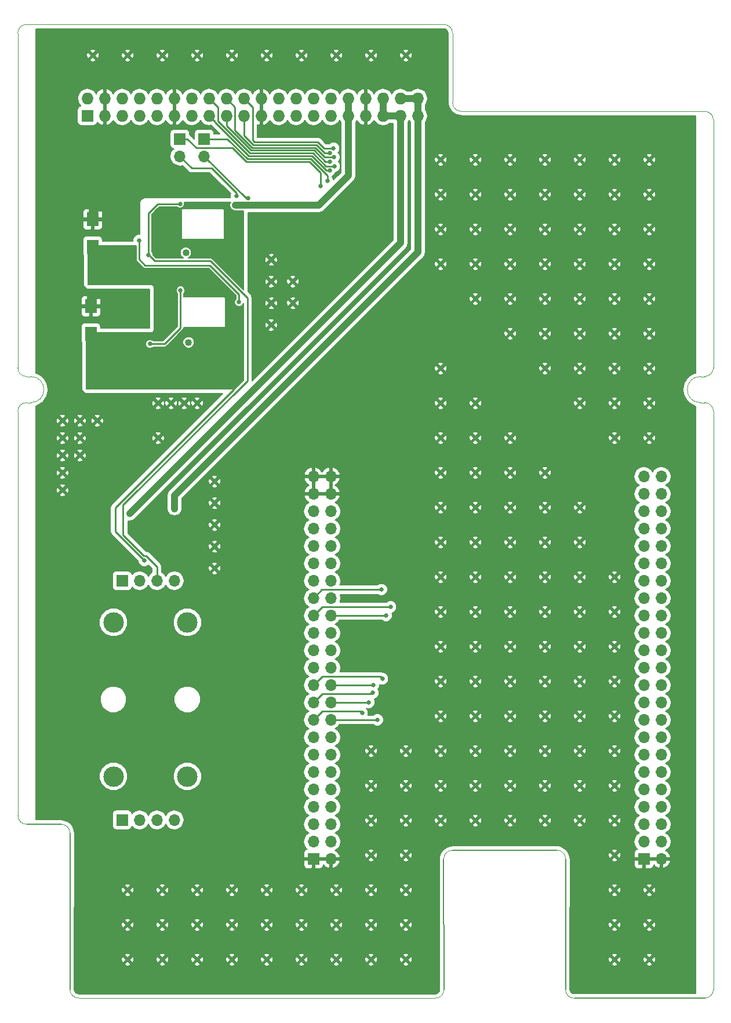
<source format=gbl>
G04 #@! TF.FileFunction,Copper,L4,Bot,Signal*
%FSLAX46Y46*%
G04 Gerber Fmt 4.6, Leading zero omitted, Abs format (unit mm)*
G04 Created by KiCad (PCBNEW 4.0.7) date Thursday, June 21, 2018 'PMt' 03:52:58 PM*
%MOMM*%
%LPD*%
G01*
G04 APERTURE LIST*
%ADD10C,0.020000*%
%ADD11C,0.100000*%
%ADD12C,0.150000*%
%ADD13C,0.660400*%
%ADD14R,1.727200X1.727200*%
%ADD15O,1.727200X1.727200*%
%ADD16C,3.000000*%
%ADD17R,1.700000X2.000000*%
%ADD18R,1.700000X1.700000*%
%ADD19O,1.700000X1.700000*%
%ADD20C,1.016000*%
%ADD21C,1.016000*%
%ADD22C,0.254000*%
%ADD23C,1.270000*%
%ADD24C,0.152400*%
G04 APERTURE END LIST*
D10*
D11*
X27927300Y-67271900D02*
G75*
G02X29222700Y-68567300I0J-1295400D01*
G01*
X11417300Y-68567300D02*
G75*
G02X12687300Y-67297300I1270000J0D01*
G01*
X-44437300Y-63512700D02*
G75*
G02X-43167300Y-64782700I0J-1270000D01*
G01*
X11442700Y-87642700D02*
G75*
G02X10172700Y-88912700I-1270000J0D01*
G01*
X30467300Y-88912700D02*
G75*
G02X29197300Y-87642700I0J1270000D01*
G01*
D12*
X30480000Y-88900000D02*
X49530000Y-88900000D01*
D11*
X-41922700Y-88887300D02*
G75*
G02X-43192700Y-87617300I0J1270000D01*
G01*
D12*
X-43167300Y-64782700D02*
X-43180000Y-87630000D01*
X-49530000Y-63500000D02*
X-44437300Y-63512700D01*
X29222700Y-68567300D02*
X29210000Y-87630000D01*
X12687300Y-67297300D02*
X27927300Y-67297300D01*
X11430000Y-87630000D02*
X11417300Y-68567300D01*
D11*
X-50800000Y-3175000D02*
G75*
G02X-49530000Y-1905000I1270000J0D01*
G01*
X-49530000Y-1905000D02*
X-48895000Y-1905000D01*
X-48895000Y1905000D02*
G75*
G02X-48895000Y-1905000I0J-1905000D01*
G01*
X-48895000Y1905000D02*
X-49530000Y1905000D01*
X-49530000Y1905000D02*
G75*
G02X-50800000Y3175000I0J1270000D01*
G01*
X-50800000Y52070000D02*
X-50800000Y3175000D01*
X-50800000Y52070000D02*
G75*
G02X-49530000Y53340000I1270000J0D01*
G01*
X11430000Y53340000D02*
X-49530000Y53340000D01*
X11430000Y53340000D02*
G75*
G02X12700000Y52070000I0J-1270000D01*
G01*
X12700000Y52070000D02*
X12700000Y41910000D01*
X13970000Y40640000D02*
G75*
G02X12700000Y41910000I0J1270000D01*
G01*
X13970000Y40640000D02*
X49530000Y40640000D01*
X49530000Y40640000D02*
G75*
G02X50800000Y39370000I0J-1270000D01*
G01*
X50800000Y3175000D02*
X50800000Y39370000D01*
X50800000Y3175000D02*
G75*
G02X49530000Y1905000I-1270000J0D01*
G01*
X48895000Y1905000D02*
X49530000Y1905000D01*
X48895000Y-1905000D02*
G75*
G02X48895000Y1905000I0J1905000D01*
G01*
X49530000Y-1905000D02*
X48895000Y-1905000D01*
X49530000Y-1905000D02*
G75*
G02X50800000Y-3175000I0J-1270000D01*
G01*
X50800000Y-87630000D02*
X50800000Y-3175000D01*
X50800000Y-87630000D02*
G75*
G02X49530000Y-88900000I-1270000J0D01*
G01*
X-41910000Y-88900000D02*
X10160000Y-88900000D01*
X-49517300Y-63512700D02*
G75*
G02X-50787300Y-62242700I0J1270000D01*
G01*
X-50800000Y-3175000D02*
X-50800000Y-62230000D01*
D13*
X-10604500Y15786100D03*
X-10604500Y12611100D03*
X-13779500Y9436100D03*
X-13779500Y12611100D03*
X-13779500Y15786100D03*
X-13779500Y18961100D03*
X-44259500Y-14693900D03*
X-44259500Y-12153900D03*
X-41719500Y-9613900D03*
X-44259500Y-9613900D03*
X-41719500Y-7073900D03*
X-44259500Y-7073900D03*
X-44259500Y-4533900D03*
X-41719500Y-4533900D03*
X-39179500Y-4533900D03*
X-22034500Y-26123900D03*
X-22034500Y-22948900D03*
X-22034500Y-19773900D03*
X-22034500Y-16598900D03*
X-22034500Y-13423900D03*
X-30289500Y-7073900D03*
X-24574500Y-1993900D03*
X-26479500Y-1993900D03*
X-28384500Y-1993900D03*
X-30289500Y-1993900D03*
X-28054300Y11341100D03*
X-29908500Y11341100D03*
X-28994100Y11341100D03*
X-27749500Y24041100D03*
X-28689300Y24041100D03*
X-29603700Y24041100D03*
X-30187900Y21475700D03*
X-30391100Y8750300D03*
X-24574500Y48806100D03*
X-29654500Y48806100D03*
X-34734500Y48806100D03*
X-39814500Y48806100D03*
X5905500Y48806100D03*
X825500Y48806100D03*
X-19494500Y48806100D03*
X-14414500Y48806100D03*
X-9334500Y48806100D03*
X-4254500Y48806100D03*
X36385500Y-68033900D03*
X36385500Y-83273900D03*
X41465500Y-78193900D03*
X41465500Y-83273900D03*
X36385500Y-78193900D03*
X41465500Y-73113900D03*
X36385500Y-73113900D03*
X-34734500Y-78193900D03*
X-34734500Y-83273900D03*
X-34734500Y-73113900D03*
X-29654500Y-83273900D03*
X-24574500Y-78193900D03*
X-24574500Y-83273900D03*
X-29654500Y-78193900D03*
X-24574500Y-73113900D03*
X-29654500Y-73113900D03*
X-19494500Y-83273900D03*
X-14414500Y-78193900D03*
X-14414500Y-83273900D03*
X-19494500Y-78193900D03*
X-9334500Y-83273900D03*
X-4254500Y-78193900D03*
X-4254500Y-83273900D03*
X-9334500Y-78193900D03*
X-4254500Y-73113900D03*
X-9334500Y-73113900D03*
X825500Y-83273900D03*
X5905500Y-83273900D03*
X825500Y-78193900D03*
X5905500Y-78193900D03*
X5905500Y-73113900D03*
X825500Y-68033900D03*
X5905500Y-68033900D03*
X825500Y-73113900D03*
X825500Y-62953900D03*
X5905500Y-62953900D03*
X5905500Y-57873900D03*
X825500Y-52793900D03*
X5905500Y-52793900D03*
X825500Y-57873900D03*
X10985500Y-62953900D03*
X16065500Y-62953900D03*
X21145500Y-62953900D03*
X26225500Y-62953900D03*
X31305500Y-62953900D03*
X36385500Y-62953900D03*
X10985500Y-57873900D03*
X16065500Y-57873900D03*
X21145500Y-57873900D03*
X26225500Y-57873900D03*
X31305500Y-57873900D03*
X36385500Y-57873900D03*
X10985500Y-52793900D03*
X16065500Y-52793900D03*
X21145500Y-52793900D03*
X26225500Y-52793900D03*
X31305500Y-52793900D03*
X36385500Y-52793900D03*
X10985500Y-47713900D03*
X16065500Y-47713900D03*
X21145500Y-47713900D03*
X26225500Y-47713900D03*
X31305500Y-47713900D03*
X36385500Y-47713900D03*
X10985500Y-42633900D03*
X16065500Y-42633900D03*
X21145500Y-42633900D03*
X26225500Y-42633900D03*
X31305500Y-42633900D03*
X36385500Y-42633900D03*
X10985500Y-37553900D03*
X16065500Y-37553900D03*
X21145500Y-37553900D03*
X26225500Y-37553900D03*
X31305500Y-37553900D03*
X36385500Y-37553900D03*
X10985500Y-32473900D03*
X16065500Y-32473900D03*
X21145500Y-32473900D03*
X26225500Y-32473900D03*
X31305500Y-32473900D03*
X36385500Y-32473900D03*
X10985500Y-27393900D03*
X16065500Y-27393900D03*
X21145500Y-27393900D03*
X26225500Y-27393900D03*
X31305500Y-27393900D03*
X36385500Y-27393900D03*
X10985500Y-22313900D03*
X16065500Y-22313900D03*
X21145500Y-22313900D03*
X26225500Y-22313900D03*
X31305500Y-22313900D03*
X10985500Y-17233900D03*
X16065500Y-17233900D03*
X21145500Y-17233900D03*
X26225500Y-17233900D03*
X31305500Y-17233900D03*
X10985500Y-12153900D03*
X16065500Y-12153900D03*
X21145500Y-12153900D03*
X26225500Y-12153900D03*
X41465500Y-7073900D03*
X36385500Y-7073900D03*
X21145500Y-7073900D03*
X16065500Y-7073900D03*
X10985500Y-7073900D03*
X41465500Y-1993900D03*
X31305500Y-1993900D03*
X36385500Y-1993900D03*
X16065500Y-1993900D03*
X10985500Y-1993900D03*
X41465500Y3086100D03*
X31305500Y3086100D03*
X36385500Y3086100D03*
X26225500Y3086100D03*
X10985500Y3086100D03*
X41465500Y8166100D03*
X31305500Y8166100D03*
X36385500Y8166100D03*
X26225500Y8166100D03*
X21145500Y8166100D03*
X41465500Y13246100D03*
X36385500Y13246100D03*
X21145500Y13246100D03*
X16065500Y13246100D03*
X41465500Y18326100D03*
X36385500Y18326100D03*
X21145500Y18326100D03*
X16065500Y18326100D03*
X10985500Y18326100D03*
X41465500Y23406100D03*
X36385500Y23406100D03*
X21145500Y23406100D03*
X16065500Y23406100D03*
X10985500Y23406100D03*
X41465500Y28486100D03*
X36385500Y28486100D03*
X21145500Y28486100D03*
X16065500Y28486100D03*
X10985500Y28486100D03*
X10985500Y33566100D03*
X16065500Y33566100D03*
X21145500Y33566100D03*
X26225500Y33566100D03*
X31305500Y33566100D03*
X36385500Y33566100D03*
X-34988500Y16548100D03*
X-19240500Y18580100D03*
X-19240500Y21120100D03*
X-27368500Y16548100D03*
X-29908500Y16548100D03*
X-32448500Y16548100D03*
X-24828500Y16548100D03*
X-20256500Y1816100D03*
X-20256500Y4102100D03*
X-25336500Y1816100D03*
X-22796500Y4102100D03*
X-25336500Y4102100D03*
X-22796500Y1816100D03*
X-27876500Y1816100D03*
X-27876500Y4102100D03*
X-30416500Y1816100D03*
D14*
X-40640000Y39992300D03*
D15*
X-40640000Y42532300D03*
X-38100000Y39992300D03*
X-38100000Y42532300D03*
X-35560000Y39992300D03*
X-35560000Y42532300D03*
X-33020000Y39992300D03*
X-33020000Y42532300D03*
X-30480000Y39992300D03*
X-30480000Y42532300D03*
X-27940000Y39992300D03*
X-27940000Y42532300D03*
X-25400000Y39992300D03*
X-25400000Y42532300D03*
X-22860000Y39992300D03*
X-22860000Y42532300D03*
X-20320000Y39992300D03*
X-20320000Y42532300D03*
X-17780000Y39992300D03*
X-17780000Y42532300D03*
X-15240000Y39992300D03*
X-15240000Y42532300D03*
X-12700000Y39992300D03*
X-12700000Y42532300D03*
X-10160000Y39992300D03*
X-10160000Y42532300D03*
X-7620000Y39992300D03*
X-7620000Y42532300D03*
X-5080000Y39992300D03*
X-5080000Y42532300D03*
X-2540000Y39992300D03*
X-2540000Y42532300D03*
X0Y39992300D03*
X0Y42532300D03*
X2540000Y39992300D03*
X2540000Y42532300D03*
X5080000Y39992300D03*
X5080000Y42532300D03*
X7620000Y39992300D03*
X7620000Y42532300D03*
D16*
X-36830000Y-34015000D03*
X-36830000Y-56515000D03*
X-26035000Y-34015000D03*
X-26035000Y-56515000D03*
D17*
X-39878000Y20860000D03*
X-39878000Y24860000D03*
X-40132000Y8160000D03*
X-40132000Y12160000D03*
D18*
X-35560000Y-62865000D03*
D19*
X-33020000Y-62865000D03*
X-30480000Y-62865000D03*
X-27940000Y-62865000D03*
D18*
X-35560000Y-27940000D03*
D19*
X-33020000Y-27940000D03*
X-30480000Y-27940000D03*
X-27940000Y-27940000D03*
D18*
X-23558500Y36614100D03*
D19*
X-23558500Y34074100D03*
D18*
X-27114500Y36614100D03*
D19*
X-27114500Y34074100D03*
D18*
X40640000Y-68580000D03*
D19*
X43180000Y-68580000D03*
X40640000Y-66040000D03*
X43180000Y-66040000D03*
X40640000Y-63500000D03*
X43180000Y-63500000D03*
X40640000Y-60960000D03*
X43180000Y-60960000D03*
X40640000Y-58420000D03*
X43180000Y-58420000D03*
X40640000Y-55880000D03*
X43180000Y-55880000D03*
X40640000Y-53340000D03*
X43180000Y-53340000D03*
X40640000Y-50800000D03*
X43180000Y-50800000D03*
X40640000Y-48260000D03*
X43180000Y-48260000D03*
X40640000Y-45720000D03*
X43180000Y-45720000D03*
X40640000Y-43180000D03*
X43180000Y-43180000D03*
X40640000Y-40640000D03*
X43180000Y-40640000D03*
X40640000Y-38100000D03*
X43180000Y-38100000D03*
X40640000Y-35560000D03*
X43180000Y-35560000D03*
X40640000Y-33020000D03*
X43180000Y-33020000D03*
X40640000Y-30480000D03*
X43180000Y-30480000D03*
X40640000Y-27940000D03*
X43180000Y-27940000D03*
X40640000Y-25400000D03*
X43180000Y-25400000D03*
X40640000Y-22860000D03*
X43180000Y-22860000D03*
X40640000Y-20320000D03*
X43180000Y-20320000D03*
X40640000Y-17780000D03*
X43180000Y-17780000D03*
X40640000Y-15240000D03*
X43180000Y-15240000D03*
X40640000Y-12700000D03*
X43180000Y-12700000D03*
D18*
X-7620000Y-68580000D03*
D19*
X-5080000Y-68580000D03*
X-7620000Y-66040000D03*
X-5080000Y-66040000D03*
X-7620000Y-63500000D03*
X-5080000Y-63500000D03*
X-7620000Y-60960000D03*
X-5080000Y-60960000D03*
X-7620000Y-58420000D03*
X-5080000Y-58420000D03*
X-7620000Y-55880000D03*
X-5080000Y-55880000D03*
X-7620000Y-53340000D03*
X-5080000Y-53340000D03*
X-7620000Y-50800000D03*
X-5080000Y-50800000D03*
X-7620000Y-48260000D03*
X-5080000Y-48260000D03*
X-7620000Y-45720000D03*
X-5080000Y-45720000D03*
X-7620000Y-43180000D03*
X-5080000Y-43180000D03*
X-7620000Y-40640000D03*
X-5080000Y-40640000D03*
X-7620000Y-38100000D03*
X-5080000Y-38100000D03*
X-7620000Y-35560000D03*
X-5080000Y-35560000D03*
X-7620000Y-33020000D03*
X-5080000Y-33020000D03*
X-7620000Y-30480000D03*
X-5080000Y-30480000D03*
X-7620000Y-27940000D03*
X-5080000Y-27940000D03*
X-7620000Y-25400000D03*
X-5080000Y-25400000D03*
X-7620000Y-22860000D03*
X-5080000Y-22860000D03*
X-7620000Y-20320000D03*
X-5080000Y-20320000D03*
X-7620000Y-17780000D03*
X-5080000Y-17780000D03*
X-7620000Y-15240000D03*
X-5080000Y-15240000D03*
X-7620000Y-12700000D03*
X-5080000Y-12700000D03*
D13*
X-30416500Y4102100D03*
X41465500Y33566100D03*
X-39643198Y17879234D03*
X-19015731Y26917096D03*
X-27101800Y27127200D03*
X-31699200Y19685000D03*
X-32308451Y-24996717D03*
X-39643198Y16870785D03*
X-39643198Y18941902D03*
X-39573200Y4622800D03*
X-39573200Y5486400D03*
X-39576000Y6350000D03*
X-34443718Y-18139319D03*
X-27936560Y-17394856D03*
X-38608000Y26670000D03*
X-39370000Y26670000D03*
X-38354000Y13868400D03*
X-39268400Y13868400D03*
X-40132000Y13868400D03*
X-31475903Y6668188D03*
X-27025600Y14478000D03*
X-5588000Y30480000D03*
X-17124873Y27920428D03*
X482600Y-45720000D03*
X1053201Y-44309401D03*
X1117623Y-43180000D03*
X1730884Y-48230932D03*
X2456731Y-42242694D03*
X2325482Y-29232743D03*
X2970176Y-33038911D03*
X3645027Y-31753479D03*
X-6604000Y29718000D03*
X-5223615Y32014796D03*
X-4575641Y32630370D03*
X-5223615Y33278342D03*
X-4608040Y33926317D03*
X-5191216Y34574291D03*
X-4669358Y35223208D03*
X-18877186Y28253968D03*
X-508000Y-47244000D03*
X-18499525Y12758402D03*
X-33070800Y21793200D03*
D20*
X-26256200Y19980306D03*
X-25844500Y6896100D03*
D21*
X-2540000Y39992300D02*
X-2540000Y31242000D01*
X-2540000Y31242000D02*
X-6852182Y26929818D01*
X-6852182Y26929818D02*
X-19003009Y26929818D01*
X-19003009Y26929818D02*
X-19015731Y26917096D01*
D22*
X-30480000Y-27940000D02*
X-30480000Y-25864999D01*
X-30480000Y-25864999D02*
X-32015841Y-24329158D01*
X-32363582Y-24329158D02*
X-35407055Y-21285685D01*
X-32015841Y-24329158D02*
X-32363582Y-24329158D01*
X-35407055Y-21285685D02*
X-35407055Y-16865055D01*
X-17272000Y13373283D02*
X-22658988Y18760271D01*
X-35407055Y-16865055D02*
X-17272000Y1270000D01*
X-17272000Y1270000D02*
X-17272000Y13373283D01*
X-22658988Y18760271D02*
X-30774471Y18760271D01*
X-30774471Y18760271D02*
X-31369001Y19354801D01*
X-31369001Y19354801D02*
X-31699200Y19685000D01*
X-31699200Y19685000D02*
X-31699200Y25763881D01*
X-31699200Y25763881D02*
X-30335881Y27127200D01*
X-30335881Y27127200D02*
X-27101800Y27127200D01*
D21*
X-2540000Y42532300D02*
X-2540000Y39992300D01*
D22*
X-19304000Y762000D02*
X-19304000Y-22595D01*
X-36576000Y-20729168D02*
X-32638650Y-24666518D01*
X-19304000Y-22595D02*
X-36576000Y-17294595D01*
X-36576000Y-17294595D02*
X-36576000Y-20729168D01*
X-32638650Y-24666518D02*
X-32308451Y-24996717D01*
D23*
X-39878000Y20860000D02*
X-39636972Y20618972D01*
X-39629215Y18909964D02*
X-39643198Y18895981D01*
X-39636972Y20618972D02*
X-39636972Y18917721D01*
X-39636972Y18917721D02*
X-39629215Y18909964D01*
X-39643198Y18895981D02*
X-39643198Y16870785D01*
X-39573200Y5019427D02*
X-39573200Y4622800D01*
X-39573200Y5486400D02*
X-39573200Y5019427D01*
X-39573200Y5880227D02*
X-39573200Y5486400D01*
X-39576000Y6350000D02*
X-39576000Y5883027D01*
D22*
X-39576000Y5883027D02*
X-39573200Y5880227D01*
D23*
X-40132000Y8160000D02*
X-40132000Y6906000D01*
X-40132000Y6906000D02*
X-39576000Y6350000D01*
D21*
X-34113519Y-17809120D02*
X-34443718Y-18139319D01*
X5080000Y21384399D02*
X-34113519Y-17809120D01*
X5080000Y39992300D02*
X5080000Y21384399D01*
X5080000Y39992300D02*
X2540000Y39992300D01*
X2540000Y42532300D02*
X2540000Y39992300D01*
X7620000Y39992300D02*
X7620000Y20034034D01*
X7620000Y20034034D02*
X-27936560Y-15522526D01*
X-27936560Y-15522526D02*
X-27936560Y-17394856D01*
X7620000Y42532300D02*
X7620000Y39992300D01*
X5080000Y42532300D02*
X7620000Y42532300D01*
D23*
X-39370000Y26670000D02*
X-38608000Y26670000D01*
X-39878000Y26162000D02*
X-39370000Y26670000D01*
X-39878000Y24860000D02*
X-39878000Y26162000D01*
X-39268400Y13868400D02*
X-38354000Y13868400D01*
X-40132000Y13868400D02*
X-39268400Y13868400D01*
X-40132000Y12160000D02*
X-40132000Y13868400D01*
D22*
X-27025600Y14478000D02*
X-27025600Y9015886D01*
X-27025600Y9015886D02*
X-29388430Y6653056D01*
X-29388430Y6653056D02*
X-31460771Y6653056D01*
X-31460771Y6653056D02*
X-31475903Y6668188D01*
X-5588000Y30946973D02*
X-5588000Y30480000D01*
X-5588000Y31266005D02*
X-5588000Y30946973D01*
X-8040388Y33718393D02*
X-5588000Y31266005D01*
X-20164006Y36614100D02*
X-17268299Y33718393D01*
X-17268299Y33718393D02*
X-8040388Y33718393D01*
X-23558500Y36614100D02*
X-20164006Y36614100D01*
X-23558500Y34074100D02*
X-17404828Y27920428D01*
X-17404828Y27920428D02*
X-17124873Y27920428D01*
X-5080000Y-45720000D02*
X482600Y-45720000D01*
X-7620000Y-45720000D02*
X-6351393Y-44451393D01*
X-6351393Y-44451393D02*
X911209Y-44451393D01*
X911209Y-44451393D02*
X1053201Y-44309401D01*
X-5080000Y-43180000D02*
X1117623Y-43180000D01*
X-5080000Y-48260000D02*
X1701816Y-48260000D01*
X1701816Y-48260000D02*
X1730884Y-48230932D01*
X2126532Y-41912495D02*
X2456731Y-42242694D01*
X-6352495Y-41912495D02*
X2126532Y-41912495D01*
X-7620000Y-43180000D02*
X-6352495Y-41912495D01*
X-6372743Y-29232743D02*
X1858509Y-29232743D01*
X1858509Y-29232743D02*
X2325482Y-29232743D01*
X-7620000Y-30480000D02*
X-6372743Y-29232743D01*
X2951265Y-33020000D02*
X2970176Y-33038911D01*
X-5080000Y-33020000D02*
X2951265Y-33020000D01*
X3178054Y-31753479D02*
X3645027Y-31753479D01*
X-6353479Y-31753479D02*
X3178054Y-31753479D01*
X-7620000Y-33020000D02*
X-6353479Y-31753479D01*
X-27114500Y36614100D02*
X-26010500Y36614100D01*
X-26010500Y36614100D02*
X-24714524Y35318124D01*
X-24714524Y35318124D02*
X-19442780Y35318124D01*
X-19442780Y35318124D02*
X-17436638Y33311982D01*
X-17436638Y33311982D02*
X-8208728Y33311982D01*
X-8208728Y33311982D02*
X-6604000Y31707254D01*
X-6604000Y31707254D02*
X-6604000Y29718000D01*
X-22860000Y39992300D02*
X-21996401Y39128701D01*
X-5690588Y32014796D02*
X-5223615Y32014796D01*
X-5762040Y32014796D02*
X-5690588Y32014796D01*
X-21996401Y39128701D02*
X-21996401Y39021246D01*
X-21996401Y39021246D02*
X-17099959Y34124804D01*
X-17099959Y34124804D02*
X-7872048Y34124804D01*
X-7872048Y34124804D02*
X-5762040Y32014796D01*
X-5802863Y32630370D02*
X-5042614Y32630370D01*
X-7703708Y34531215D02*
X-5802863Y32630370D01*
X-21579767Y39179363D02*
X-16931619Y34531215D01*
X-22860000Y42532300D02*
X-21579767Y41252067D01*
X-21579767Y41252067D02*
X-21579767Y39179363D01*
X-16931619Y34531215D02*
X-7703708Y34531215D01*
X-5042614Y32630370D02*
X-4575641Y32630370D01*
X-5690588Y33278342D02*
X-5223615Y33278342D01*
X-5876084Y33278342D02*
X-5690588Y33278342D01*
X-16763279Y34937626D02*
X-7535368Y34937626D01*
X-7535368Y34937626D02*
X-5876084Y33278342D01*
X-20320000Y38494347D02*
X-16763279Y34937626D01*
X-20320000Y39992300D02*
X-20320000Y38494347D01*
X-5949308Y33926317D02*
X-5075013Y33926317D01*
X-7367028Y35344037D02*
X-5949308Y33926317D01*
X-19063955Y41276255D02*
X-19063955Y37813053D01*
X-20320000Y42532300D02*
X-19063955Y41276255D01*
X-5075013Y33926317D02*
X-4608040Y33926317D01*
X-16594939Y35344037D02*
X-7367028Y35344037D01*
X-19063955Y37813053D02*
X-16594939Y35344037D01*
X-6019011Y34574291D02*
X-5658189Y34574291D01*
X-7195168Y35750448D02*
X-6019011Y34574291D01*
X-16426599Y35750448D02*
X-7195168Y35750448D01*
X-17780000Y37103850D02*
X-16426599Y35750448D01*
X-17780000Y39992300D02*
X-17780000Y37103850D01*
X-5658189Y34574291D02*
X-5191216Y34574291D01*
X-17780000Y42532300D02*
X-16497560Y41249860D01*
X-16497560Y41249860D02*
X-16497560Y36396161D01*
X-16497560Y36396161D02*
X-16258259Y36156859D01*
X-16258259Y36156859D02*
X-7026829Y36156859D01*
X-7026829Y36156859D02*
X-6095185Y35225215D01*
X-6095185Y35225215D02*
X-4671365Y35225215D01*
X-4671365Y35225215D02*
X-4669358Y35223208D01*
X-27114500Y34074100D02*
X-25405568Y32365168D01*
X-25405568Y32365168D02*
X-22494144Y32365168D01*
X-22494144Y32365168D02*
X-18877186Y28748210D01*
X-18877186Y28748210D02*
X-18877186Y28253968D01*
X-508000Y-47244000D02*
X-762000Y-46990000D01*
X-6350000Y-46990000D02*
X-6770001Y-47410001D01*
X-762000Y-46990000D02*
X-6350000Y-46990000D01*
X-6770001Y-47410001D02*
X-7620000Y-48260000D01*
X-33070800Y21793200D02*
X-33070800Y19024600D01*
X-33070800Y19024600D02*
X-32207200Y18161000D01*
X-22741711Y18161000D02*
X-18507345Y13926634D01*
X-32207200Y18161000D02*
X-22741711Y18161000D01*
X-18507345Y13926634D02*
X-18507345Y12766222D01*
X-18507345Y12766222D02*
X-18499525Y12758402D01*
D24*
G36*
X-33528000Y20994841D02*
X-33528000Y19024600D01*
X-33493198Y18849637D01*
X-33394089Y18701311D01*
X-32530489Y17837711D01*
X-32382163Y17738602D01*
X-32207200Y17703800D01*
X-22931089Y17703800D01*
X-18964545Y13737256D01*
X-18964545Y13227325D01*
X-19059058Y13132977D01*
X-19159810Y12890340D01*
X-19160039Y12627617D01*
X-19059711Y12384804D01*
X-18874100Y12198869D01*
X-18631463Y12098117D01*
X-18368740Y12097888D01*
X-18125927Y12198216D01*
X-17939992Y12383827D01*
X-17856200Y12585620D01*
X-17856200Y1332378D01*
X-19112378Y76200D01*
X-40632494Y76200D01*
X-40707471Y91114D01*
X-40764668Y129332D01*
X-40802886Y186529D01*
X-40817800Y261506D01*
X-40817800Y6537403D01*
X-32136417Y6537403D01*
X-32036089Y6294590D01*
X-31850478Y6108655D01*
X-31607841Y6007903D01*
X-31345118Y6007674D01*
X-31102305Y6108002D01*
X-31014298Y6195856D01*
X-29388430Y6195856D01*
X-29213467Y6230658D01*
X-29065141Y6329767D01*
X-28664805Y6730103D01*
X-26682845Y6730103D01*
X-26555505Y6421918D01*
X-26319922Y6185923D01*
X-26011960Y6058046D01*
X-25678503Y6057755D01*
X-25370318Y6185095D01*
X-25134323Y6420678D01*
X-25006446Y6728640D01*
X-25006155Y7062097D01*
X-25133495Y7370282D01*
X-25369078Y7606277D01*
X-25677040Y7734154D01*
X-26010497Y7734445D01*
X-26318682Y7607105D01*
X-26554677Y7371522D01*
X-26682554Y7063560D01*
X-26682845Y6730103D01*
X-28664805Y6730103D01*
X-26702311Y8692597D01*
X-26603202Y8840923D01*
X-26568400Y9015886D01*
X-26568400Y9067800D01*
X-20574000Y9067800D01*
X-20546305Y9073011D01*
X-20520868Y9089379D01*
X-20503803Y9114354D01*
X-20497800Y9144000D01*
X-20497800Y13462000D01*
X-20503011Y13489695D01*
X-20519379Y13515132D01*
X-20544354Y13532197D01*
X-20574000Y13538200D01*
X-26568400Y13538200D01*
X-26568400Y14001270D01*
X-26466067Y14103425D01*
X-26365315Y14346062D01*
X-26365086Y14608785D01*
X-26465414Y14851598D01*
X-26651025Y15037533D01*
X-26893662Y15138285D01*
X-27156385Y15138514D01*
X-27399198Y15038186D01*
X-27585133Y14852575D01*
X-27685885Y14609938D01*
X-27686114Y14347215D01*
X-27585786Y14104402D01*
X-27482800Y14001236D01*
X-27482800Y9205264D01*
X-29577808Y7110256D01*
X-30984068Y7110256D01*
X-31101328Y7227721D01*
X-31343965Y7328473D01*
X-31606688Y7328702D01*
X-31849501Y7228374D01*
X-32035436Y7042763D01*
X-32136188Y6800126D01*
X-32136417Y6537403D01*
X-40817800Y6537403D01*
X-40817800Y8120494D01*
X-40802886Y8195471D01*
X-40764668Y8252668D01*
X-40707471Y8290886D01*
X-40632494Y8305800D01*
X-31242000Y8305800D01*
X-31227134Y8307264D01*
X-31129932Y8326599D01*
X-31102464Y8337977D01*
X-31020061Y8393037D01*
X-30999037Y8414061D01*
X-30943977Y8496464D01*
X-30932599Y8523932D01*
X-30913264Y8621134D01*
X-30911800Y8636000D01*
X-30911800Y14986000D01*
X-30913264Y15000866D01*
X-30932599Y15098068D01*
X-30943977Y15125536D01*
X-30999037Y15207939D01*
X-31020061Y15228963D01*
X-31102464Y15284023D01*
X-31129932Y15295401D01*
X-31227134Y15314736D01*
X-31242000Y15316200D01*
X-40378494Y15316200D01*
X-40453471Y15331114D01*
X-40510668Y15369332D01*
X-40548886Y15426529D01*
X-40563800Y15501506D01*
X-40563800Y17748449D01*
X-40303712Y17748449D01*
X-40203384Y17505636D01*
X-40017773Y17319701D01*
X-39775136Y17218949D01*
X-39512413Y17218720D01*
X-39269600Y17319048D01*
X-39083665Y17504659D01*
X-38982913Y17747296D01*
X-38982684Y18010019D01*
X-39083012Y18252832D01*
X-39268623Y18438767D01*
X-39511260Y18539519D01*
X-39773983Y18539748D01*
X-40016796Y18439420D01*
X-40202731Y18253809D01*
X-40303483Y18011172D01*
X-40303712Y17748449D01*
X-40563800Y17748449D01*
X-40563800Y20821605D01*
X-40554176Y20882307D01*
X-40529008Y20931646D01*
X-40489815Y20970779D01*
X-40440442Y20995868D01*
X-40379726Y21005399D01*
X-33528000Y20994841D01*
X-33528000Y20994841D01*
G37*
X-33528000Y20994841D02*
X-33528000Y19024600D01*
X-33493198Y18849637D01*
X-33394089Y18701311D01*
X-32530489Y17837711D01*
X-32382163Y17738602D01*
X-32207200Y17703800D01*
X-22931089Y17703800D01*
X-18964545Y13737256D01*
X-18964545Y13227325D01*
X-19059058Y13132977D01*
X-19159810Y12890340D01*
X-19160039Y12627617D01*
X-19059711Y12384804D01*
X-18874100Y12198869D01*
X-18631463Y12098117D01*
X-18368740Y12097888D01*
X-18125927Y12198216D01*
X-17939992Y12383827D01*
X-17856200Y12585620D01*
X-17856200Y1332378D01*
X-19112378Y76200D01*
X-40632494Y76200D01*
X-40707471Y91114D01*
X-40764668Y129332D01*
X-40802886Y186529D01*
X-40817800Y261506D01*
X-40817800Y6537403D01*
X-32136417Y6537403D01*
X-32036089Y6294590D01*
X-31850478Y6108655D01*
X-31607841Y6007903D01*
X-31345118Y6007674D01*
X-31102305Y6108002D01*
X-31014298Y6195856D01*
X-29388430Y6195856D01*
X-29213467Y6230658D01*
X-29065141Y6329767D01*
X-28664805Y6730103D01*
X-26682845Y6730103D01*
X-26555505Y6421918D01*
X-26319922Y6185923D01*
X-26011960Y6058046D01*
X-25678503Y6057755D01*
X-25370318Y6185095D01*
X-25134323Y6420678D01*
X-25006446Y6728640D01*
X-25006155Y7062097D01*
X-25133495Y7370282D01*
X-25369078Y7606277D01*
X-25677040Y7734154D01*
X-26010497Y7734445D01*
X-26318682Y7607105D01*
X-26554677Y7371522D01*
X-26682554Y7063560D01*
X-26682845Y6730103D01*
X-28664805Y6730103D01*
X-26702311Y8692597D01*
X-26603202Y8840923D01*
X-26568400Y9015886D01*
X-26568400Y9067800D01*
X-20574000Y9067800D01*
X-20546305Y9073011D01*
X-20520868Y9089379D01*
X-20503803Y9114354D01*
X-20497800Y9144000D01*
X-20497800Y13462000D01*
X-20503011Y13489695D01*
X-20519379Y13515132D01*
X-20544354Y13532197D01*
X-20574000Y13538200D01*
X-26568400Y13538200D01*
X-26568400Y14001270D01*
X-26466067Y14103425D01*
X-26365315Y14346062D01*
X-26365086Y14608785D01*
X-26465414Y14851598D01*
X-26651025Y15037533D01*
X-26893662Y15138285D01*
X-27156385Y15138514D01*
X-27399198Y15038186D01*
X-27585133Y14852575D01*
X-27685885Y14609938D01*
X-27686114Y14347215D01*
X-27585786Y14104402D01*
X-27482800Y14001236D01*
X-27482800Y9205264D01*
X-29577808Y7110256D01*
X-30984068Y7110256D01*
X-31101328Y7227721D01*
X-31343965Y7328473D01*
X-31606688Y7328702D01*
X-31849501Y7228374D01*
X-32035436Y7042763D01*
X-32136188Y6800126D01*
X-32136417Y6537403D01*
X-40817800Y6537403D01*
X-40817800Y8120494D01*
X-40802886Y8195471D01*
X-40764668Y8252668D01*
X-40707471Y8290886D01*
X-40632494Y8305800D01*
X-31242000Y8305800D01*
X-31227134Y8307264D01*
X-31129932Y8326599D01*
X-31102464Y8337977D01*
X-31020061Y8393037D01*
X-30999037Y8414061D01*
X-30943977Y8496464D01*
X-30932599Y8523932D01*
X-30913264Y8621134D01*
X-30911800Y8636000D01*
X-30911800Y14986000D01*
X-30913264Y15000866D01*
X-30932599Y15098068D01*
X-30943977Y15125536D01*
X-30999037Y15207939D01*
X-31020061Y15228963D01*
X-31102464Y15284023D01*
X-31129932Y15295401D01*
X-31227134Y15314736D01*
X-31242000Y15316200D01*
X-40378494Y15316200D01*
X-40453471Y15331114D01*
X-40510668Y15369332D01*
X-40548886Y15426529D01*
X-40563800Y15501506D01*
X-40563800Y17748449D01*
X-40303712Y17748449D01*
X-40203384Y17505636D01*
X-40017773Y17319701D01*
X-39775136Y17218949D01*
X-39512413Y17218720D01*
X-39269600Y17319048D01*
X-39083665Y17504659D01*
X-38982913Y17747296D01*
X-38982684Y18010019D01*
X-39083012Y18252832D01*
X-39268623Y18438767D01*
X-39511260Y18539519D01*
X-39773983Y18539748D01*
X-40016796Y18439420D01*
X-40202731Y18253809D01*
X-40303483Y18011172D01*
X-40303712Y17748449D01*
X-40563800Y17748449D01*
X-40563800Y20821605D01*
X-40554176Y20882307D01*
X-40529008Y20931646D01*
X-40489815Y20970779D01*
X-40440442Y20995868D01*
X-40379726Y21005399D01*
X-33528000Y20994841D01*
G36*
X-19790127Y27237862D02*
X-19853931Y26917096D01*
X-19790127Y26596330D01*
X-19608428Y26324399D01*
X-19336497Y26142700D01*
X-19015731Y26078896D01*
X-18951773Y26091618D01*
X-17856200Y26091618D01*
X-17856200Y14604062D01*
X-22335699Y19083560D01*
X-22484025Y19182669D01*
X-22658988Y19217471D01*
X-25907456Y19217471D01*
X-25782018Y19269301D01*
X-25546023Y19504884D01*
X-25418146Y19812846D01*
X-25417855Y20146303D01*
X-25545195Y20454488D01*
X-25780778Y20690483D01*
X-26088740Y20818360D01*
X-26422197Y20818651D01*
X-26730382Y20691311D01*
X-26966377Y20455728D01*
X-27094254Y20147766D01*
X-27094545Y19814309D01*
X-26967205Y19506124D01*
X-26731622Y19270129D01*
X-26604807Y19217471D01*
X-30585093Y19217471D01*
X-31038812Y19671190D01*
X-31038686Y19815785D01*
X-31139014Y20058598D01*
X-31242000Y20161764D01*
X-31242000Y25574503D01*
X-30502103Y26314400D01*
X-26911908Y26314400D01*
X-26911908Y21996400D01*
X-26906697Y21968705D01*
X-26890329Y21943268D01*
X-26865354Y21926203D01*
X-26835708Y21920200D01*
X-20739708Y21920200D01*
X-20712013Y21925411D01*
X-20686576Y21941779D01*
X-20669511Y21966754D01*
X-20663508Y21996400D01*
X-20663508Y26314400D01*
X-20668719Y26342095D01*
X-20685087Y26367532D01*
X-20710062Y26384597D01*
X-20739708Y26390600D01*
X-26835708Y26390600D01*
X-26863403Y26385389D01*
X-26888840Y26369021D01*
X-26905905Y26344046D01*
X-26911908Y26314400D01*
X-30502103Y26314400D01*
X-30146503Y26670000D01*
X-27578530Y26670000D01*
X-27476375Y26567667D01*
X-27233738Y26466915D01*
X-26971015Y26466686D01*
X-26728202Y26567014D01*
X-26542267Y26752625D01*
X-26441515Y26995262D01*
X-26441286Y27257985D01*
X-26478580Y27348243D01*
X-19712445Y27354121D01*
X-19790127Y27237862D01*
X-19790127Y27237862D01*
G37*
X-19790127Y27237862D02*
X-19853931Y26917096D01*
X-19790127Y26596330D01*
X-19608428Y26324399D01*
X-19336497Y26142700D01*
X-19015731Y26078896D01*
X-18951773Y26091618D01*
X-17856200Y26091618D01*
X-17856200Y14604062D01*
X-22335699Y19083560D01*
X-22484025Y19182669D01*
X-22658988Y19217471D01*
X-25907456Y19217471D01*
X-25782018Y19269301D01*
X-25546023Y19504884D01*
X-25418146Y19812846D01*
X-25417855Y20146303D01*
X-25545195Y20454488D01*
X-25780778Y20690483D01*
X-26088740Y20818360D01*
X-26422197Y20818651D01*
X-26730382Y20691311D01*
X-26966377Y20455728D01*
X-27094254Y20147766D01*
X-27094545Y19814309D01*
X-26967205Y19506124D01*
X-26731622Y19270129D01*
X-26604807Y19217471D01*
X-30585093Y19217471D01*
X-31038812Y19671190D01*
X-31038686Y19815785D01*
X-31139014Y20058598D01*
X-31242000Y20161764D01*
X-31242000Y25574503D01*
X-30502103Y26314400D01*
X-26911908Y26314400D01*
X-26911908Y21996400D01*
X-26906697Y21968705D01*
X-26890329Y21943268D01*
X-26865354Y21926203D01*
X-26835708Y21920200D01*
X-20739708Y21920200D01*
X-20712013Y21925411D01*
X-20686576Y21941779D01*
X-20669511Y21966754D01*
X-20663508Y21996400D01*
X-20663508Y26314400D01*
X-20668719Y26342095D01*
X-20685087Y26367532D01*
X-20710062Y26384597D01*
X-20739708Y26390600D01*
X-26835708Y26390600D01*
X-26863403Y26385389D01*
X-26888840Y26369021D01*
X-26905905Y26344046D01*
X-26911908Y26314400D01*
X-30502103Y26314400D01*
X-30146503Y26670000D01*
X-27578530Y26670000D01*
X-27476375Y26567667D01*
X-27233738Y26466915D01*
X-26971015Y26466686D01*
X-26728202Y26567014D01*
X-26542267Y26752625D01*
X-26441515Y26995262D01*
X-26441286Y27257985D01*
X-26478580Y27348243D01*
X-19712445Y27354121D01*
X-19790127Y27237862D01*
G36*
X11668557Y52645923D02*
X11870793Y52510794D01*
X12005924Y52308555D01*
X12065800Y52007537D01*
X12065800Y41910000D01*
X12077986Y41848737D01*
X12077986Y41786274D01*
X12174659Y41300266D01*
X12194624Y41252067D01*
X12269355Y41071650D01*
X12544655Y40659632D01*
X12544656Y40659631D01*
X12719632Y40484656D01*
X13131647Y40209357D01*
X13131649Y40209355D01*
X13360266Y40114659D01*
X13846273Y40017986D01*
X13908737Y40017986D01*
X13970000Y40005800D01*
X48183800Y40005800D01*
X48183800Y2410159D01*
X48042262Y2382005D01*
X47813646Y2287309D01*
X47813644Y2287308D01*
X47195619Y1874356D01*
X47020644Y1699381D01*
X46607691Y1081355D01*
X46533210Y901542D01*
X46512995Y852738D01*
X46367986Y123728D01*
X46367986Y-123726D01*
X46512995Y-852738D01*
X46512995Y-852739D01*
X46607691Y-1081355D01*
X47020644Y-1699381D01*
X47195619Y-1874356D01*
X47813644Y-2287308D01*
X47813646Y-2287309D01*
X48042262Y-2382005D01*
X48183800Y-2410159D01*
X48183800Y-88240800D01*
X30480000Y-88240800D01*
X30410116Y-88254701D01*
X30228745Y-88218624D01*
X30026506Y-88083493D01*
X29891377Y-87881257D01*
X29855319Y-87699982D01*
X29869200Y-87630439D01*
X29871662Y-83934221D01*
X35958666Y-83934221D01*
X35979729Y-84113280D01*
X36331833Y-84204668D01*
X36692107Y-84154355D01*
X36791271Y-84113280D01*
X36812334Y-83934221D01*
X41038666Y-83934221D01*
X41059729Y-84113280D01*
X41411833Y-84204668D01*
X41772107Y-84154355D01*
X41871271Y-84113280D01*
X41892334Y-83934221D01*
X41465500Y-83507387D01*
X41038666Y-83934221D01*
X36812334Y-83934221D01*
X36385500Y-83507387D01*
X35958666Y-83934221D01*
X29871662Y-83934221D01*
X29872138Y-83220233D01*
X35454732Y-83220233D01*
X35505045Y-83580507D01*
X35546120Y-83679671D01*
X35725179Y-83700734D01*
X36152013Y-83273900D01*
X36618987Y-83273900D01*
X37045821Y-83700734D01*
X37224880Y-83679671D01*
X37316268Y-83327567D01*
X37301279Y-83220233D01*
X40534732Y-83220233D01*
X40585045Y-83580507D01*
X40626120Y-83679671D01*
X40805179Y-83700734D01*
X41232013Y-83273900D01*
X41698987Y-83273900D01*
X42125821Y-83700734D01*
X42304880Y-83679671D01*
X42396268Y-83327567D01*
X42345955Y-82967293D01*
X42304880Y-82868129D01*
X42125821Y-82847066D01*
X41698987Y-83273900D01*
X41232013Y-83273900D01*
X40805179Y-82847066D01*
X40626120Y-82868129D01*
X40534732Y-83220233D01*
X37301279Y-83220233D01*
X37265955Y-82967293D01*
X37224880Y-82868129D01*
X37045821Y-82847066D01*
X36618987Y-83273900D01*
X36152013Y-83273900D01*
X35725179Y-82847066D01*
X35546120Y-82868129D01*
X35454732Y-83220233D01*
X29872138Y-83220233D01*
X29872542Y-82613579D01*
X35958666Y-82613579D01*
X36385500Y-83040413D01*
X36812334Y-82613579D01*
X41038666Y-82613579D01*
X41465500Y-83040413D01*
X41892334Y-82613579D01*
X41871271Y-82434520D01*
X41519167Y-82343132D01*
X41158893Y-82393445D01*
X41059729Y-82434520D01*
X41038666Y-82613579D01*
X36812334Y-82613579D01*
X36791271Y-82434520D01*
X36439167Y-82343132D01*
X36078893Y-82393445D01*
X35979729Y-82434520D01*
X35958666Y-82613579D01*
X29872542Y-82613579D01*
X29875046Y-78854221D01*
X35958666Y-78854221D01*
X35979729Y-79033280D01*
X36331833Y-79124668D01*
X36692107Y-79074355D01*
X36791271Y-79033280D01*
X36812334Y-78854221D01*
X41038666Y-78854221D01*
X41059729Y-79033280D01*
X41411833Y-79124668D01*
X41772107Y-79074355D01*
X41871271Y-79033280D01*
X41892334Y-78854221D01*
X41465500Y-78427387D01*
X41038666Y-78854221D01*
X36812334Y-78854221D01*
X36385500Y-78427387D01*
X35958666Y-78854221D01*
X29875046Y-78854221D01*
X29875522Y-78140233D01*
X35454732Y-78140233D01*
X35505045Y-78500507D01*
X35546120Y-78599671D01*
X35725179Y-78620734D01*
X36152013Y-78193900D01*
X36618987Y-78193900D01*
X37045821Y-78620734D01*
X37224880Y-78599671D01*
X37316268Y-78247567D01*
X37301279Y-78140233D01*
X40534732Y-78140233D01*
X40585045Y-78500507D01*
X40626120Y-78599671D01*
X40805179Y-78620734D01*
X41232013Y-78193900D01*
X41698987Y-78193900D01*
X42125821Y-78620734D01*
X42304880Y-78599671D01*
X42396268Y-78247567D01*
X42345955Y-77887293D01*
X42304880Y-77788129D01*
X42125821Y-77767066D01*
X41698987Y-78193900D01*
X41232013Y-78193900D01*
X40805179Y-77767066D01*
X40626120Y-77788129D01*
X40534732Y-78140233D01*
X37301279Y-78140233D01*
X37265955Y-77887293D01*
X37224880Y-77788129D01*
X37045821Y-77767066D01*
X36618987Y-78193900D01*
X36152013Y-78193900D01*
X35725179Y-77767066D01*
X35546120Y-77788129D01*
X35454732Y-78140233D01*
X29875522Y-78140233D01*
X29875926Y-77533579D01*
X35958666Y-77533579D01*
X36385500Y-77960413D01*
X36812334Y-77533579D01*
X41038666Y-77533579D01*
X41465500Y-77960413D01*
X41892334Y-77533579D01*
X41871271Y-77354520D01*
X41519167Y-77263132D01*
X41158893Y-77313445D01*
X41059729Y-77354520D01*
X41038666Y-77533579D01*
X36812334Y-77533579D01*
X36791271Y-77354520D01*
X36439167Y-77263132D01*
X36078893Y-77313445D01*
X35979729Y-77354520D01*
X35958666Y-77533579D01*
X29875926Y-77533579D01*
X29878430Y-73774221D01*
X35958666Y-73774221D01*
X35979729Y-73953280D01*
X36331833Y-74044668D01*
X36692107Y-73994355D01*
X36791271Y-73953280D01*
X36812334Y-73774221D01*
X41038666Y-73774221D01*
X41059729Y-73953280D01*
X41411833Y-74044668D01*
X41772107Y-73994355D01*
X41871271Y-73953280D01*
X41892334Y-73774221D01*
X41465500Y-73347387D01*
X41038666Y-73774221D01*
X36812334Y-73774221D01*
X36385500Y-73347387D01*
X35958666Y-73774221D01*
X29878430Y-73774221D01*
X29878906Y-73060233D01*
X35454732Y-73060233D01*
X35505045Y-73420507D01*
X35546120Y-73519671D01*
X35725179Y-73540734D01*
X36152013Y-73113900D01*
X36618987Y-73113900D01*
X37045821Y-73540734D01*
X37224880Y-73519671D01*
X37316268Y-73167567D01*
X37301279Y-73060233D01*
X40534732Y-73060233D01*
X40585045Y-73420507D01*
X40626120Y-73519671D01*
X40805179Y-73540734D01*
X41232013Y-73113900D01*
X41698987Y-73113900D01*
X42125821Y-73540734D01*
X42304880Y-73519671D01*
X42396268Y-73167567D01*
X42345955Y-72807293D01*
X42304880Y-72708129D01*
X42125821Y-72687066D01*
X41698987Y-73113900D01*
X41232013Y-73113900D01*
X40805179Y-72687066D01*
X40626120Y-72708129D01*
X40534732Y-73060233D01*
X37301279Y-73060233D01*
X37265955Y-72807293D01*
X37224880Y-72708129D01*
X37045821Y-72687066D01*
X36618987Y-73113900D01*
X36152013Y-73113900D01*
X35725179Y-72687066D01*
X35546120Y-72708129D01*
X35454732Y-73060233D01*
X29878906Y-73060233D01*
X29879310Y-72453579D01*
X35958666Y-72453579D01*
X36385500Y-72880413D01*
X36812334Y-72453579D01*
X41038666Y-72453579D01*
X41465500Y-72880413D01*
X41892334Y-72453579D01*
X41871271Y-72274520D01*
X41519167Y-72183132D01*
X41158893Y-72233445D01*
X41059729Y-72274520D01*
X41038666Y-72453579D01*
X36812334Y-72453579D01*
X36791271Y-72274520D01*
X36439167Y-72183132D01*
X36078893Y-72233445D01*
X35979729Y-72274520D01*
X35958666Y-72453579D01*
X29879310Y-72453579D01*
X29881815Y-68694221D01*
X35958666Y-68694221D01*
X35979729Y-68873280D01*
X36331833Y-68964668D01*
X36692107Y-68914355D01*
X36717468Y-68903850D01*
X39205800Y-68903850D01*
X39205800Y-69546204D01*
X39294739Y-69760922D01*
X39459077Y-69925261D01*
X39673795Y-70014200D01*
X40316150Y-70014200D01*
X40462200Y-69868150D01*
X40462200Y-68757800D01*
X40817800Y-68757800D01*
X40817800Y-69868150D01*
X40963850Y-70014200D01*
X41606205Y-70014200D01*
X41820923Y-69925261D01*
X41985261Y-69760922D01*
X42074200Y-69546204D01*
X42074200Y-69450686D01*
X42284806Y-69700535D01*
X42781759Y-69957815D01*
X43002200Y-69857100D01*
X43002200Y-68757800D01*
X43357800Y-68757800D01*
X43357800Y-69857100D01*
X43578241Y-69957815D01*
X44075194Y-69700535D01*
X44435862Y-69272663D01*
X44557801Y-68978239D01*
X44455820Y-68757800D01*
X43357800Y-68757800D01*
X43002200Y-68757800D01*
X40817800Y-68757800D01*
X40462200Y-68757800D01*
X39351850Y-68757800D01*
X39205800Y-68903850D01*
X36717468Y-68903850D01*
X36791271Y-68873280D01*
X36812334Y-68694221D01*
X36385500Y-68267387D01*
X35958666Y-68694221D01*
X29881815Y-68694221D01*
X29881900Y-68567739D01*
X29831889Y-68315441D01*
X29813849Y-68288403D01*
X29752551Y-67980233D01*
X35454732Y-67980233D01*
X35505045Y-68340507D01*
X35546120Y-68439671D01*
X35725179Y-68460734D01*
X36152013Y-68033900D01*
X36618987Y-68033900D01*
X37045821Y-68460734D01*
X37224880Y-68439671D01*
X37316268Y-68087567D01*
X37265955Y-67727293D01*
X37224880Y-67628129D01*
X37045821Y-67607066D01*
X36618987Y-68033900D01*
X36152013Y-68033900D01*
X35725179Y-67607066D01*
X35546120Y-67628129D01*
X35454732Y-67980233D01*
X29752551Y-67980233D01*
X29746108Y-67947846D01*
X29669718Y-67763425D01*
X29651412Y-67719229D01*
X29420456Y-67373579D01*
X35958666Y-67373579D01*
X36385500Y-67800413D01*
X36812334Y-67373579D01*
X36791271Y-67194520D01*
X36439167Y-67103132D01*
X36078893Y-67153445D01*
X35979729Y-67194520D01*
X35958666Y-67373579D01*
X29420456Y-67373579D01*
X29370604Y-67298971D01*
X29283116Y-67211484D01*
X29195629Y-67123996D01*
X28775371Y-66843188D01*
X28546755Y-66748492D01*
X28546754Y-66748492D01*
X28051026Y-66649886D01*
X27986552Y-66649886D01*
X27927300Y-66638100D01*
X12687300Y-66638100D01*
X12435035Y-66688279D01*
X12408238Y-66706184D01*
X12077566Y-66771959D01*
X11848949Y-66866655D01*
X11848947Y-66866657D01*
X11436932Y-67141956D01*
X11436931Y-67141957D01*
X11261955Y-67316932D01*
X10986655Y-67728950D01*
X10891959Y-67957566D01*
X10826152Y-68288402D01*
X10808111Y-68315441D01*
X10758100Y-68567739D01*
X10770800Y-87630439D01*
X10784681Y-87699982D01*
X10748624Y-87881255D01*
X10613493Y-88083494D01*
X10411257Y-88218623D01*
X10167042Y-88267201D01*
X10160000Y-88265800D01*
X-41797733Y-88265800D01*
X-41798974Y-88265286D01*
X-42161255Y-88193224D01*
X-42363494Y-88058093D01*
X-42498623Y-87855857D01*
X-42532155Y-87687284D01*
X-42520800Y-87630366D01*
X-42518746Y-83934221D01*
X-35161334Y-83934221D01*
X-35140271Y-84113280D01*
X-34788167Y-84204668D01*
X-34427893Y-84154355D01*
X-34328729Y-84113280D01*
X-34307666Y-83934221D01*
X-30081334Y-83934221D01*
X-30060271Y-84113280D01*
X-29708167Y-84204668D01*
X-29347893Y-84154355D01*
X-29248729Y-84113280D01*
X-29227666Y-83934221D01*
X-25001334Y-83934221D01*
X-24980271Y-84113280D01*
X-24628167Y-84204668D01*
X-24267893Y-84154355D01*
X-24168729Y-84113280D01*
X-24147666Y-83934221D01*
X-19921334Y-83934221D01*
X-19900271Y-84113280D01*
X-19548167Y-84204668D01*
X-19187893Y-84154355D01*
X-19088729Y-84113280D01*
X-19067666Y-83934221D01*
X-14841334Y-83934221D01*
X-14820271Y-84113280D01*
X-14468167Y-84204668D01*
X-14107893Y-84154355D01*
X-14008729Y-84113280D01*
X-13987666Y-83934221D01*
X-9761334Y-83934221D01*
X-9740271Y-84113280D01*
X-9388167Y-84204668D01*
X-9027893Y-84154355D01*
X-8928729Y-84113280D01*
X-8907666Y-83934221D01*
X-4681334Y-83934221D01*
X-4660271Y-84113280D01*
X-4308167Y-84204668D01*
X-3947893Y-84154355D01*
X-3848729Y-84113280D01*
X-3827666Y-83934221D01*
X398666Y-83934221D01*
X419729Y-84113280D01*
X771833Y-84204668D01*
X1132107Y-84154355D01*
X1231271Y-84113280D01*
X1252334Y-83934221D01*
X5478666Y-83934221D01*
X5499729Y-84113280D01*
X5851833Y-84204668D01*
X6212107Y-84154355D01*
X6311271Y-84113280D01*
X6332334Y-83934221D01*
X5905500Y-83507387D01*
X5478666Y-83934221D01*
X1252334Y-83934221D01*
X825500Y-83507387D01*
X398666Y-83934221D01*
X-3827666Y-83934221D01*
X-4254500Y-83507387D01*
X-4681334Y-83934221D01*
X-8907666Y-83934221D01*
X-9334500Y-83507387D01*
X-9761334Y-83934221D01*
X-13987666Y-83934221D01*
X-14414500Y-83507387D01*
X-14841334Y-83934221D01*
X-19067666Y-83934221D01*
X-19494500Y-83507387D01*
X-19921334Y-83934221D01*
X-24147666Y-83934221D01*
X-24574500Y-83507387D01*
X-25001334Y-83934221D01*
X-29227666Y-83934221D01*
X-29654500Y-83507387D01*
X-30081334Y-83934221D01*
X-34307666Y-83934221D01*
X-34734500Y-83507387D01*
X-35161334Y-83934221D01*
X-42518746Y-83934221D01*
X-42518349Y-83220233D01*
X-35665268Y-83220233D01*
X-35614955Y-83580507D01*
X-35573880Y-83679671D01*
X-35394821Y-83700734D01*
X-34967987Y-83273900D01*
X-34501013Y-83273900D01*
X-34074179Y-83700734D01*
X-33895120Y-83679671D01*
X-33803732Y-83327567D01*
X-33818721Y-83220233D01*
X-30585268Y-83220233D01*
X-30534955Y-83580507D01*
X-30493880Y-83679671D01*
X-30314821Y-83700734D01*
X-29887987Y-83273900D01*
X-29421013Y-83273900D01*
X-28994179Y-83700734D01*
X-28815120Y-83679671D01*
X-28723732Y-83327567D01*
X-28738721Y-83220233D01*
X-25505268Y-83220233D01*
X-25454955Y-83580507D01*
X-25413880Y-83679671D01*
X-25234821Y-83700734D01*
X-24807987Y-83273900D01*
X-24341013Y-83273900D01*
X-23914179Y-83700734D01*
X-23735120Y-83679671D01*
X-23643732Y-83327567D01*
X-23658721Y-83220233D01*
X-20425268Y-83220233D01*
X-20374955Y-83580507D01*
X-20333880Y-83679671D01*
X-20154821Y-83700734D01*
X-19727987Y-83273900D01*
X-19261013Y-83273900D01*
X-18834179Y-83700734D01*
X-18655120Y-83679671D01*
X-18563732Y-83327567D01*
X-18578721Y-83220233D01*
X-15345268Y-83220233D01*
X-15294955Y-83580507D01*
X-15253880Y-83679671D01*
X-15074821Y-83700734D01*
X-14647987Y-83273900D01*
X-14181013Y-83273900D01*
X-13754179Y-83700734D01*
X-13575120Y-83679671D01*
X-13483732Y-83327567D01*
X-13498721Y-83220233D01*
X-10265268Y-83220233D01*
X-10214955Y-83580507D01*
X-10173880Y-83679671D01*
X-9994821Y-83700734D01*
X-9567987Y-83273900D01*
X-9101013Y-83273900D01*
X-8674179Y-83700734D01*
X-8495120Y-83679671D01*
X-8403732Y-83327567D01*
X-8418721Y-83220233D01*
X-5185268Y-83220233D01*
X-5134955Y-83580507D01*
X-5093880Y-83679671D01*
X-4914821Y-83700734D01*
X-4487987Y-83273900D01*
X-4021013Y-83273900D01*
X-3594179Y-83700734D01*
X-3415120Y-83679671D01*
X-3323732Y-83327567D01*
X-3338721Y-83220233D01*
X-105268Y-83220233D01*
X-54955Y-83580507D01*
X-13880Y-83679671D01*
X165179Y-83700734D01*
X592013Y-83273900D01*
X1058987Y-83273900D01*
X1485821Y-83700734D01*
X1664880Y-83679671D01*
X1756268Y-83327567D01*
X1741279Y-83220233D01*
X4974732Y-83220233D01*
X5025045Y-83580507D01*
X5066120Y-83679671D01*
X5245179Y-83700734D01*
X5672013Y-83273900D01*
X6138987Y-83273900D01*
X6565821Y-83700734D01*
X6744880Y-83679671D01*
X6836268Y-83327567D01*
X6785955Y-82967293D01*
X6744880Y-82868129D01*
X6565821Y-82847066D01*
X6138987Y-83273900D01*
X5672013Y-83273900D01*
X5245179Y-82847066D01*
X5066120Y-82868129D01*
X4974732Y-83220233D01*
X1741279Y-83220233D01*
X1705955Y-82967293D01*
X1664880Y-82868129D01*
X1485821Y-82847066D01*
X1058987Y-83273900D01*
X592013Y-83273900D01*
X165179Y-82847066D01*
X-13880Y-82868129D01*
X-105268Y-83220233D01*
X-3338721Y-83220233D01*
X-3374045Y-82967293D01*
X-3415120Y-82868129D01*
X-3594179Y-82847066D01*
X-4021013Y-83273900D01*
X-4487987Y-83273900D01*
X-4914821Y-82847066D01*
X-5093880Y-82868129D01*
X-5185268Y-83220233D01*
X-8418721Y-83220233D01*
X-8454045Y-82967293D01*
X-8495120Y-82868129D01*
X-8674179Y-82847066D01*
X-9101013Y-83273900D01*
X-9567987Y-83273900D01*
X-9994821Y-82847066D01*
X-10173880Y-82868129D01*
X-10265268Y-83220233D01*
X-13498721Y-83220233D01*
X-13534045Y-82967293D01*
X-13575120Y-82868129D01*
X-13754179Y-82847066D01*
X-14181013Y-83273900D01*
X-14647987Y-83273900D01*
X-15074821Y-82847066D01*
X-15253880Y-82868129D01*
X-15345268Y-83220233D01*
X-18578721Y-83220233D01*
X-18614045Y-82967293D01*
X-18655120Y-82868129D01*
X-18834179Y-82847066D01*
X-19261013Y-83273900D01*
X-19727987Y-83273900D01*
X-20154821Y-82847066D01*
X-20333880Y-82868129D01*
X-20425268Y-83220233D01*
X-23658721Y-83220233D01*
X-23694045Y-82967293D01*
X-23735120Y-82868129D01*
X-23914179Y-82847066D01*
X-24341013Y-83273900D01*
X-24807987Y-83273900D01*
X-25234821Y-82847066D01*
X-25413880Y-82868129D01*
X-25505268Y-83220233D01*
X-28738721Y-83220233D01*
X-28774045Y-82967293D01*
X-28815120Y-82868129D01*
X-28994179Y-82847066D01*
X-29421013Y-83273900D01*
X-29887987Y-83273900D01*
X-30314821Y-82847066D01*
X-30493880Y-82868129D01*
X-30585268Y-83220233D01*
X-33818721Y-83220233D01*
X-33854045Y-82967293D01*
X-33895120Y-82868129D01*
X-34074179Y-82847066D01*
X-34501013Y-83273900D01*
X-34967987Y-83273900D01*
X-35394821Y-82847066D01*
X-35573880Y-82868129D01*
X-35665268Y-83220233D01*
X-42518349Y-83220233D01*
X-42518012Y-82613579D01*
X-35161334Y-82613579D01*
X-34734500Y-83040413D01*
X-34307666Y-82613579D01*
X-30081334Y-82613579D01*
X-29654500Y-83040413D01*
X-29227666Y-82613579D01*
X-25001334Y-82613579D01*
X-24574500Y-83040413D01*
X-24147666Y-82613579D01*
X-19921334Y-82613579D01*
X-19494500Y-83040413D01*
X-19067666Y-82613579D01*
X-14841334Y-82613579D01*
X-14414500Y-83040413D01*
X-13987666Y-82613579D01*
X-9761334Y-82613579D01*
X-9334500Y-83040413D01*
X-8907666Y-82613579D01*
X-4681334Y-82613579D01*
X-4254500Y-83040413D01*
X-3827666Y-82613579D01*
X398666Y-82613579D01*
X825500Y-83040413D01*
X1252334Y-82613579D01*
X5478666Y-82613579D01*
X5905500Y-83040413D01*
X6332334Y-82613579D01*
X6311271Y-82434520D01*
X5959167Y-82343132D01*
X5598893Y-82393445D01*
X5499729Y-82434520D01*
X5478666Y-82613579D01*
X1252334Y-82613579D01*
X1231271Y-82434520D01*
X879167Y-82343132D01*
X518893Y-82393445D01*
X419729Y-82434520D01*
X398666Y-82613579D01*
X-3827666Y-82613579D01*
X-3848729Y-82434520D01*
X-4200833Y-82343132D01*
X-4561107Y-82393445D01*
X-4660271Y-82434520D01*
X-4681334Y-82613579D01*
X-8907666Y-82613579D01*
X-8928729Y-82434520D01*
X-9280833Y-82343132D01*
X-9641107Y-82393445D01*
X-9740271Y-82434520D01*
X-9761334Y-82613579D01*
X-13987666Y-82613579D01*
X-14008729Y-82434520D01*
X-14360833Y-82343132D01*
X-14721107Y-82393445D01*
X-14820271Y-82434520D01*
X-14841334Y-82613579D01*
X-19067666Y-82613579D01*
X-19088729Y-82434520D01*
X-19440833Y-82343132D01*
X-19801107Y-82393445D01*
X-19900271Y-82434520D01*
X-19921334Y-82613579D01*
X-24147666Y-82613579D01*
X-24168729Y-82434520D01*
X-24520833Y-82343132D01*
X-24881107Y-82393445D01*
X-24980271Y-82434520D01*
X-25001334Y-82613579D01*
X-29227666Y-82613579D01*
X-29248729Y-82434520D01*
X-29600833Y-82343132D01*
X-29961107Y-82393445D01*
X-30060271Y-82434520D01*
X-30081334Y-82613579D01*
X-34307666Y-82613579D01*
X-34328729Y-82434520D01*
X-34680833Y-82343132D01*
X-35041107Y-82393445D01*
X-35140271Y-82434520D01*
X-35161334Y-82613579D01*
X-42518012Y-82613579D01*
X-42515923Y-78854221D01*
X-35161334Y-78854221D01*
X-35140271Y-79033280D01*
X-34788167Y-79124668D01*
X-34427893Y-79074355D01*
X-34328729Y-79033280D01*
X-34307666Y-78854221D01*
X-30081334Y-78854221D01*
X-30060271Y-79033280D01*
X-29708167Y-79124668D01*
X-29347893Y-79074355D01*
X-29248729Y-79033280D01*
X-29227666Y-78854221D01*
X-25001334Y-78854221D01*
X-24980271Y-79033280D01*
X-24628167Y-79124668D01*
X-24267893Y-79074355D01*
X-24168729Y-79033280D01*
X-24147666Y-78854221D01*
X-19921334Y-78854221D01*
X-19900271Y-79033280D01*
X-19548167Y-79124668D01*
X-19187893Y-79074355D01*
X-19088729Y-79033280D01*
X-19067666Y-78854221D01*
X-14841334Y-78854221D01*
X-14820271Y-79033280D01*
X-14468167Y-79124668D01*
X-14107893Y-79074355D01*
X-14008729Y-79033280D01*
X-13987666Y-78854221D01*
X-9761334Y-78854221D01*
X-9740271Y-79033280D01*
X-9388167Y-79124668D01*
X-9027893Y-79074355D01*
X-8928729Y-79033280D01*
X-8907666Y-78854221D01*
X-4681334Y-78854221D01*
X-4660271Y-79033280D01*
X-4308167Y-79124668D01*
X-3947893Y-79074355D01*
X-3848729Y-79033280D01*
X-3827666Y-78854221D01*
X398666Y-78854221D01*
X419729Y-79033280D01*
X771833Y-79124668D01*
X1132107Y-79074355D01*
X1231271Y-79033280D01*
X1252334Y-78854221D01*
X5478666Y-78854221D01*
X5499729Y-79033280D01*
X5851833Y-79124668D01*
X6212107Y-79074355D01*
X6311271Y-79033280D01*
X6332334Y-78854221D01*
X5905500Y-78427387D01*
X5478666Y-78854221D01*
X1252334Y-78854221D01*
X825500Y-78427387D01*
X398666Y-78854221D01*
X-3827666Y-78854221D01*
X-4254500Y-78427387D01*
X-4681334Y-78854221D01*
X-8907666Y-78854221D01*
X-9334500Y-78427387D01*
X-9761334Y-78854221D01*
X-13987666Y-78854221D01*
X-14414500Y-78427387D01*
X-14841334Y-78854221D01*
X-19067666Y-78854221D01*
X-19494500Y-78427387D01*
X-19921334Y-78854221D01*
X-24147666Y-78854221D01*
X-24574500Y-78427387D01*
X-25001334Y-78854221D01*
X-29227666Y-78854221D01*
X-29654500Y-78427387D01*
X-30081334Y-78854221D01*
X-34307666Y-78854221D01*
X-34734500Y-78427387D01*
X-35161334Y-78854221D01*
X-42515923Y-78854221D01*
X-42515526Y-78140233D01*
X-35665268Y-78140233D01*
X-35614955Y-78500507D01*
X-35573880Y-78599671D01*
X-35394821Y-78620734D01*
X-34967987Y-78193900D01*
X-34501013Y-78193900D01*
X-34074179Y-78620734D01*
X-33895120Y-78599671D01*
X-33803732Y-78247567D01*
X-33818721Y-78140233D01*
X-30585268Y-78140233D01*
X-30534955Y-78500507D01*
X-30493880Y-78599671D01*
X-30314821Y-78620734D01*
X-29887987Y-78193900D01*
X-29421013Y-78193900D01*
X-28994179Y-78620734D01*
X-28815120Y-78599671D01*
X-28723732Y-78247567D01*
X-28738721Y-78140233D01*
X-25505268Y-78140233D01*
X-25454955Y-78500507D01*
X-25413880Y-78599671D01*
X-25234821Y-78620734D01*
X-24807987Y-78193900D01*
X-24341013Y-78193900D01*
X-23914179Y-78620734D01*
X-23735120Y-78599671D01*
X-23643732Y-78247567D01*
X-23658721Y-78140233D01*
X-20425268Y-78140233D01*
X-20374955Y-78500507D01*
X-20333880Y-78599671D01*
X-20154821Y-78620734D01*
X-19727987Y-78193900D01*
X-19261013Y-78193900D01*
X-18834179Y-78620734D01*
X-18655120Y-78599671D01*
X-18563732Y-78247567D01*
X-18578721Y-78140233D01*
X-15345268Y-78140233D01*
X-15294955Y-78500507D01*
X-15253880Y-78599671D01*
X-15074821Y-78620734D01*
X-14647987Y-78193900D01*
X-14181013Y-78193900D01*
X-13754179Y-78620734D01*
X-13575120Y-78599671D01*
X-13483732Y-78247567D01*
X-13498721Y-78140233D01*
X-10265268Y-78140233D01*
X-10214955Y-78500507D01*
X-10173880Y-78599671D01*
X-9994821Y-78620734D01*
X-9567987Y-78193900D01*
X-9101013Y-78193900D01*
X-8674179Y-78620734D01*
X-8495120Y-78599671D01*
X-8403732Y-78247567D01*
X-8418721Y-78140233D01*
X-5185268Y-78140233D01*
X-5134955Y-78500507D01*
X-5093880Y-78599671D01*
X-4914821Y-78620734D01*
X-4487987Y-78193900D01*
X-4021013Y-78193900D01*
X-3594179Y-78620734D01*
X-3415120Y-78599671D01*
X-3323732Y-78247567D01*
X-3338721Y-78140233D01*
X-105268Y-78140233D01*
X-54955Y-78500507D01*
X-13880Y-78599671D01*
X165179Y-78620734D01*
X592013Y-78193900D01*
X1058987Y-78193900D01*
X1485821Y-78620734D01*
X1664880Y-78599671D01*
X1756268Y-78247567D01*
X1741279Y-78140233D01*
X4974732Y-78140233D01*
X5025045Y-78500507D01*
X5066120Y-78599671D01*
X5245179Y-78620734D01*
X5672013Y-78193900D01*
X6138987Y-78193900D01*
X6565821Y-78620734D01*
X6744880Y-78599671D01*
X6836268Y-78247567D01*
X6785955Y-77887293D01*
X6744880Y-77788129D01*
X6565821Y-77767066D01*
X6138987Y-78193900D01*
X5672013Y-78193900D01*
X5245179Y-77767066D01*
X5066120Y-77788129D01*
X4974732Y-78140233D01*
X1741279Y-78140233D01*
X1705955Y-77887293D01*
X1664880Y-77788129D01*
X1485821Y-77767066D01*
X1058987Y-78193900D01*
X592013Y-78193900D01*
X165179Y-77767066D01*
X-13880Y-77788129D01*
X-105268Y-78140233D01*
X-3338721Y-78140233D01*
X-3374045Y-77887293D01*
X-3415120Y-77788129D01*
X-3594179Y-77767066D01*
X-4021013Y-78193900D01*
X-4487987Y-78193900D01*
X-4914821Y-77767066D01*
X-5093880Y-77788129D01*
X-5185268Y-78140233D01*
X-8418721Y-78140233D01*
X-8454045Y-77887293D01*
X-8495120Y-77788129D01*
X-8674179Y-77767066D01*
X-9101013Y-78193900D01*
X-9567987Y-78193900D01*
X-9994821Y-77767066D01*
X-10173880Y-77788129D01*
X-10265268Y-78140233D01*
X-13498721Y-78140233D01*
X-13534045Y-77887293D01*
X-13575120Y-77788129D01*
X-13754179Y-77767066D01*
X-14181013Y-78193900D01*
X-14647987Y-78193900D01*
X-15074821Y-77767066D01*
X-15253880Y-77788129D01*
X-15345268Y-78140233D01*
X-18578721Y-78140233D01*
X-18614045Y-77887293D01*
X-18655120Y-77788129D01*
X-18834179Y-77767066D01*
X-19261013Y-78193900D01*
X-19727987Y-78193900D01*
X-20154821Y-77767066D01*
X-20333880Y-77788129D01*
X-20425268Y-78140233D01*
X-23658721Y-78140233D01*
X-23694045Y-77887293D01*
X-23735120Y-77788129D01*
X-23914179Y-77767066D01*
X-24341013Y-78193900D01*
X-24807987Y-78193900D01*
X-25234821Y-77767066D01*
X-25413880Y-77788129D01*
X-25505268Y-78140233D01*
X-28738721Y-78140233D01*
X-28774045Y-77887293D01*
X-28815120Y-77788129D01*
X-28994179Y-77767066D01*
X-29421013Y-78193900D01*
X-29887987Y-78193900D01*
X-30314821Y-77767066D01*
X-30493880Y-77788129D01*
X-30585268Y-78140233D01*
X-33818721Y-78140233D01*
X-33854045Y-77887293D01*
X-33895120Y-77788129D01*
X-34074179Y-77767066D01*
X-34501013Y-78193900D01*
X-34967987Y-78193900D01*
X-35394821Y-77767066D01*
X-35573880Y-77788129D01*
X-35665268Y-78140233D01*
X-42515526Y-78140233D01*
X-42515189Y-77533579D01*
X-35161334Y-77533579D01*
X-34734500Y-77960413D01*
X-34307666Y-77533579D01*
X-30081334Y-77533579D01*
X-29654500Y-77960413D01*
X-29227666Y-77533579D01*
X-25001334Y-77533579D01*
X-24574500Y-77960413D01*
X-24147666Y-77533579D01*
X-19921334Y-77533579D01*
X-19494500Y-77960413D01*
X-19067666Y-77533579D01*
X-14841334Y-77533579D01*
X-14414500Y-77960413D01*
X-13987666Y-77533579D01*
X-9761334Y-77533579D01*
X-9334500Y-77960413D01*
X-8907666Y-77533579D01*
X-4681334Y-77533579D01*
X-4254500Y-77960413D01*
X-3827666Y-77533579D01*
X398666Y-77533579D01*
X825500Y-77960413D01*
X1252334Y-77533579D01*
X5478666Y-77533579D01*
X5905500Y-77960413D01*
X6332334Y-77533579D01*
X6311271Y-77354520D01*
X5959167Y-77263132D01*
X5598893Y-77313445D01*
X5499729Y-77354520D01*
X5478666Y-77533579D01*
X1252334Y-77533579D01*
X1231271Y-77354520D01*
X879167Y-77263132D01*
X518893Y-77313445D01*
X419729Y-77354520D01*
X398666Y-77533579D01*
X-3827666Y-77533579D01*
X-3848729Y-77354520D01*
X-4200833Y-77263132D01*
X-4561107Y-77313445D01*
X-4660271Y-77354520D01*
X-4681334Y-77533579D01*
X-8907666Y-77533579D01*
X-8928729Y-77354520D01*
X-9280833Y-77263132D01*
X-9641107Y-77313445D01*
X-9740271Y-77354520D01*
X-9761334Y-77533579D01*
X-13987666Y-77533579D01*
X-14008729Y-77354520D01*
X-14360833Y-77263132D01*
X-14721107Y-77313445D01*
X-14820271Y-77354520D01*
X-14841334Y-77533579D01*
X-19067666Y-77533579D01*
X-19088729Y-77354520D01*
X-19440833Y-77263132D01*
X-19801107Y-77313445D01*
X-19900271Y-77354520D01*
X-19921334Y-77533579D01*
X-24147666Y-77533579D01*
X-24168729Y-77354520D01*
X-24520833Y-77263132D01*
X-24881107Y-77313445D01*
X-24980271Y-77354520D01*
X-25001334Y-77533579D01*
X-29227666Y-77533579D01*
X-29248729Y-77354520D01*
X-29600833Y-77263132D01*
X-29961107Y-77313445D01*
X-30060271Y-77354520D01*
X-30081334Y-77533579D01*
X-34307666Y-77533579D01*
X-34328729Y-77354520D01*
X-34680833Y-77263132D01*
X-35041107Y-77313445D01*
X-35140271Y-77354520D01*
X-35161334Y-77533579D01*
X-42515189Y-77533579D01*
X-42513099Y-73774221D01*
X-35161334Y-73774221D01*
X-35140271Y-73953280D01*
X-34788167Y-74044668D01*
X-34427893Y-73994355D01*
X-34328729Y-73953280D01*
X-34307666Y-73774221D01*
X-30081334Y-73774221D01*
X-30060271Y-73953280D01*
X-29708167Y-74044668D01*
X-29347893Y-73994355D01*
X-29248729Y-73953280D01*
X-29227666Y-73774221D01*
X-25001334Y-73774221D01*
X-24980271Y-73953280D01*
X-24628167Y-74044668D01*
X-24267893Y-73994355D01*
X-24168729Y-73953280D01*
X-24147666Y-73774221D01*
X-19921334Y-73774221D01*
X-19900271Y-73953280D01*
X-19548167Y-74044668D01*
X-19187893Y-73994355D01*
X-19088729Y-73953280D01*
X-19067666Y-73774221D01*
X-14841334Y-73774221D01*
X-14820271Y-73953280D01*
X-14468167Y-74044668D01*
X-14107893Y-73994355D01*
X-14008729Y-73953280D01*
X-13987666Y-73774221D01*
X-9761334Y-73774221D01*
X-9740271Y-73953280D01*
X-9388167Y-74044668D01*
X-9027893Y-73994355D01*
X-8928729Y-73953280D01*
X-8907666Y-73774221D01*
X-4681334Y-73774221D01*
X-4660271Y-73953280D01*
X-4308167Y-74044668D01*
X-3947893Y-73994355D01*
X-3848729Y-73953280D01*
X-3827666Y-73774221D01*
X398666Y-73774221D01*
X419729Y-73953280D01*
X771833Y-74044668D01*
X1132107Y-73994355D01*
X1231271Y-73953280D01*
X1252334Y-73774221D01*
X5478666Y-73774221D01*
X5499729Y-73953280D01*
X5851833Y-74044668D01*
X6212107Y-73994355D01*
X6311271Y-73953280D01*
X6332334Y-73774221D01*
X5905500Y-73347387D01*
X5478666Y-73774221D01*
X1252334Y-73774221D01*
X825500Y-73347387D01*
X398666Y-73774221D01*
X-3827666Y-73774221D01*
X-4254500Y-73347387D01*
X-4681334Y-73774221D01*
X-8907666Y-73774221D01*
X-9334500Y-73347387D01*
X-9761334Y-73774221D01*
X-13987666Y-73774221D01*
X-14414500Y-73347387D01*
X-14841334Y-73774221D01*
X-19067666Y-73774221D01*
X-19494500Y-73347387D01*
X-19921334Y-73774221D01*
X-24147666Y-73774221D01*
X-24574500Y-73347387D01*
X-25001334Y-73774221D01*
X-29227666Y-73774221D01*
X-29654500Y-73347387D01*
X-30081334Y-73774221D01*
X-34307666Y-73774221D01*
X-34734500Y-73347387D01*
X-35161334Y-73774221D01*
X-42513099Y-73774221D01*
X-42512702Y-73060233D01*
X-35665268Y-73060233D01*
X-35614955Y-73420507D01*
X-35573880Y-73519671D01*
X-35394821Y-73540734D01*
X-34967987Y-73113900D01*
X-34501013Y-73113900D01*
X-34074179Y-73540734D01*
X-33895120Y-73519671D01*
X-33803732Y-73167567D01*
X-33818721Y-73060233D01*
X-30585268Y-73060233D01*
X-30534955Y-73420507D01*
X-30493880Y-73519671D01*
X-30314821Y-73540734D01*
X-29887987Y-73113900D01*
X-29421013Y-73113900D01*
X-28994179Y-73540734D01*
X-28815120Y-73519671D01*
X-28723732Y-73167567D01*
X-28738721Y-73060233D01*
X-25505268Y-73060233D01*
X-25454955Y-73420507D01*
X-25413880Y-73519671D01*
X-25234821Y-73540734D01*
X-24807987Y-73113900D01*
X-24341013Y-73113900D01*
X-23914179Y-73540734D01*
X-23735120Y-73519671D01*
X-23643732Y-73167567D01*
X-23658721Y-73060233D01*
X-20425268Y-73060233D01*
X-20374955Y-73420507D01*
X-20333880Y-73519671D01*
X-20154821Y-73540734D01*
X-19727987Y-73113900D01*
X-19261013Y-73113900D01*
X-18834179Y-73540734D01*
X-18655120Y-73519671D01*
X-18563732Y-73167567D01*
X-18578721Y-73060233D01*
X-15345268Y-73060233D01*
X-15294955Y-73420507D01*
X-15253880Y-73519671D01*
X-15074821Y-73540734D01*
X-14647987Y-73113900D01*
X-14181013Y-73113900D01*
X-13754179Y-73540734D01*
X-13575120Y-73519671D01*
X-13483732Y-73167567D01*
X-13498721Y-73060233D01*
X-10265268Y-73060233D01*
X-10214955Y-73420507D01*
X-10173880Y-73519671D01*
X-9994821Y-73540734D01*
X-9567987Y-73113900D01*
X-9101013Y-73113900D01*
X-8674179Y-73540734D01*
X-8495120Y-73519671D01*
X-8403732Y-73167567D01*
X-8418721Y-73060233D01*
X-5185268Y-73060233D01*
X-5134955Y-73420507D01*
X-5093880Y-73519671D01*
X-4914821Y-73540734D01*
X-4487987Y-73113900D01*
X-4021013Y-73113900D01*
X-3594179Y-73540734D01*
X-3415120Y-73519671D01*
X-3323732Y-73167567D01*
X-3338721Y-73060233D01*
X-105268Y-73060233D01*
X-54955Y-73420507D01*
X-13880Y-73519671D01*
X165179Y-73540734D01*
X592013Y-73113900D01*
X1058987Y-73113900D01*
X1485821Y-73540734D01*
X1664880Y-73519671D01*
X1756268Y-73167567D01*
X1741279Y-73060233D01*
X4974732Y-73060233D01*
X5025045Y-73420507D01*
X5066120Y-73519671D01*
X5245179Y-73540734D01*
X5672013Y-73113900D01*
X6138987Y-73113900D01*
X6565821Y-73540734D01*
X6744880Y-73519671D01*
X6836268Y-73167567D01*
X6785955Y-72807293D01*
X6744880Y-72708129D01*
X6565821Y-72687066D01*
X6138987Y-73113900D01*
X5672013Y-73113900D01*
X5245179Y-72687066D01*
X5066120Y-72708129D01*
X4974732Y-73060233D01*
X1741279Y-73060233D01*
X1705955Y-72807293D01*
X1664880Y-72708129D01*
X1485821Y-72687066D01*
X1058987Y-73113900D01*
X592013Y-73113900D01*
X165179Y-72687066D01*
X-13880Y-72708129D01*
X-105268Y-73060233D01*
X-3338721Y-73060233D01*
X-3374045Y-72807293D01*
X-3415120Y-72708129D01*
X-3594179Y-72687066D01*
X-4021013Y-73113900D01*
X-4487987Y-73113900D01*
X-4914821Y-72687066D01*
X-5093880Y-72708129D01*
X-5185268Y-73060233D01*
X-8418721Y-73060233D01*
X-8454045Y-72807293D01*
X-8495120Y-72708129D01*
X-8674179Y-72687066D01*
X-9101013Y-73113900D01*
X-9567987Y-73113900D01*
X-9994821Y-72687066D01*
X-10173880Y-72708129D01*
X-10265268Y-73060233D01*
X-13498721Y-73060233D01*
X-13534045Y-72807293D01*
X-13575120Y-72708129D01*
X-13754179Y-72687066D01*
X-14181013Y-73113900D01*
X-14647987Y-73113900D01*
X-15074821Y-72687066D01*
X-15253880Y-72708129D01*
X-15345268Y-73060233D01*
X-18578721Y-73060233D01*
X-18614045Y-72807293D01*
X-18655120Y-72708129D01*
X-18834179Y-72687066D01*
X-19261013Y-73113900D01*
X-19727987Y-73113900D01*
X-20154821Y-72687066D01*
X-20333880Y-72708129D01*
X-20425268Y-73060233D01*
X-23658721Y-73060233D01*
X-23694045Y-72807293D01*
X-23735120Y-72708129D01*
X-23914179Y-72687066D01*
X-24341013Y-73113900D01*
X-24807987Y-73113900D01*
X-25234821Y-72687066D01*
X-25413880Y-72708129D01*
X-25505268Y-73060233D01*
X-28738721Y-73060233D01*
X-28774045Y-72807293D01*
X-28815120Y-72708129D01*
X-28994179Y-72687066D01*
X-29421013Y-73113900D01*
X-29887987Y-73113900D01*
X-30314821Y-72687066D01*
X-30493880Y-72708129D01*
X-30585268Y-73060233D01*
X-33818721Y-73060233D01*
X-33854045Y-72807293D01*
X-33895120Y-72708129D01*
X-34074179Y-72687066D01*
X-34501013Y-73113900D01*
X-34967987Y-73113900D01*
X-35394821Y-72687066D01*
X-35573880Y-72708129D01*
X-35665268Y-73060233D01*
X-42512702Y-73060233D01*
X-42512365Y-72453579D01*
X-35161334Y-72453579D01*
X-34734500Y-72880413D01*
X-34307666Y-72453579D01*
X-30081334Y-72453579D01*
X-29654500Y-72880413D01*
X-29227666Y-72453579D01*
X-25001334Y-72453579D01*
X-24574500Y-72880413D01*
X-24147666Y-72453579D01*
X-19921334Y-72453579D01*
X-19494500Y-72880413D01*
X-19067666Y-72453579D01*
X-14841334Y-72453579D01*
X-14414500Y-72880413D01*
X-13987666Y-72453579D01*
X-9761334Y-72453579D01*
X-9334500Y-72880413D01*
X-8907666Y-72453579D01*
X-4681334Y-72453579D01*
X-4254500Y-72880413D01*
X-3827666Y-72453579D01*
X398666Y-72453579D01*
X825500Y-72880413D01*
X1252334Y-72453579D01*
X5478666Y-72453579D01*
X5905500Y-72880413D01*
X6332334Y-72453579D01*
X6311271Y-72274520D01*
X5959167Y-72183132D01*
X5598893Y-72233445D01*
X5499729Y-72274520D01*
X5478666Y-72453579D01*
X1252334Y-72453579D01*
X1231271Y-72274520D01*
X879167Y-72183132D01*
X518893Y-72233445D01*
X419729Y-72274520D01*
X398666Y-72453579D01*
X-3827666Y-72453579D01*
X-3848729Y-72274520D01*
X-4200833Y-72183132D01*
X-4561107Y-72233445D01*
X-4660271Y-72274520D01*
X-4681334Y-72453579D01*
X-8907666Y-72453579D01*
X-8928729Y-72274520D01*
X-9280833Y-72183132D01*
X-9641107Y-72233445D01*
X-9740271Y-72274520D01*
X-9761334Y-72453579D01*
X-13987666Y-72453579D01*
X-14008729Y-72274520D01*
X-14360833Y-72183132D01*
X-14721107Y-72233445D01*
X-14820271Y-72274520D01*
X-14841334Y-72453579D01*
X-19067666Y-72453579D01*
X-19088729Y-72274520D01*
X-19440833Y-72183132D01*
X-19801107Y-72233445D01*
X-19900271Y-72274520D01*
X-19921334Y-72453579D01*
X-24147666Y-72453579D01*
X-24168729Y-72274520D01*
X-24520833Y-72183132D01*
X-24881107Y-72233445D01*
X-24980271Y-72274520D01*
X-25001334Y-72453579D01*
X-29227666Y-72453579D01*
X-29248729Y-72274520D01*
X-29600833Y-72183132D01*
X-29961107Y-72233445D01*
X-30060271Y-72274520D01*
X-30081334Y-72453579D01*
X-34307666Y-72453579D01*
X-34328729Y-72274520D01*
X-34680833Y-72183132D01*
X-35041107Y-72233445D01*
X-35140271Y-72274520D01*
X-35161334Y-72453579D01*
X-42512365Y-72453579D01*
X-42510392Y-68903850D01*
X-9054200Y-68903850D01*
X-9054200Y-69546204D01*
X-8965261Y-69760922D01*
X-8800923Y-69925261D01*
X-8586205Y-70014200D01*
X-7943850Y-70014200D01*
X-7797800Y-69868150D01*
X-7797800Y-68757800D01*
X-7442200Y-68757800D01*
X-7442200Y-69868150D01*
X-7296150Y-70014200D01*
X-6653795Y-70014200D01*
X-6439077Y-69925261D01*
X-6274739Y-69760922D01*
X-6185800Y-69546204D01*
X-6185800Y-69450686D01*
X-5975194Y-69700535D01*
X-5478241Y-69957815D01*
X-5257800Y-69857100D01*
X-5257800Y-68757800D01*
X-4902200Y-68757800D01*
X-4902200Y-69857100D01*
X-4681759Y-69957815D01*
X-4184806Y-69700535D01*
X-3824138Y-69272663D01*
X-3702199Y-68978239D01*
X-3804180Y-68757800D01*
X-4902200Y-68757800D01*
X-5257800Y-68757800D01*
X-7442200Y-68757800D01*
X-7797800Y-68757800D01*
X-8908150Y-68757800D01*
X-9054200Y-68903850D01*
X-42510392Y-68903850D01*
X-42510276Y-68694221D01*
X398666Y-68694221D01*
X419729Y-68873280D01*
X771833Y-68964668D01*
X1132107Y-68914355D01*
X1231271Y-68873280D01*
X1252334Y-68694221D01*
X5478666Y-68694221D01*
X5499729Y-68873280D01*
X5851833Y-68964668D01*
X6212107Y-68914355D01*
X6311271Y-68873280D01*
X6332334Y-68694221D01*
X5905500Y-68267387D01*
X5478666Y-68694221D01*
X1252334Y-68694221D01*
X825500Y-68267387D01*
X398666Y-68694221D01*
X-42510276Y-68694221D01*
X-42508100Y-64783066D01*
X-42558139Y-64530773D01*
X-42576157Y-64503775D01*
X-42641959Y-64172966D01*
X-42736655Y-63944349D01*
X-42736657Y-63944347D01*
X-43011956Y-63532332D01*
X-43186931Y-63357356D01*
X-43186932Y-63357355D01*
X-43598950Y-63082055D01*
X-43601376Y-63081050D01*
X-43827566Y-62987359D01*
X-44157620Y-62921707D01*
X-44183517Y-62904310D01*
X-44435656Y-62853502D01*
X-48183800Y-62844155D01*
X-48183800Y-62015000D01*
X-37005645Y-62015000D01*
X-37005645Y-63715000D01*
X-36964909Y-63931492D01*
X-36836963Y-64130326D01*
X-36641739Y-64263717D01*
X-36410000Y-64310645D01*
X-34710000Y-64310645D01*
X-34493508Y-64269909D01*
X-34294674Y-64141963D01*
X-34161283Y-63946739D01*
X-34125571Y-63770385D01*
X-34034133Y-63907231D01*
X-33568845Y-64218126D01*
X-33020000Y-64327298D01*
X-32471155Y-64218126D01*
X-32005867Y-63907231D01*
X-31750000Y-63524298D01*
X-31494133Y-63907231D01*
X-31028845Y-64218126D01*
X-30480000Y-64327298D01*
X-29931155Y-64218126D01*
X-29465867Y-63907231D01*
X-29210000Y-63524298D01*
X-28954133Y-63907231D01*
X-28488845Y-64218126D01*
X-27940000Y-64327298D01*
X-27391155Y-64218126D01*
X-26925867Y-63907231D01*
X-26614972Y-63441943D01*
X-26505800Y-62893098D01*
X-26505800Y-62836902D01*
X-26614972Y-62288057D01*
X-26925867Y-61822769D01*
X-27391155Y-61511874D01*
X-27940000Y-61402702D01*
X-28488845Y-61511874D01*
X-28954133Y-61822769D01*
X-29210000Y-62205702D01*
X-29465867Y-61822769D01*
X-29931155Y-61511874D01*
X-30480000Y-61402702D01*
X-31028845Y-61511874D01*
X-31494133Y-61822769D01*
X-31750000Y-62205702D01*
X-32005867Y-61822769D01*
X-32471155Y-61511874D01*
X-33020000Y-61402702D01*
X-33568845Y-61511874D01*
X-34034133Y-61822769D01*
X-34124951Y-61958688D01*
X-34155091Y-61798508D01*
X-34283037Y-61599674D01*
X-34478261Y-61466283D01*
X-34710000Y-61419355D01*
X-36410000Y-61419355D01*
X-36626492Y-61460091D01*
X-36825326Y-61588037D01*
X-36958717Y-61783261D01*
X-37005645Y-62015000D01*
X-48183800Y-62015000D01*
X-48183800Y-56927754D01*
X-38914561Y-56927754D01*
X-38597929Y-57694062D01*
X-38012146Y-58280869D01*
X-37246392Y-58598838D01*
X-36417246Y-58599561D01*
X-35650938Y-58282929D01*
X-35064131Y-57697146D01*
X-34746162Y-56931392D01*
X-34746159Y-56927754D01*
X-28119561Y-56927754D01*
X-27802929Y-57694062D01*
X-27217146Y-58280869D01*
X-26451392Y-58598838D01*
X-25622246Y-58599561D01*
X-24855938Y-58282929D01*
X-24269131Y-57697146D01*
X-23951162Y-56931392D01*
X-23950439Y-56102246D01*
X-24267071Y-55335938D01*
X-24852854Y-54749131D01*
X-25618608Y-54431162D01*
X-26447754Y-54430439D01*
X-27214062Y-54747071D01*
X-27800869Y-55332854D01*
X-28118838Y-56098608D01*
X-28119561Y-56927754D01*
X-34746159Y-56927754D01*
X-34745439Y-56102246D01*
X-35062071Y-55335938D01*
X-35647854Y-54749131D01*
X-36413608Y-54431162D01*
X-37242754Y-54430439D01*
X-38009062Y-54747071D01*
X-38595869Y-55332854D01*
X-38913838Y-56098608D01*
X-38914561Y-56927754D01*
X-48183800Y-56927754D01*
X-48183800Y-45648048D01*
X-38764535Y-45648048D01*
X-38470691Y-46359205D01*
X-37927067Y-46903779D01*
X-37216424Y-47198863D01*
X-36446952Y-47199535D01*
X-35735795Y-46905691D01*
X-35191221Y-46362067D01*
X-34896137Y-45651424D01*
X-34896135Y-45648048D01*
X-27969535Y-45648048D01*
X-27675691Y-46359205D01*
X-27132067Y-46903779D01*
X-26421424Y-47198863D01*
X-25651952Y-47199535D01*
X-24940795Y-46905691D01*
X-24396221Y-46362067D01*
X-24101137Y-45651424D01*
X-24100465Y-44881952D01*
X-24394309Y-44170795D01*
X-24937933Y-43626221D01*
X-25648576Y-43331137D01*
X-26418048Y-43330465D01*
X-27129205Y-43624309D01*
X-27673779Y-44167933D01*
X-27968863Y-44878576D01*
X-27969535Y-45648048D01*
X-34896135Y-45648048D01*
X-34895465Y-44881952D01*
X-35189309Y-44170795D01*
X-35732933Y-43626221D01*
X-36443576Y-43331137D01*
X-37213048Y-43330465D01*
X-37924205Y-43624309D01*
X-38468779Y-44167933D01*
X-38763863Y-44878576D01*
X-38764535Y-45648048D01*
X-48183800Y-45648048D01*
X-48183800Y-34427754D01*
X-38914561Y-34427754D01*
X-38597929Y-35194062D01*
X-38012146Y-35780869D01*
X-37246392Y-36098838D01*
X-36417246Y-36099561D01*
X-35650938Y-35782929D01*
X-35064131Y-35197146D01*
X-34746162Y-34431392D01*
X-34746159Y-34427754D01*
X-28119561Y-34427754D01*
X-27802929Y-35194062D01*
X-27217146Y-35780869D01*
X-26451392Y-36098838D01*
X-25622246Y-36099561D01*
X-24855938Y-35782929D01*
X-24269131Y-35197146D01*
X-23951162Y-34431392D01*
X-23950439Y-33602246D01*
X-24267071Y-32835938D01*
X-24852854Y-32249131D01*
X-25618608Y-31931162D01*
X-26447754Y-31930439D01*
X-27214062Y-32247071D01*
X-27800869Y-32832854D01*
X-28118838Y-33598608D01*
X-28119561Y-34427754D01*
X-34746159Y-34427754D01*
X-34745439Y-33602246D01*
X-35062071Y-32835938D01*
X-35647854Y-32249131D01*
X-36413608Y-31931162D01*
X-37242754Y-31930439D01*
X-38009062Y-32247071D01*
X-38595869Y-32832854D01*
X-38913838Y-33598608D01*
X-38914561Y-34427754D01*
X-48183800Y-34427754D01*
X-48183800Y-15354221D01*
X-44686334Y-15354221D01*
X-44665271Y-15533280D01*
X-44313167Y-15624668D01*
X-43952893Y-15574355D01*
X-43853729Y-15533280D01*
X-43832666Y-15354221D01*
X-44259500Y-14927387D01*
X-44686334Y-15354221D01*
X-48183800Y-15354221D01*
X-48183800Y-14640233D01*
X-45190268Y-14640233D01*
X-45139955Y-15000507D01*
X-45098880Y-15099671D01*
X-44919821Y-15120734D01*
X-44492987Y-14693900D01*
X-44026013Y-14693900D01*
X-43599179Y-15120734D01*
X-43420120Y-15099671D01*
X-43328732Y-14747567D01*
X-43379045Y-14387293D01*
X-43420120Y-14288129D01*
X-43599179Y-14267066D01*
X-44026013Y-14693900D01*
X-44492987Y-14693900D01*
X-44919821Y-14267066D01*
X-45098880Y-14288129D01*
X-45190268Y-14640233D01*
X-48183800Y-14640233D01*
X-48183800Y-14033579D01*
X-44686334Y-14033579D01*
X-44259500Y-14460413D01*
X-43832666Y-14033579D01*
X-43853729Y-13854520D01*
X-44205833Y-13763132D01*
X-44566107Y-13813445D01*
X-44665271Y-13854520D01*
X-44686334Y-14033579D01*
X-48183800Y-14033579D01*
X-48183800Y-12814221D01*
X-44686334Y-12814221D01*
X-44665271Y-12993280D01*
X-44313167Y-13084668D01*
X-43952893Y-13034355D01*
X-43853729Y-12993280D01*
X-43832666Y-12814221D01*
X-44259500Y-12387387D01*
X-44686334Y-12814221D01*
X-48183800Y-12814221D01*
X-48183800Y-12100233D01*
X-45190268Y-12100233D01*
X-45139955Y-12460507D01*
X-45098880Y-12559671D01*
X-44919821Y-12580734D01*
X-44492987Y-12153900D01*
X-44026013Y-12153900D01*
X-43599179Y-12580734D01*
X-43420120Y-12559671D01*
X-43328732Y-12207567D01*
X-43379045Y-11847293D01*
X-43420120Y-11748129D01*
X-43599179Y-11727066D01*
X-44026013Y-12153900D01*
X-44492987Y-12153900D01*
X-44919821Y-11727066D01*
X-45098880Y-11748129D01*
X-45190268Y-12100233D01*
X-48183800Y-12100233D01*
X-48183800Y-11493579D01*
X-44686334Y-11493579D01*
X-44259500Y-11920413D01*
X-43832666Y-11493579D01*
X-43853729Y-11314520D01*
X-44205833Y-11223132D01*
X-44566107Y-11273445D01*
X-44665271Y-11314520D01*
X-44686334Y-11493579D01*
X-48183800Y-11493579D01*
X-48183800Y-10274221D01*
X-44686334Y-10274221D01*
X-44665271Y-10453280D01*
X-44313167Y-10544668D01*
X-43952893Y-10494355D01*
X-43853729Y-10453280D01*
X-43832666Y-10274221D01*
X-42146334Y-10274221D01*
X-42125271Y-10453280D01*
X-41773167Y-10544668D01*
X-41412893Y-10494355D01*
X-41313729Y-10453280D01*
X-41292666Y-10274221D01*
X-41719500Y-9847387D01*
X-42146334Y-10274221D01*
X-43832666Y-10274221D01*
X-44259500Y-9847387D01*
X-44686334Y-10274221D01*
X-48183800Y-10274221D01*
X-48183800Y-9560233D01*
X-45190268Y-9560233D01*
X-45139955Y-9920507D01*
X-45098880Y-10019671D01*
X-44919821Y-10040734D01*
X-44492987Y-9613900D01*
X-44026013Y-9613900D01*
X-43599179Y-10040734D01*
X-43420120Y-10019671D01*
X-43328732Y-9667567D01*
X-43343721Y-9560233D01*
X-42650268Y-9560233D01*
X-42599955Y-9920507D01*
X-42558880Y-10019671D01*
X-42379821Y-10040734D01*
X-41952987Y-9613900D01*
X-41486013Y-9613900D01*
X-41059179Y-10040734D01*
X-40880120Y-10019671D01*
X-40788732Y-9667567D01*
X-40839045Y-9307293D01*
X-40880120Y-9208129D01*
X-41059179Y-9187066D01*
X-41486013Y-9613900D01*
X-41952987Y-9613900D01*
X-42379821Y-9187066D01*
X-42558880Y-9208129D01*
X-42650268Y-9560233D01*
X-43343721Y-9560233D01*
X-43379045Y-9307293D01*
X-43420120Y-9208129D01*
X-43599179Y-9187066D01*
X-44026013Y-9613900D01*
X-44492987Y-9613900D01*
X-44919821Y-9187066D01*
X-45098880Y-9208129D01*
X-45190268Y-9560233D01*
X-48183800Y-9560233D01*
X-48183800Y-8953579D01*
X-44686334Y-8953579D01*
X-44259500Y-9380413D01*
X-43832666Y-8953579D01*
X-42146334Y-8953579D01*
X-41719500Y-9380413D01*
X-41292666Y-8953579D01*
X-41313729Y-8774520D01*
X-41665833Y-8683132D01*
X-42026107Y-8733445D01*
X-42125271Y-8774520D01*
X-42146334Y-8953579D01*
X-43832666Y-8953579D01*
X-43853729Y-8774520D01*
X-44205833Y-8683132D01*
X-44566107Y-8733445D01*
X-44665271Y-8774520D01*
X-44686334Y-8953579D01*
X-48183800Y-8953579D01*
X-48183800Y-7734221D01*
X-44686334Y-7734221D01*
X-44665271Y-7913280D01*
X-44313167Y-8004668D01*
X-43952893Y-7954355D01*
X-43853729Y-7913280D01*
X-43832666Y-7734221D01*
X-42146334Y-7734221D01*
X-42125271Y-7913280D01*
X-41773167Y-8004668D01*
X-41412893Y-7954355D01*
X-41313729Y-7913280D01*
X-41292666Y-7734221D01*
X-30716334Y-7734221D01*
X-30695271Y-7913280D01*
X-30343167Y-8004668D01*
X-29982893Y-7954355D01*
X-29883729Y-7913280D01*
X-29862666Y-7734221D01*
X-30289500Y-7307387D01*
X-30716334Y-7734221D01*
X-41292666Y-7734221D01*
X-41719500Y-7307387D01*
X-42146334Y-7734221D01*
X-43832666Y-7734221D01*
X-44259500Y-7307387D01*
X-44686334Y-7734221D01*
X-48183800Y-7734221D01*
X-48183800Y-7020233D01*
X-45190268Y-7020233D01*
X-45139955Y-7380507D01*
X-45098880Y-7479671D01*
X-44919821Y-7500734D01*
X-44492987Y-7073900D01*
X-44026013Y-7073900D01*
X-43599179Y-7500734D01*
X-43420120Y-7479671D01*
X-43328732Y-7127567D01*
X-43343721Y-7020233D01*
X-42650268Y-7020233D01*
X-42599955Y-7380507D01*
X-42558880Y-7479671D01*
X-42379821Y-7500734D01*
X-41952987Y-7073900D01*
X-41486013Y-7073900D01*
X-41059179Y-7500734D01*
X-40880120Y-7479671D01*
X-40788732Y-7127567D01*
X-40803721Y-7020233D01*
X-31220268Y-7020233D01*
X-31169955Y-7380507D01*
X-31128880Y-7479671D01*
X-30949821Y-7500734D01*
X-30522987Y-7073900D01*
X-30056013Y-7073900D01*
X-29629179Y-7500734D01*
X-29450120Y-7479671D01*
X-29358732Y-7127567D01*
X-29409045Y-6767293D01*
X-29450120Y-6668129D01*
X-29629179Y-6647066D01*
X-30056013Y-7073900D01*
X-30522987Y-7073900D01*
X-30949821Y-6647066D01*
X-31128880Y-6668129D01*
X-31220268Y-7020233D01*
X-40803721Y-7020233D01*
X-40839045Y-6767293D01*
X-40880120Y-6668129D01*
X-41059179Y-6647066D01*
X-41486013Y-7073900D01*
X-41952987Y-7073900D01*
X-42379821Y-6647066D01*
X-42558880Y-6668129D01*
X-42650268Y-7020233D01*
X-43343721Y-7020233D01*
X-43379045Y-6767293D01*
X-43420120Y-6668129D01*
X-43599179Y-6647066D01*
X-44026013Y-7073900D01*
X-44492987Y-7073900D01*
X-44919821Y-6647066D01*
X-45098880Y-6668129D01*
X-45190268Y-7020233D01*
X-48183800Y-7020233D01*
X-48183800Y-6413579D01*
X-44686334Y-6413579D01*
X-44259500Y-6840413D01*
X-43832666Y-6413579D01*
X-42146334Y-6413579D01*
X-41719500Y-6840413D01*
X-41292666Y-6413579D01*
X-30716334Y-6413579D01*
X-30289500Y-6840413D01*
X-29862666Y-6413579D01*
X-29883729Y-6234520D01*
X-30235833Y-6143132D01*
X-30596107Y-6193445D01*
X-30695271Y-6234520D01*
X-30716334Y-6413579D01*
X-41292666Y-6413579D01*
X-41313729Y-6234520D01*
X-41665833Y-6143132D01*
X-42026107Y-6193445D01*
X-42125271Y-6234520D01*
X-42146334Y-6413579D01*
X-43832666Y-6413579D01*
X-43853729Y-6234520D01*
X-44205833Y-6143132D01*
X-44566107Y-6193445D01*
X-44665271Y-6234520D01*
X-44686334Y-6413579D01*
X-48183800Y-6413579D01*
X-48183800Y-5194221D01*
X-44686334Y-5194221D01*
X-44665271Y-5373280D01*
X-44313167Y-5464668D01*
X-43952893Y-5414355D01*
X-43853729Y-5373280D01*
X-43832666Y-5194221D01*
X-42146334Y-5194221D01*
X-42125271Y-5373280D01*
X-41773167Y-5464668D01*
X-41412893Y-5414355D01*
X-41313729Y-5373280D01*
X-41292666Y-5194221D01*
X-39606334Y-5194221D01*
X-39585271Y-5373280D01*
X-39233167Y-5464668D01*
X-38872893Y-5414355D01*
X-38773729Y-5373280D01*
X-38752666Y-5194221D01*
X-39179500Y-4767387D01*
X-39606334Y-5194221D01*
X-41292666Y-5194221D01*
X-41719500Y-4767387D01*
X-42146334Y-5194221D01*
X-43832666Y-5194221D01*
X-44259500Y-4767387D01*
X-44686334Y-5194221D01*
X-48183800Y-5194221D01*
X-48183800Y-4480233D01*
X-45190268Y-4480233D01*
X-45139955Y-4840507D01*
X-45098880Y-4939671D01*
X-44919821Y-4960734D01*
X-44492987Y-4533900D01*
X-44026013Y-4533900D01*
X-43599179Y-4960734D01*
X-43420120Y-4939671D01*
X-43328732Y-4587567D01*
X-43343721Y-4480233D01*
X-42650268Y-4480233D01*
X-42599955Y-4840507D01*
X-42558880Y-4939671D01*
X-42379821Y-4960734D01*
X-41952987Y-4533900D01*
X-41486013Y-4533900D01*
X-41059179Y-4960734D01*
X-40880120Y-4939671D01*
X-40788732Y-4587567D01*
X-40803721Y-4480233D01*
X-40110268Y-4480233D01*
X-40059955Y-4840507D01*
X-40018880Y-4939671D01*
X-39839821Y-4960734D01*
X-39412987Y-4533900D01*
X-38946013Y-4533900D01*
X-38519179Y-4960734D01*
X-38340120Y-4939671D01*
X-38248732Y-4587567D01*
X-38299045Y-4227293D01*
X-38340120Y-4128129D01*
X-38519179Y-4107066D01*
X-38946013Y-4533900D01*
X-39412987Y-4533900D01*
X-39839821Y-4107066D01*
X-40018880Y-4128129D01*
X-40110268Y-4480233D01*
X-40803721Y-4480233D01*
X-40839045Y-4227293D01*
X-40880120Y-4128129D01*
X-41059179Y-4107066D01*
X-41486013Y-4533900D01*
X-41952987Y-4533900D01*
X-42379821Y-4107066D01*
X-42558880Y-4128129D01*
X-42650268Y-4480233D01*
X-43343721Y-4480233D01*
X-43379045Y-4227293D01*
X-43420120Y-4128129D01*
X-43599179Y-4107066D01*
X-44026013Y-4533900D01*
X-44492987Y-4533900D01*
X-44919821Y-4107066D01*
X-45098880Y-4128129D01*
X-45190268Y-4480233D01*
X-48183800Y-4480233D01*
X-48183800Y-3873579D01*
X-44686334Y-3873579D01*
X-44259500Y-4300413D01*
X-43832666Y-3873579D01*
X-42146334Y-3873579D01*
X-41719500Y-4300413D01*
X-41292666Y-3873579D01*
X-39606334Y-3873579D01*
X-39179500Y-4300413D01*
X-38752666Y-3873579D01*
X-38773729Y-3694520D01*
X-39125833Y-3603132D01*
X-39486107Y-3653445D01*
X-39585271Y-3694520D01*
X-39606334Y-3873579D01*
X-41292666Y-3873579D01*
X-41313729Y-3694520D01*
X-41665833Y-3603132D01*
X-42026107Y-3653445D01*
X-42125271Y-3694520D01*
X-42146334Y-3873579D01*
X-43832666Y-3873579D01*
X-43853729Y-3694520D01*
X-44205833Y-3603132D01*
X-44566107Y-3653445D01*
X-44665271Y-3694520D01*
X-44686334Y-3873579D01*
X-48183800Y-3873579D01*
X-48183800Y-2654221D01*
X-30716334Y-2654221D01*
X-30695271Y-2833280D01*
X-30343167Y-2924668D01*
X-29982893Y-2874355D01*
X-29883729Y-2833280D01*
X-29862666Y-2654221D01*
X-28811334Y-2654221D01*
X-28790271Y-2833280D01*
X-28438167Y-2924668D01*
X-28077893Y-2874355D01*
X-27978729Y-2833280D01*
X-27957666Y-2654221D01*
X-26906334Y-2654221D01*
X-26885271Y-2833280D01*
X-26533167Y-2924668D01*
X-26172893Y-2874355D01*
X-26073729Y-2833280D01*
X-26052666Y-2654221D01*
X-25001334Y-2654221D01*
X-24980271Y-2833280D01*
X-24628167Y-2924668D01*
X-24267893Y-2874355D01*
X-24168729Y-2833280D01*
X-24147666Y-2654221D01*
X-24574500Y-2227387D01*
X-25001334Y-2654221D01*
X-26052666Y-2654221D01*
X-26479500Y-2227387D01*
X-26906334Y-2654221D01*
X-27957666Y-2654221D01*
X-28384500Y-2227387D01*
X-28811334Y-2654221D01*
X-29862666Y-2654221D01*
X-30289500Y-2227387D01*
X-30716334Y-2654221D01*
X-48183800Y-2654221D01*
X-48183800Y-2410159D01*
X-48042262Y-2382005D01*
X-48042261Y-2382005D01*
X-47813645Y-2287309D01*
X-47294211Y-1940233D01*
X-31220268Y-1940233D01*
X-31169955Y-2300507D01*
X-31128880Y-2399671D01*
X-30949821Y-2420734D01*
X-30522987Y-1993900D01*
X-30056013Y-1993900D01*
X-29629179Y-2420734D01*
X-29450120Y-2399671D01*
X-29358732Y-2047567D01*
X-29373721Y-1940233D01*
X-29315268Y-1940233D01*
X-29264955Y-2300507D01*
X-29223880Y-2399671D01*
X-29044821Y-2420734D01*
X-28617987Y-1993900D01*
X-28151013Y-1993900D01*
X-27724179Y-2420734D01*
X-27545120Y-2399671D01*
X-27453732Y-2047567D01*
X-27468721Y-1940233D01*
X-27410268Y-1940233D01*
X-27359955Y-2300507D01*
X-27318880Y-2399671D01*
X-27139821Y-2420734D01*
X-26712987Y-1993900D01*
X-26246013Y-1993900D01*
X-25819179Y-2420734D01*
X-25640120Y-2399671D01*
X-25548732Y-2047567D01*
X-25563721Y-1940233D01*
X-25505268Y-1940233D01*
X-25454955Y-2300507D01*
X-25413880Y-2399671D01*
X-25234821Y-2420734D01*
X-24807987Y-1993900D01*
X-24341013Y-1993900D01*
X-23914179Y-2420734D01*
X-23735120Y-2399671D01*
X-23643732Y-2047567D01*
X-23694045Y-1687293D01*
X-23735120Y-1588129D01*
X-23914179Y-1567066D01*
X-24341013Y-1993900D01*
X-24807987Y-1993900D01*
X-25234821Y-1567066D01*
X-25413880Y-1588129D01*
X-25505268Y-1940233D01*
X-25563721Y-1940233D01*
X-25599045Y-1687293D01*
X-25640120Y-1588129D01*
X-25819179Y-1567066D01*
X-26246013Y-1993900D01*
X-26712987Y-1993900D01*
X-27139821Y-1567066D01*
X-27318880Y-1588129D01*
X-27410268Y-1940233D01*
X-27468721Y-1940233D01*
X-27504045Y-1687293D01*
X-27545120Y-1588129D01*
X-27724179Y-1567066D01*
X-28151013Y-1993900D01*
X-28617987Y-1993900D01*
X-29044821Y-1567066D01*
X-29223880Y-1588129D01*
X-29315268Y-1940233D01*
X-29373721Y-1940233D01*
X-29409045Y-1687293D01*
X-29450120Y-1588129D01*
X-29629179Y-1567066D01*
X-30056013Y-1993900D01*
X-30522987Y-1993900D01*
X-30949821Y-1567066D01*
X-31128880Y-1588129D01*
X-31220268Y-1940233D01*
X-47294211Y-1940233D01*
X-47195619Y-1874356D01*
X-47070919Y-1749655D01*
X-47020644Y-1699381D01*
X-46776223Y-1333579D01*
X-30716334Y-1333579D01*
X-30289500Y-1760413D01*
X-29862666Y-1333579D01*
X-28811334Y-1333579D01*
X-28384500Y-1760413D01*
X-27957666Y-1333579D01*
X-26906334Y-1333579D01*
X-26479500Y-1760413D01*
X-26052666Y-1333579D01*
X-25001334Y-1333579D01*
X-24574500Y-1760413D01*
X-24147666Y-1333579D01*
X-24168729Y-1154520D01*
X-24520833Y-1063132D01*
X-24881107Y-1113445D01*
X-24980271Y-1154520D01*
X-25001334Y-1333579D01*
X-26052666Y-1333579D01*
X-26073729Y-1154520D01*
X-26425833Y-1063132D01*
X-26786107Y-1113445D01*
X-26885271Y-1154520D01*
X-26906334Y-1333579D01*
X-27957666Y-1333579D01*
X-27978729Y-1154520D01*
X-28330833Y-1063132D01*
X-28691107Y-1113445D01*
X-28790271Y-1154520D01*
X-28811334Y-1333579D01*
X-29862666Y-1333579D01*
X-29883729Y-1154520D01*
X-30235833Y-1063132D01*
X-30596107Y-1113445D01*
X-30695271Y-1154520D01*
X-30716334Y-1333579D01*
X-46776223Y-1333579D01*
X-46607692Y-1081356D01*
X-46571796Y-994695D01*
X-46512995Y-852738D01*
X-46367986Y-123726D01*
X-46367986Y123728D01*
X-46512995Y852738D01*
X-46607691Y1081354D01*
X-46607692Y1081355D01*
X-46607692Y1081356D01*
X-47020644Y1699381D01*
X-47102538Y1781274D01*
X-47195619Y1874356D01*
X-47813645Y2287309D01*
X-48042261Y2382005D01*
X-48042262Y2382005D01*
X-48183800Y2410159D01*
X-48183800Y9160000D01*
X-41577645Y9160000D01*
X-41577645Y7160000D01*
X-41536909Y6943508D01*
X-41478200Y6852271D01*
X-41478200Y254000D01*
X-41466974Y140026D01*
X-41447639Y42824D01*
X-41360409Y-167766D01*
X-41305349Y-250169D01*
X-41144169Y-411349D01*
X-41061766Y-466409D01*
X-40851176Y-553639D01*
X-40753974Y-572974D01*
X-40640000Y-584200D01*
X-20871394Y-584200D01*
X-37078894Y-16791701D01*
X-37233063Y-17022430D01*
X-37233063Y-17022431D01*
X-37287200Y-17294595D01*
X-37287200Y-20729168D01*
X-37233063Y-21001333D01*
X-37078894Y-21232062D01*
X-33222931Y-25088026D01*
X-33223009Y-25177804D01*
X-33084093Y-25514006D01*
X-32827093Y-25771455D01*
X-32491134Y-25910958D01*
X-32127364Y-25911275D01*
X-31791162Y-25772359D01*
X-31684702Y-25666085D01*
X-31191200Y-26159587D01*
X-31191200Y-26695356D01*
X-31494133Y-26897769D01*
X-31750000Y-27280702D01*
X-32005867Y-26897769D01*
X-32471155Y-26586874D01*
X-33020000Y-26477702D01*
X-33568845Y-26586874D01*
X-34034133Y-26897769D01*
X-34124951Y-27033688D01*
X-34155091Y-26873508D01*
X-34283037Y-26674674D01*
X-34478261Y-26541283D01*
X-34710000Y-26494355D01*
X-36410000Y-26494355D01*
X-36626492Y-26535091D01*
X-36825326Y-26663037D01*
X-36958717Y-26858261D01*
X-37005645Y-27090000D01*
X-37005645Y-28790000D01*
X-36964909Y-29006492D01*
X-36836963Y-29205326D01*
X-36641739Y-29338717D01*
X-36410000Y-29385645D01*
X-34710000Y-29385645D01*
X-34493508Y-29344909D01*
X-34294674Y-29216963D01*
X-34161283Y-29021739D01*
X-34125571Y-28845385D01*
X-34034133Y-28982231D01*
X-33568845Y-29293126D01*
X-33020000Y-29402298D01*
X-32471155Y-29293126D01*
X-32005867Y-28982231D01*
X-31750000Y-28599298D01*
X-31494133Y-28982231D01*
X-31028845Y-29293126D01*
X-30480000Y-29402298D01*
X-29931155Y-29293126D01*
X-29465867Y-28982231D01*
X-29210000Y-28599298D01*
X-28954133Y-28982231D01*
X-28488845Y-29293126D01*
X-27940000Y-29402298D01*
X-27391155Y-29293126D01*
X-26925867Y-28982231D01*
X-26614972Y-28516943D01*
X-26505800Y-27968098D01*
X-26505800Y-27911902D01*
X-26614972Y-27363057D01*
X-26925867Y-26897769D01*
X-27095803Y-26784221D01*
X-22461334Y-26784221D01*
X-22440271Y-26963280D01*
X-22088167Y-27054668D01*
X-21727893Y-27004355D01*
X-21628729Y-26963280D01*
X-21607666Y-26784221D01*
X-22034500Y-26357387D01*
X-22461334Y-26784221D01*
X-27095803Y-26784221D01*
X-27391155Y-26586874D01*
X-27940000Y-26477702D01*
X-28488845Y-26586874D01*
X-28954133Y-26897769D01*
X-29210000Y-27280702D01*
X-29465867Y-26897769D01*
X-29768800Y-26695356D01*
X-29768800Y-26070233D01*
X-22965268Y-26070233D01*
X-22914955Y-26430507D01*
X-22873880Y-26529671D01*
X-22694821Y-26550734D01*
X-22267987Y-26123900D01*
X-21801013Y-26123900D01*
X-21374179Y-26550734D01*
X-21195120Y-26529671D01*
X-21103732Y-26177567D01*
X-21154045Y-25817293D01*
X-21195120Y-25718129D01*
X-21374179Y-25697066D01*
X-21801013Y-26123900D01*
X-22267987Y-26123900D01*
X-22694821Y-25697066D01*
X-22873880Y-25718129D01*
X-22965268Y-26070233D01*
X-29768800Y-26070233D01*
X-29768800Y-25864999D01*
X-29822937Y-25592835D01*
X-29822937Y-25592834D01*
X-29909302Y-25463579D01*
X-22461334Y-25463579D01*
X-22034500Y-25890413D01*
X-21607666Y-25463579D01*
X-21628729Y-25284520D01*
X-21980833Y-25193132D01*
X-22341107Y-25243445D01*
X-22440271Y-25284520D01*
X-22461334Y-25463579D01*
X-29909302Y-25463579D01*
X-29977106Y-25362105D01*
X-31512947Y-23826264D01*
X-31743676Y-23672095D01*
X-32015841Y-23617958D01*
X-32068994Y-23617958D01*
X-32077731Y-23609221D01*
X-22461334Y-23609221D01*
X-22440271Y-23788280D01*
X-22088167Y-23879668D01*
X-21727893Y-23829355D01*
X-21628729Y-23788280D01*
X-21607666Y-23609221D01*
X-22034500Y-23182387D01*
X-22461334Y-23609221D01*
X-32077731Y-23609221D01*
X-32791719Y-22895233D01*
X-22965268Y-22895233D01*
X-22914955Y-23255507D01*
X-22873880Y-23354671D01*
X-22694821Y-23375734D01*
X-22267987Y-22948900D01*
X-21801013Y-22948900D01*
X-21374179Y-23375734D01*
X-21195120Y-23354671D01*
X-21103732Y-23002567D01*
X-21154045Y-22642293D01*
X-21195120Y-22543129D01*
X-21374179Y-22522066D01*
X-21801013Y-22948900D01*
X-22267987Y-22948900D01*
X-22694821Y-22522066D01*
X-22873880Y-22543129D01*
X-22965268Y-22895233D01*
X-32791719Y-22895233D01*
X-33398373Y-22288579D01*
X-22461334Y-22288579D01*
X-22034500Y-22715413D01*
X-21607666Y-22288579D01*
X-21628729Y-22109520D01*
X-21980833Y-22018132D01*
X-22341107Y-22068445D01*
X-22440271Y-22109520D01*
X-22461334Y-22288579D01*
X-33398373Y-22288579D01*
X-34695855Y-20991097D01*
X-34695855Y-20434221D01*
X-22461334Y-20434221D01*
X-22440271Y-20613280D01*
X-22088167Y-20704668D01*
X-21727893Y-20654355D01*
X-21628729Y-20613280D01*
X-21607666Y-20434221D01*
X-22034500Y-20007387D01*
X-22461334Y-20434221D01*
X-34695855Y-20434221D01*
X-34695855Y-19720233D01*
X-22965268Y-19720233D01*
X-22914955Y-20080507D01*
X-22873880Y-20179671D01*
X-22694821Y-20200734D01*
X-22267987Y-19773900D01*
X-21801013Y-19773900D01*
X-21374179Y-20200734D01*
X-21195120Y-20179671D01*
X-21103732Y-19827567D01*
X-21154045Y-19467293D01*
X-21195120Y-19368129D01*
X-21374179Y-19347066D01*
X-21801013Y-19773900D01*
X-22267987Y-19773900D01*
X-22694821Y-19347066D01*
X-22873880Y-19368129D01*
X-22965268Y-19720233D01*
X-34695855Y-19720233D01*
X-34695855Y-19181366D01*
X-34443718Y-19231519D01*
X-34025751Y-19148380D01*
X-33973668Y-19113579D01*
X-22461334Y-19113579D01*
X-22034500Y-19540413D01*
X-21607666Y-19113579D01*
X-21628729Y-18934520D01*
X-21980833Y-18843132D01*
X-22341107Y-18893445D01*
X-22440271Y-18934520D01*
X-22461334Y-19113579D01*
X-33973668Y-19113579D01*
X-33671416Y-18911621D01*
X5852302Y20612097D01*
X6089061Y20966432D01*
X6172200Y21384399D01*
X6172200Y39042631D01*
X6350000Y39308727D01*
X6527800Y39042631D01*
X6527800Y20486438D01*
X-28708862Y-14750224D01*
X-28945621Y-15104559D01*
X-29028760Y-15522526D01*
X-29028760Y-17394856D01*
X-28945621Y-17812823D01*
X-28708862Y-18167158D01*
X-28354527Y-18403917D01*
X-27936560Y-18487056D01*
X-27518593Y-18403917D01*
X-27164258Y-18167158D01*
X-26927499Y-17812823D01*
X-26920971Y-17780000D01*
X-9082298Y-17780000D01*
X-8973126Y-18328845D01*
X-8662231Y-18794133D01*
X-8279298Y-19050000D01*
X-8662231Y-19305867D01*
X-8973126Y-19771155D01*
X-9082298Y-20320000D01*
X-8973126Y-20868845D01*
X-8662231Y-21334133D01*
X-8279298Y-21590000D01*
X-8662231Y-21845867D01*
X-8973126Y-22311155D01*
X-9082298Y-22860000D01*
X-8973126Y-23408845D01*
X-8662231Y-23874133D01*
X-8279298Y-24130000D01*
X-8662231Y-24385867D01*
X-8973126Y-24851155D01*
X-9082298Y-25400000D01*
X-8973126Y-25948845D01*
X-8662231Y-26414133D01*
X-8279298Y-26670000D01*
X-8662231Y-26925867D01*
X-8973126Y-27391155D01*
X-9082298Y-27940000D01*
X-8973126Y-28488845D01*
X-8662231Y-28954133D01*
X-8279298Y-29210000D01*
X-8662231Y-29465867D01*
X-8973126Y-29931155D01*
X-9082298Y-30480000D01*
X-8973126Y-31028845D01*
X-8662231Y-31494133D01*
X-8279298Y-31750000D01*
X-8662231Y-32005867D01*
X-8973126Y-32471155D01*
X-9082298Y-33020000D01*
X-8973126Y-33568845D01*
X-8662231Y-34034133D01*
X-8279298Y-34290000D01*
X-8662231Y-34545867D01*
X-8973126Y-35011155D01*
X-9082298Y-35560000D01*
X-8973126Y-36108845D01*
X-8662231Y-36574133D01*
X-8279298Y-36830000D01*
X-8662231Y-37085867D01*
X-8973126Y-37551155D01*
X-9082298Y-38100000D01*
X-8973126Y-38648845D01*
X-8662231Y-39114133D01*
X-8279298Y-39370000D01*
X-8662231Y-39625867D01*
X-8973126Y-40091155D01*
X-9082298Y-40640000D01*
X-8973126Y-41188845D01*
X-8662231Y-41654133D01*
X-8279298Y-41910000D01*
X-8662231Y-42165867D01*
X-8973126Y-42631155D01*
X-9082298Y-43180000D01*
X-8973126Y-43728845D01*
X-8662231Y-44194133D01*
X-8279298Y-44450000D01*
X-8662231Y-44705867D01*
X-8973126Y-45171155D01*
X-9082298Y-45720000D01*
X-8973126Y-46268845D01*
X-8662231Y-46734133D01*
X-8279298Y-46990000D01*
X-8662231Y-47245867D01*
X-8973126Y-47711155D01*
X-9082298Y-48260000D01*
X-8973126Y-48808845D01*
X-8662231Y-49274133D01*
X-8279298Y-49530000D01*
X-8662231Y-49785867D01*
X-8973126Y-50251155D01*
X-9082298Y-50800000D01*
X-8973126Y-51348845D01*
X-8662231Y-51814133D01*
X-8279298Y-52070000D01*
X-8662231Y-52325867D01*
X-8973126Y-52791155D01*
X-9082298Y-53340000D01*
X-8973126Y-53888845D01*
X-8662231Y-54354133D01*
X-8279298Y-54610000D01*
X-8662231Y-54865867D01*
X-8973126Y-55331155D01*
X-9082298Y-55880000D01*
X-8973126Y-56428845D01*
X-8662231Y-56894133D01*
X-8279298Y-57150000D01*
X-8662231Y-57405867D01*
X-8973126Y-57871155D01*
X-9082298Y-58420000D01*
X-8973126Y-58968845D01*
X-8662231Y-59434133D01*
X-8279298Y-59690000D01*
X-8662231Y-59945867D01*
X-8973126Y-60411155D01*
X-9082298Y-60960000D01*
X-8973126Y-61508845D01*
X-8662231Y-61974133D01*
X-8279298Y-62230000D01*
X-8662231Y-62485867D01*
X-8973126Y-62951155D01*
X-9082298Y-63500000D01*
X-8973126Y-64048845D01*
X-8662231Y-64514133D01*
X-8279298Y-64770000D01*
X-8662231Y-65025867D01*
X-8973126Y-65491155D01*
X-9082298Y-66040000D01*
X-8973126Y-66588845D01*
X-8662231Y-67054133D01*
X-8525041Y-67145800D01*
X-8586205Y-67145800D01*
X-8800923Y-67234739D01*
X-8965261Y-67399078D01*
X-9054200Y-67613796D01*
X-9054200Y-68256150D01*
X-8908150Y-68402200D01*
X-7797800Y-68402200D01*
X-7797800Y-68382200D01*
X-7442200Y-68382200D01*
X-7442200Y-68402200D01*
X-5257800Y-68402200D01*
X-5257800Y-68382200D01*
X-4902200Y-68382200D01*
X-4902200Y-68402200D01*
X-3804180Y-68402200D01*
X-3702199Y-68181761D01*
X-3785664Y-67980233D01*
X-105268Y-67980233D01*
X-54955Y-68340507D01*
X-13880Y-68439671D01*
X165179Y-68460734D01*
X592013Y-68033900D01*
X1058987Y-68033900D01*
X1485821Y-68460734D01*
X1664880Y-68439671D01*
X1756268Y-68087567D01*
X1741279Y-67980233D01*
X4974732Y-67980233D01*
X5025045Y-68340507D01*
X5066120Y-68439671D01*
X5245179Y-68460734D01*
X5672013Y-68033900D01*
X6138987Y-68033900D01*
X6565821Y-68460734D01*
X6744880Y-68439671D01*
X6836268Y-68087567D01*
X6785955Y-67727293D01*
X6744880Y-67628129D01*
X6565821Y-67607066D01*
X6138987Y-68033900D01*
X5672013Y-68033900D01*
X5245179Y-67607066D01*
X5066120Y-67628129D01*
X4974732Y-67980233D01*
X1741279Y-67980233D01*
X1705955Y-67727293D01*
X1664880Y-67628129D01*
X1485821Y-67607066D01*
X1058987Y-68033900D01*
X592013Y-68033900D01*
X165179Y-67607066D01*
X-13880Y-67628129D01*
X-105268Y-67980233D01*
X-3785664Y-67980233D01*
X-3824138Y-67887337D01*
X-4184806Y-67459465D01*
X-4350700Y-67373579D01*
X398666Y-67373579D01*
X825500Y-67800413D01*
X1252334Y-67373579D01*
X5478666Y-67373579D01*
X5905500Y-67800413D01*
X6332334Y-67373579D01*
X6311271Y-67194520D01*
X5959167Y-67103132D01*
X5598893Y-67153445D01*
X5499729Y-67194520D01*
X5478666Y-67373579D01*
X1252334Y-67373579D01*
X1231271Y-67194520D01*
X879167Y-67103132D01*
X518893Y-67153445D01*
X419729Y-67194520D01*
X398666Y-67373579D01*
X-4350700Y-67373579D01*
X-4443755Y-67325403D01*
X-4037769Y-67054133D01*
X-3726874Y-66588845D01*
X-3617702Y-66040000D01*
X-3726874Y-65491155D01*
X-4037769Y-65025867D01*
X-4420702Y-64770000D01*
X-4037769Y-64514133D01*
X-3726874Y-64048845D01*
X-3640422Y-63614221D01*
X398666Y-63614221D01*
X419729Y-63793280D01*
X771833Y-63884668D01*
X1132107Y-63834355D01*
X1231271Y-63793280D01*
X1252334Y-63614221D01*
X5478666Y-63614221D01*
X5499729Y-63793280D01*
X5851833Y-63884668D01*
X6212107Y-63834355D01*
X6311271Y-63793280D01*
X6332334Y-63614221D01*
X10558666Y-63614221D01*
X10579729Y-63793280D01*
X10931833Y-63884668D01*
X11292107Y-63834355D01*
X11391271Y-63793280D01*
X11412334Y-63614221D01*
X15638666Y-63614221D01*
X15659729Y-63793280D01*
X16011833Y-63884668D01*
X16372107Y-63834355D01*
X16471271Y-63793280D01*
X16492334Y-63614221D01*
X20718666Y-63614221D01*
X20739729Y-63793280D01*
X21091833Y-63884668D01*
X21452107Y-63834355D01*
X21551271Y-63793280D01*
X21572334Y-63614221D01*
X25798666Y-63614221D01*
X25819729Y-63793280D01*
X26171833Y-63884668D01*
X26532107Y-63834355D01*
X26631271Y-63793280D01*
X26652334Y-63614221D01*
X30878666Y-63614221D01*
X30899729Y-63793280D01*
X31251833Y-63884668D01*
X31612107Y-63834355D01*
X31711271Y-63793280D01*
X31732334Y-63614221D01*
X35958666Y-63614221D01*
X35979729Y-63793280D01*
X36331833Y-63884668D01*
X36692107Y-63834355D01*
X36791271Y-63793280D01*
X36812334Y-63614221D01*
X36385500Y-63187387D01*
X35958666Y-63614221D01*
X31732334Y-63614221D01*
X31305500Y-63187387D01*
X30878666Y-63614221D01*
X26652334Y-63614221D01*
X26225500Y-63187387D01*
X25798666Y-63614221D01*
X21572334Y-63614221D01*
X21145500Y-63187387D01*
X20718666Y-63614221D01*
X16492334Y-63614221D01*
X16065500Y-63187387D01*
X15638666Y-63614221D01*
X11412334Y-63614221D01*
X10985500Y-63187387D01*
X10558666Y-63614221D01*
X6332334Y-63614221D01*
X5905500Y-63187387D01*
X5478666Y-63614221D01*
X1252334Y-63614221D01*
X825500Y-63187387D01*
X398666Y-63614221D01*
X-3640422Y-63614221D01*
X-3617702Y-63500000D01*
X-3726874Y-62951155D01*
X-3760898Y-62900233D01*
X-105268Y-62900233D01*
X-54955Y-63260507D01*
X-13880Y-63359671D01*
X165179Y-63380734D01*
X592013Y-62953900D01*
X1058987Y-62953900D01*
X1485821Y-63380734D01*
X1664880Y-63359671D01*
X1756268Y-63007567D01*
X1741279Y-62900233D01*
X4974732Y-62900233D01*
X5025045Y-63260507D01*
X5066120Y-63359671D01*
X5245179Y-63380734D01*
X5672013Y-62953900D01*
X6138987Y-62953900D01*
X6565821Y-63380734D01*
X6744880Y-63359671D01*
X6836268Y-63007567D01*
X6821279Y-62900233D01*
X10054732Y-62900233D01*
X10105045Y-63260507D01*
X10146120Y-63359671D01*
X10325179Y-63380734D01*
X10752013Y-62953900D01*
X11218987Y-62953900D01*
X11645821Y-63380734D01*
X11824880Y-63359671D01*
X11916268Y-63007567D01*
X11901279Y-62900233D01*
X15134732Y-62900233D01*
X15185045Y-63260507D01*
X15226120Y-63359671D01*
X15405179Y-63380734D01*
X15832013Y-62953900D01*
X16298987Y-62953900D01*
X16725821Y-63380734D01*
X16904880Y-63359671D01*
X16996268Y-63007567D01*
X16981279Y-62900233D01*
X20214732Y-62900233D01*
X20265045Y-63260507D01*
X20306120Y-63359671D01*
X20485179Y-63380734D01*
X20912013Y-62953900D01*
X21378987Y-62953900D01*
X21805821Y-63380734D01*
X21984880Y-63359671D01*
X22076268Y-63007567D01*
X22061279Y-62900233D01*
X25294732Y-62900233D01*
X25345045Y-63260507D01*
X25386120Y-63359671D01*
X25565179Y-63380734D01*
X25992013Y-62953900D01*
X26458987Y-62953900D01*
X26885821Y-63380734D01*
X27064880Y-63359671D01*
X27156268Y-63007567D01*
X27141279Y-62900233D01*
X30374732Y-62900233D01*
X30425045Y-63260507D01*
X30466120Y-63359671D01*
X30645179Y-63380734D01*
X31072013Y-62953900D01*
X31538987Y-62953900D01*
X31965821Y-63380734D01*
X32144880Y-63359671D01*
X32236268Y-63007567D01*
X32221279Y-62900233D01*
X35454732Y-62900233D01*
X35505045Y-63260507D01*
X35546120Y-63359671D01*
X35725179Y-63380734D01*
X36152013Y-62953900D01*
X36618987Y-62953900D01*
X37045821Y-63380734D01*
X37224880Y-63359671D01*
X37316268Y-63007567D01*
X37265955Y-62647293D01*
X37224880Y-62548129D01*
X37045821Y-62527066D01*
X36618987Y-62953900D01*
X36152013Y-62953900D01*
X35725179Y-62527066D01*
X35546120Y-62548129D01*
X35454732Y-62900233D01*
X32221279Y-62900233D01*
X32185955Y-62647293D01*
X32144880Y-62548129D01*
X31965821Y-62527066D01*
X31538987Y-62953900D01*
X31072013Y-62953900D01*
X30645179Y-62527066D01*
X30466120Y-62548129D01*
X30374732Y-62900233D01*
X27141279Y-62900233D01*
X27105955Y-62647293D01*
X27064880Y-62548129D01*
X26885821Y-62527066D01*
X26458987Y-62953900D01*
X25992013Y-62953900D01*
X25565179Y-62527066D01*
X25386120Y-62548129D01*
X25294732Y-62900233D01*
X22061279Y-62900233D01*
X22025955Y-62647293D01*
X21984880Y-62548129D01*
X21805821Y-62527066D01*
X21378987Y-62953900D01*
X20912013Y-62953900D01*
X20485179Y-62527066D01*
X20306120Y-62548129D01*
X20214732Y-62900233D01*
X16981279Y-62900233D01*
X16945955Y-62647293D01*
X16904880Y-62548129D01*
X16725821Y-62527066D01*
X16298987Y-62953900D01*
X15832013Y-62953900D01*
X15405179Y-62527066D01*
X15226120Y-62548129D01*
X15134732Y-62900233D01*
X11901279Y-62900233D01*
X11865955Y-62647293D01*
X11824880Y-62548129D01*
X11645821Y-62527066D01*
X11218987Y-62953900D01*
X10752013Y-62953900D01*
X10325179Y-62527066D01*
X10146120Y-62548129D01*
X10054732Y-62900233D01*
X6821279Y-62900233D01*
X6785955Y-62647293D01*
X6744880Y-62548129D01*
X6565821Y-62527066D01*
X6138987Y-62953900D01*
X5672013Y-62953900D01*
X5245179Y-62527066D01*
X5066120Y-62548129D01*
X4974732Y-62900233D01*
X1741279Y-62900233D01*
X1705955Y-62647293D01*
X1664880Y-62548129D01*
X1485821Y-62527066D01*
X1058987Y-62953900D01*
X592013Y-62953900D01*
X165179Y-62527066D01*
X-13880Y-62548129D01*
X-105268Y-62900233D01*
X-3760898Y-62900233D01*
X-4037769Y-62485867D01*
X-4325549Y-62293579D01*
X398666Y-62293579D01*
X825500Y-62720413D01*
X1252334Y-62293579D01*
X5478666Y-62293579D01*
X5905500Y-62720413D01*
X6332334Y-62293579D01*
X10558666Y-62293579D01*
X10985500Y-62720413D01*
X11412334Y-62293579D01*
X15638666Y-62293579D01*
X16065500Y-62720413D01*
X16492334Y-62293579D01*
X20718666Y-62293579D01*
X21145500Y-62720413D01*
X21572334Y-62293579D01*
X25798666Y-62293579D01*
X26225500Y-62720413D01*
X26652334Y-62293579D01*
X30878666Y-62293579D01*
X31305500Y-62720413D01*
X31732334Y-62293579D01*
X35958666Y-62293579D01*
X36385500Y-62720413D01*
X36812334Y-62293579D01*
X36791271Y-62114520D01*
X36439167Y-62023132D01*
X36078893Y-62073445D01*
X35979729Y-62114520D01*
X35958666Y-62293579D01*
X31732334Y-62293579D01*
X31711271Y-62114520D01*
X31359167Y-62023132D01*
X30998893Y-62073445D01*
X30899729Y-62114520D01*
X30878666Y-62293579D01*
X26652334Y-62293579D01*
X26631271Y-62114520D01*
X26279167Y-62023132D01*
X25918893Y-62073445D01*
X25819729Y-62114520D01*
X25798666Y-62293579D01*
X21572334Y-62293579D01*
X21551271Y-62114520D01*
X21199167Y-62023132D01*
X20838893Y-62073445D01*
X20739729Y-62114520D01*
X20718666Y-62293579D01*
X16492334Y-62293579D01*
X16471271Y-62114520D01*
X16119167Y-62023132D01*
X15758893Y-62073445D01*
X15659729Y-62114520D01*
X15638666Y-62293579D01*
X11412334Y-62293579D01*
X11391271Y-62114520D01*
X11039167Y-62023132D01*
X10678893Y-62073445D01*
X10579729Y-62114520D01*
X10558666Y-62293579D01*
X6332334Y-62293579D01*
X6311271Y-62114520D01*
X5959167Y-62023132D01*
X5598893Y-62073445D01*
X5499729Y-62114520D01*
X5478666Y-62293579D01*
X1252334Y-62293579D01*
X1231271Y-62114520D01*
X879167Y-62023132D01*
X518893Y-62073445D01*
X419729Y-62114520D01*
X398666Y-62293579D01*
X-4325549Y-62293579D01*
X-4420702Y-62230000D01*
X-4037769Y-61974133D01*
X-3726874Y-61508845D01*
X-3617702Y-60960000D01*
X-3726874Y-60411155D01*
X-4037769Y-59945867D01*
X-4420702Y-59690000D01*
X-4037769Y-59434133D01*
X-3726874Y-58968845D01*
X-3640422Y-58534221D01*
X398666Y-58534221D01*
X419729Y-58713280D01*
X771833Y-58804668D01*
X1132107Y-58754355D01*
X1231271Y-58713280D01*
X1252334Y-58534221D01*
X5478666Y-58534221D01*
X5499729Y-58713280D01*
X5851833Y-58804668D01*
X6212107Y-58754355D01*
X6311271Y-58713280D01*
X6332334Y-58534221D01*
X10558666Y-58534221D01*
X10579729Y-58713280D01*
X10931833Y-58804668D01*
X11292107Y-58754355D01*
X11391271Y-58713280D01*
X11412334Y-58534221D01*
X15638666Y-58534221D01*
X15659729Y-58713280D01*
X16011833Y-58804668D01*
X16372107Y-58754355D01*
X16471271Y-58713280D01*
X16492334Y-58534221D01*
X20718666Y-58534221D01*
X20739729Y-58713280D01*
X21091833Y-58804668D01*
X21452107Y-58754355D01*
X21551271Y-58713280D01*
X21572334Y-58534221D01*
X25798666Y-58534221D01*
X25819729Y-58713280D01*
X26171833Y-58804668D01*
X26532107Y-58754355D01*
X26631271Y-58713280D01*
X26652334Y-58534221D01*
X30878666Y-58534221D01*
X30899729Y-58713280D01*
X31251833Y-58804668D01*
X31612107Y-58754355D01*
X31711271Y-58713280D01*
X31732334Y-58534221D01*
X35958666Y-58534221D01*
X35979729Y-58713280D01*
X36331833Y-58804668D01*
X36692107Y-58754355D01*
X36791271Y-58713280D01*
X36812334Y-58534221D01*
X36385500Y-58107387D01*
X35958666Y-58534221D01*
X31732334Y-58534221D01*
X31305500Y-58107387D01*
X30878666Y-58534221D01*
X26652334Y-58534221D01*
X26225500Y-58107387D01*
X25798666Y-58534221D01*
X21572334Y-58534221D01*
X21145500Y-58107387D01*
X20718666Y-58534221D01*
X16492334Y-58534221D01*
X16065500Y-58107387D01*
X15638666Y-58534221D01*
X11412334Y-58534221D01*
X10985500Y-58107387D01*
X10558666Y-58534221D01*
X6332334Y-58534221D01*
X5905500Y-58107387D01*
X5478666Y-58534221D01*
X1252334Y-58534221D01*
X825500Y-58107387D01*
X398666Y-58534221D01*
X-3640422Y-58534221D01*
X-3617702Y-58420000D01*
X-3726874Y-57871155D01*
X-3760898Y-57820233D01*
X-105268Y-57820233D01*
X-54955Y-58180507D01*
X-13880Y-58279671D01*
X165179Y-58300734D01*
X592013Y-57873900D01*
X1058987Y-57873900D01*
X1485821Y-58300734D01*
X1664880Y-58279671D01*
X1756268Y-57927567D01*
X1741279Y-57820233D01*
X4974732Y-57820233D01*
X5025045Y-58180507D01*
X5066120Y-58279671D01*
X5245179Y-58300734D01*
X5672013Y-57873900D01*
X6138987Y-57873900D01*
X6565821Y-58300734D01*
X6744880Y-58279671D01*
X6836268Y-57927567D01*
X6821279Y-57820233D01*
X10054732Y-57820233D01*
X10105045Y-58180507D01*
X10146120Y-58279671D01*
X10325179Y-58300734D01*
X10752013Y-57873900D01*
X11218987Y-57873900D01*
X11645821Y-58300734D01*
X11824880Y-58279671D01*
X11916268Y-57927567D01*
X11901279Y-57820233D01*
X15134732Y-57820233D01*
X15185045Y-58180507D01*
X15226120Y-58279671D01*
X15405179Y-58300734D01*
X15832013Y-57873900D01*
X16298987Y-57873900D01*
X16725821Y-58300734D01*
X16904880Y-58279671D01*
X16996268Y-57927567D01*
X16981279Y-57820233D01*
X20214732Y-57820233D01*
X20265045Y-58180507D01*
X20306120Y-58279671D01*
X20485179Y-58300734D01*
X20912013Y-57873900D01*
X21378987Y-57873900D01*
X21805821Y-58300734D01*
X21984880Y-58279671D01*
X22076268Y-57927567D01*
X22061279Y-57820233D01*
X25294732Y-57820233D01*
X25345045Y-58180507D01*
X25386120Y-58279671D01*
X25565179Y-58300734D01*
X25992013Y-57873900D01*
X26458987Y-57873900D01*
X26885821Y-58300734D01*
X27064880Y-58279671D01*
X27156268Y-57927567D01*
X27141279Y-57820233D01*
X30374732Y-57820233D01*
X30425045Y-58180507D01*
X30466120Y-58279671D01*
X30645179Y-58300734D01*
X31072013Y-57873900D01*
X31538987Y-57873900D01*
X31965821Y-58300734D01*
X32144880Y-58279671D01*
X32236268Y-57927567D01*
X32221279Y-57820233D01*
X35454732Y-57820233D01*
X35505045Y-58180507D01*
X35546120Y-58279671D01*
X35725179Y-58300734D01*
X36152013Y-57873900D01*
X36618987Y-57873900D01*
X37045821Y-58300734D01*
X37224880Y-58279671D01*
X37316268Y-57927567D01*
X37265955Y-57567293D01*
X37224880Y-57468129D01*
X37045821Y-57447066D01*
X36618987Y-57873900D01*
X36152013Y-57873900D01*
X35725179Y-57447066D01*
X35546120Y-57468129D01*
X35454732Y-57820233D01*
X32221279Y-57820233D01*
X32185955Y-57567293D01*
X32144880Y-57468129D01*
X31965821Y-57447066D01*
X31538987Y-57873900D01*
X31072013Y-57873900D01*
X30645179Y-57447066D01*
X30466120Y-57468129D01*
X30374732Y-57820233D01*
X27141279Y-57820233D01*
X27105955Y-57567293D01*
X27064880Y-57468129D01*
X26885821Y-57447066D01*
X26458987Y-57873900D01*
X25992013Y-57873900D01*
X25565179Y-57447066D01*
X25386120Y-57468129D01*
X25294732Y-57820233D01*
X22061279Y-57820233D01*
X22025955Y-57567293D01*
X21984880Y-57468129D01*
X21805821Y-57447066D01*
X21378987Y-57873900D01*
X20912013Y-57873900D01*
X20485179Y-57447066D01*
X20306120Y-57468129D01*
X20214732Y-57820233D01*
X16981279Y-57820233D01*
X16945955Y-57567293D01*
X16904880Y-57468129D01*
X16725821Y-57447066D01*
X16298987Y-57873900D01*
X15832013Y-57873900D01*
X15405179Y-57447066D01*
X15226120Y-57468129D01*
X15134732Y-57820233D01*
X11901279Y-57820233D01*
X11865955Y-57567293D01*
X11824880Y-57468129D01*
X11645821Y-57447066D01*
X11218987Y-57873900D01*
X10752013Y-57873900D01*
X10325179Y-57447066D01*
X10146120Y-57468129D01*
X10054732Y-57820233D01*
X6821279Y-57820233D01*
X6785955Y-57567293D01*
X6744880Y-57468129D01*
X6565821Y-57447066D01*
X6138987Y-57873900D01*
X5672013Y-57873900D01*
X5245179Y-57447066D01*
X5066120Y-57468129D01*
X4974732Y-57820233D01*
X1741279Y-57820233D01*
X1705955Y-57567293D01*
X1664880Y-57468129D01*
X1485821Y-57447066D01*
X1058987Y-57873900D01*
X592013Y-57873900D01*
X165179Y-57447066D01*
X-13880Y-57468129D01*
X-105268Y-57820233D01*
X-3760898Y-57820233D01*
X-4037769Y-57405867D01*
X-4325549Y-57213579D01*
X398666Y-57213579D01*
X825500Y-57640413D01*
X1252334Y-57213579D01*
X5478666Y-57213579D01*
X5905500Y-57640413D01*
X6332334Y-57213579D01*
X10558666Y-57213579D01*
X10985500Y-57640413D01*
X11412334Y-57213579D01*
X15638666Y-57213579D01*
X16065500Y-57640413D01*
X16492334Y-57213579D01*
X20718666Y-57213579D01*
X21145500Y-57640413D01*
X21572334Y-57213579D01*
X25798666Y-57213579D01*
X26225500Y-57640413D01*
X26652334Y-57213579D01*
X30878666Y-57213579D01*
X31305500Y-57640413D01*
X31732334Y-57213579D01*
X35958666Y-57213579D01*
X36385500Y-57640413D01*
X36812334Y-57213579D01*
X36791271Y-57034520D01*
X36439167Y-56943132D01*
X36078893Y-56993445D01*
X35979729Y-57034520D01*
X35958666Y-57213579D01*
X31732334Y-57213579D01*
X31711271Y-57034520D01*
X31359167Y-56943132D01*
X30998893Y-56993445D01*
X30899729Y-57034520D01*
X30878666Y-57213579D01*
X26652334Y-57213579D01*
X26631271Y-57034520D01*
X26279167Y-56943132D01*
X25918893Y-56993445D01*
X25819729Y-57034520D01*
X25798666Y-57213579D01*
X21572334Y-57213579D01*
X21551271Y-57034520D01*
X21199167Y-56943132D01*
X20838893Y-56993445D01*
X20739729Y-57034520D01*
X20718666Y-57213579D01*
X16492334Y-57213579D01*
X16471271Y-57034520D01*
X16119167Y-56943132D01*
X15758893Y-56993445D01*
X15659729Y-57034520D01*
X15638666Y-57213579D01*
X11412334Y-57213579D01*
X11391271Y-57034520D01*
X11039167Y-56943132D01*
X10678893Y-56993445D01*
X10579729Y-57034520D01*
X10558666Y-57213579D01*
X6332334Y-57213579D01*
X6311271Y-57034520D01*
X5959167Y-56943132D01*
X5598893Y-56993445D01*
X5499729Y-57034520D01*
X5478666Y-57213579D01*
X1252334Y-57213579D01*
X1231271Y-57034520D01*
X879167Y-56943132D01*
X518893Y-56993445D01*
X419729Y-57034520D01*
X398666Y-57213579D01*
X-4325549Y-57213579D01*
X-4420702Y-57150000D01*
X-4037769Y-56894133D01*
X-3726874Y-56428845D01*
X-3617702Y-55880000D01*
X-3726874Y-55331155D01*
X-4037769Y-54865867D01*
X-4420702Y-54610000D01*
X-4037769Y-54354133D01*
X-3726874Y-53888845D01*
X-3640422Y-53454221D01*
X398666Y-53454221D01*
X419729Y-53633280D01*
X771833Y-53724668D01*
X1132107Y-53674355D01*
X1231271Y-53633280D01*
X1252334Y-53454221D01*
X5478666Y-53454221D01*
X5499729Y-53633280D01*
X5851833Y-53724668D01*
X6212107Y-53674355D01*
X6311271Y-53633280D01*
X6332334Y-53454221D01*
X10558666Y-53454221D01*
X10579729Y-53633280D01*
X10931833Y-53724668D01*
X11292107Y-53674355D01*
X11391271Y-53633280D01*
X11412334Y-53454221D01*
X15638666Y-53454221D01*
X15659729Y-53633280D01*
X16011833Y-53724668D01*
X16372107Y-53674355D01*
X16471271Y-53633280D01*
X16492334Y-53454221D01*
X20718666Y-53454221D01*
X20739729Y-53633280D01*
X21091833Y-53724668D01*
X21452107Y-53674355D01*
X21551271Y-53633280D01*
X21572334Y-53454221D01*
X25798666Y-53454221D01*
X25819729Y-53633280D01*
X26171833Y-53724668D01*
X26532107Y-53674355D01*
X26631271Y-53633280D01*
X26652334Y-53454221D01*
X30878666Y-53454221D01*
X30899729Y-53633280D01*
X31251833Y-53724668D01*
X31612107Y-53674355D01*
X31711271Y-53633280D01*
X31732334Y-53454221D01*
X35958666Y-53454221D01*
X35979729Y-53633280D01*
X36331833Y-53724668D01*
X36692107Y-53674355D01*
X36791271Y-53633280D01*
X36812334Y-53454221D01*
X36385500Y-53027387D01*
X35958666Y-53454221D01*
X31732334Y-53454221D01*
X31305500Y-53027387D01*
X30878666Y-53454221D01*
X26652334Y-53454221D01*
X26225500Y-53027387D01*
X25798666Y-53454221D01*
X21572334Y-53454221D01*
X21145500Y-53027387D01*
X20718666Y-53454221D01*
X16492334Y-53454221D01*
X16065500Y-53027387D01*
X15638666Y-53454221D01*
X11412334Y-53454221D01*
X10985500Y-53027387D01*
X10558666Y-53454221D01*
X6332334Y-53454221D01*
X5905500Y-53027387D01*
X5478666Y-53454221D01*
X1252334Y-53454221D01*
X825500Y-53027387D01*
X398666Y-53454221D01*
X-3640422Y-53454221D01*
X-3617702Y-53340000D01*
X-3726874Y-52791155D01*
X-3760898Y-52740233D01*
X-105268Y-52740233D01*
X-54955Y-53100507D01*
X-13880Y-53199671D01*
X165179Y-53220734D01*
X592013Y-52793900D01*
X1058987Y-52793900D01*
X1485821Y-53220734D01*
X1664880Y-53199671D01*
X1756268Y-52847567D01*
X1741279Y-52740233D01*
X4974732Y-52740233D01*
X5025045Y-53100507D01*
X5066120Y-53199671D01*
X5245179Y-53220734D01*
X5672013Y-52793900D01*
X6138987Y-52793900D01*
X6565821Y-53220734D01*
X6744880Y-53199671D01*
X6836268Y-52847567D01*
X6821279Y-52740233D01*
X10054732Y-52740233D01*
X10105045Y-53100507D01*
X10146120Y-53199671D01*
X10325179Y-53220734D01*
X10752013Y-52793900D01*
X11218987Y-52793900D01*
X11645821Y-53220734D01*
X11824880Y-53199671D01*
X11916268Y-52847567D01*
X11901279Y-52740233D01*
X15134732Y-52740233D01*
X15185045Y-53100507D01*
X15226120Y-53199671D01*
X15405179Y-53220734D01*
X15832013Y-52793900D01*
X16298987Y-52793900D01*
X16725821Y-53220734D01*
X16904880Y-53199671D01*
X16996268Y-52847567D01*
X16981279Y-52740233D01*
X20214732Y-52740233D01*
X20265045Y-53100507D01*
X20306120Y-53199671D01*
X20485179Y-53220734D01*
X20912013Y-52793900D01*
X21378987Y-52793900D01*
X21805821Y-53220734D01*
X21984880Y-53199671D01*
X22076268Y-52847567D01*
X22061279Y-52740233D01*
X25294732Y-52740233D01*
X25345045Y-53100507D01*
X25386120Y-53199671D01*
X25565179Y-53220734D01*
X25992013Y-52793900D01*
X26458987Y-52793900D01*
X26885821Y-53220734D01*
X27064880Y-53199671D01*
X27156268Y-52847567D01*
X27141279Y-52740233D01*
X30374732Y-52740233D01*
X30425045Y-53100507D01*
X30466120Y-53199671D01*
X30645179Y-53220734D01*
X31072013Y-52793900D01*
X31538987Y-52793900D01*
X31965821Y-53220734D01*
X32144880Y-53199671D01*
X32236268Y-52847567D01*
X32221279Y-52740233D01*
X35454732Y-52740233D01*
X35505045Y-53100507D01*
X35546120Y-53199671D01*
X35725179Y-53220734D01*
X36152013Y-52793900D01*
X36618987Y-52793900D01*
X37045821Y-53220734D01*
X37224880Y-53199671D01*
X37316268Y-52847567D01*
X37265955Y-52487293D01*
X37224880Y-52388129D01*
X37045821Y-52367066D01*
X36618987Y-52793900D01*
X36152013Y-52793900D01*
X35725179Y-52367066D01*
X35546120Y-52388129D01*
X35454732Y-52740233D01*
X32221279Y-52740233D01*
X32185955Y-52487293D01*
X32144880Y-52388129D01*
X31965821Y-52367066D01*
X31538987Y-52793900D01*
X31072013Y-52793900D01*
X30645179Y-52367066D01*
X30466120Y-52388129D01*
X30374732Y-52740233D01*
X27141279Y-52740233D01*
X27105955Y-52487293D01*
X27064880Y-52388129D01*
X26885821Y-52367066D01*
X26458987Y-52793900D01*
X25992013Y-52793900D01*
X25565179Y-52367066D01*
X25386120Y-52388129D01*
X25294732Y-52740233D01*
X22061279Y-52740233D01*
X22025955Y-52487293D01*
X21984880Y-52388129D01*
X21805821Y-52367066D01*
X21378987Y-52793900D01*
X20912013Y-52793900D01*
X20485179Y-52367066D01*
X20306120Y-52388129D01*
X20214732Y-52740233D01*
X16981279Y-52740233D01*
X16945955Y-52487293D01*
X16904880Y-52388129D01*
X16725821Y-52367066D01*
X16298987Y-52793900D01*
X15832013Y-52793900D01*
X15405179Y-52367066D01*
X15226120Y-52388129D01*
X15134732Y-52740233D01*
X11901279Y-52740233D01*
X11865955Y-52487293D01*
X11824880Y-52388129D01*
X11645821Y-52367066D01*
X11218987Y-52793900D01*
X10752013Y-52793900D01*
X10325179Y-52367066D01*
X10146120Y-52388129D01*
X10054732Y-52740233D01*
X6821279Y-52740233D01*
X6785955Y-52487293D01*
X6744880Y-52388129D01*
X6565821Y-52367066D01*
X6138987Y-52793900D01*
X5672013Y-52793900D01*
X5245179Y-52367066D01*
X5066120Y-52388129D01*
X4974732Y-52740233D01*
X1741279Y-52740233D01*
X1705955Y-52487293D01*
X1664880Y-52388129D01*
X1485821Y-52367066D01*
X1058987Y-52793900D01*
X592013Y-52793900D01*
X165179Y-52367066D01*
X-13880Y-52388129D01*
X-105268Y-52740233D01*
X-3760898Y-52740233D01*
X-4037769Y-52325867D01*
X-4325549Y-52133579D01*
X398666Y-52133579D01*
X825500Y-52560413D01*
X1252334Y-52133579D01*
X5478666Y-52133579D01*
X5905500Y-52560413D01*
X6332334Y-52133579D01*
X10558666Y-52133579D01*
X10985500Y-52560413D01*
X11412334Y-52133579D01*
X15638666Y-52133579D01*
X16065500Y-52560413D01*
X16492334Y-52133579D01*
X20718666Y-52133579D01*
X21145500Y-52560413D01*
X21572334Y-52133579D01*
X25798666Y-52133579D01*
X26225500Y-52560413D01*
X26652334Y-52133579D01*
X30878666Y-52133579D01*
X31305500Y-52560413D01*
X31732334Y-52133579D01*
X35958666Y-52133579D01*
X36385500Y-52560413D01*
X36812334Y-52133579D01*
X36791271Y-51954520D01*
X36439167Y-51863132D01*
X36078893Y-51913445D01*
X35979729Y-51954520D01*
X35958666Y-52133579D01*
X31732334Y-52133579D01*
X31711271Y-51954520D01*
X31359167Y-51863132D01*
X30998893Y-51913445D01*
X30899729Y-51954520D01*
X30878666Y-52133579D01*
X26652334Y-52133579D01*
X26631271Y-51954520D01*
X26279167Y-51863132D01*
X25918893Y-51913445D01*
X25819729Y-51954520D01*
X25798666Y-52133579D01*
X21572334Y-52133579D01*
X21551271Y-51954520D01*
X21199167Y-51863132D01*
X20838893Y-51913445D01*
X20739729Y-51954520D01*
X20718666Y-52133579D01*
X16492334Y-52133579D01*
X16471271Y-51954520D01*
X16119167Y-51863132D01*
X15758893Y-51913445D01*
X15659729Y-51954520D01*
X15638666Y-52133579D01*
X11412334Y-52133579D01*
X11391271Y-51954520D01*
X11039167Y-51863132D01*
X10678893Y-51913445D01*
X10579729Y-51954520D01*
X10558666Y-52133579D01*
X6332334Y-52133579D01*
X6311271Y-51954520D01*
X5959167Y-51863132D01*
X5598893Y-51913445D01*
X5499729Y-51954520D01*
X5478666Y-52133579D01*
X1252334Y-52133579D01*
X1231271Y-51954520D01*
X879167Y-51863132D01*
X518893Y-51913445D01*
X419729Y-51954520D01*
X398666Y-52133579D01*
X-4325549Y-52133579D01*
X-4420702Y-52070000D01*
X-4037769Y-51814133D01*
X-3726874Y-51348845D01*
X-3617702Y-50800000D01*
X-3726874Y-50251155D01*
X-4037769Y-49785867D01*
X-4420702Y-49530000D01*
X-4037769Y-49274133D01*
X-3835356Y-48971200D01*
X1177832Y-48971200D01*
X1212242Y-49005670D01*
X1548201Y-49145173D01*
X1911971Y-49145490D01*
X2248173Y-49006574D01*
X2505622Y-48749574D01*
X2645125Y-48413615D01*
X2645159Y-48374221D01*
X10558666Y-48374221D01*
X10579729Y-48553280D01*
X10931833Y-48644668D01*
X11292107Y-48594355D01*
X11391271Y-48553280D01*
X11412334Y-48374221D01*
X15638666Y-48374221D01*
X15659729Y-48553280D01*
X16011833Y-48644668D01*
X16372107Y-48594355D01*
X16471271Y-48553280D01*
X16492334Y-48374221D01*
X20718666Y-48374221D01*
X20739729Y-48553280D01*
X21091833Y-48644668D01*
X21452107Y-48594355D01*
X21551271Y-48553280D01*
X21572334Y-48374221D01*
X25798666Y-48374221D01*
X25819729Y-48553280D01*
X26171833Y-48644668D01*
X26532107Y-48594355D01*
X26631271Y-48553280D01*
X26652334Y-48374221D01*
X30878666Y-48374221D01*
X30899729Y-48553280D01*
X31251833Y-48644668D01*
X31612107Y-48594355D01*
X31711271Y-48553280D01*
X31732334Y-48374221D01*
X35958666Y-48374221D01*
X35979729Y-48553280D01*
X36331833Y-48644668D01*
X36692107Y-48594355D01*
X36791271Y-48553280D01*
X36812334Y-48374221D01*
X36385500Y-47947387D01*
X35958666Y-48374221D01*
X31732334Y-48374221D01*
X31305500Y-47947387D01*
X30878666Y-48374221D01*
X26652334Y-48374221D01*
X26225500Y-47947387D01*
X25798666Y-48374221D01*
X21572334Y-48374221D01*
X21145500Y-47947387D01*
X20718666Y-48374221D01*
X16492334Y-48374221D01*
X16065500Y-47947387D01*
X15638666Y-48374221D01*
X11412334Y-48374221D01*
X10985500Y-47947387D01*
X10558666Y-48374221D01*
X2645159Y-48374221D01*
X2645442Y-48049845D01*
X2506526Y-47713643D01*
X2453210Y-47660233D01*
X10054732Y-47660233D01*
X10105045Y-48020507D01*
X10146120Y-48119671D01*
X10325179Y-48140734D01*
X10752013Y-47713900D01*
X11218987Y-47713900D01*
X11645821Y-48140734D01*
X11824880Y-48119671D01*
X11916268Y-47767567D01*
X11901279Y-47660233D01*
X15134732Y-47660233D01*
X15185045Y-48020507D01*
X15226120Y-48119671D01*
X15405179Y-48140734D01*
X15832013Y-47713900D01*
X16298987Y-47713900D01*
X16725821Y-48140734D01*
X16904880Y-48119671D01*
X16996268Y-47767567D01*
X16981279Y-47660233D01*
X20214732Y-47660233D01*
X20265045Y-48020507D01*
X20306120Y-48119671D01*
X20485179Y-48140734D01*
X20912013Y-47713900D01*
X21378987Y-47713900D01*
X21805821Y-48140734D01*
X21984880Y-48119671D01*
X22076268Y-47767567D01*
X22061279Y-47660233D01*
X25294732Y-47660233D01*
X25345045Y-48020507D01*
X25386120Y-48119671D01*
X25565179Y-48140734D01*
X25992013Y-47713900D01*
X26458987Y-47713900D01*
X26885821Y-48140734D01*
X27064880Y-48119671D01*
X27156268Y-47767567D01*
X27141279Y-47660233D01*
X30374732Y-47660233D01*
X30425045Y-48020507D01*
X30466120Y-48119671D01*
X30645179Y-48140734D01*
X31072013Y-47713900D01*
X31538987Y-47713900D01*
X31965821Y-48140734D01*
X32144880Y-48119671D01*
X32236268Y-47767567D01*
X32221279Y-47660233D01*
X35454732Y-47660233D01*
X35505045Y-48020507D01*
X35546120Y-48119671D01*
X35725179Y-48140734D01*
X36152013Y-47713900D01*
X36618987Y-47713900D01*
X37045821Y-48140734D01*
X37224880Y-48119671D01*
X37316268Y-47767567D01*
X37265955Y-47407293D01*
X37224880Y-47308129D01*
X37045821Y-47287066D01*
X36618987Y-47713900D01*
X36152013Y-47713900D01*
X35725179Y-47287066D01*
X35546120Y-47308129D01*
X35454732Y-47660233D01*
X32221279Y-47660233D01*
X32185955Y-47407293D01*
X32144880Y-47308129D01*
X31965821Y-47287066D01*
X31538987Y-47713900D01*
X31072013Y-47713900D01*
X30645179Y-47287066D01*
X30466120Y-47308129D01*
X30374732Y-47660233D01*
X27141279Y-47660233D01*
X27105955Y-47407293D01*
X27064880Y-47308129D01*
X26885821Y-47287066D01*
X26458987Y-47713900D01*
X25992013Y-47713900D01*
X25565179Y-47287066D01*
X25386120Y-47308129D01*
X25294732Y-47660233D01*
X22061279Y-47660233D01*
X22025955Y-47407293D01*
X21984880Y-47308129D01*
X21805821Y-47287066D01*
X21378987Y-47713900D01*
X20912013Y-47713900D01*
X20485179Y-47287066D01*
X20306120Y-47308129D01*
X20214732Y-47660233D01*
X16981279Y-47660233D01*
X16945955Y-47407293D01*
X16904880Y-47308129D01*
X16725821Y-47287066D01*
X16298987Y-47713900D01*
X15832013Y-47713900D01*
X15405179Y-47287066D01*
X15226120Y-47308129D01*
X15134732Y-47660233D01*
X11901279Y-47660233D01*
X11865955Y-47407293D01*
X11824880Y-47308129D01*
X11645821Y-47287066D01*
X11218987Y-47713900D01*
X10752013Y-47713900D01*
X10325179Y-47287066D01*
X10146120Y-47308129D01*
X10054732Y-47660233D01*
X2453210Y-47660233D01*
X2249526Y-47456194D01*
X1913567Y-47316691D01*
X1549797Y-47316374D01*
X1213595Y-47455290D01*
X1119922Y-47548800D01*
X355533Y-47548800D01*
X406241Y-47426683D01*
X406558Y-47062913D01*
X402702Y-47053579D01*
X10558666Y-47053579D01*
X10985500Y-47480413D01*
X11412334Y-47053579D01*
X15638666Y-47053579D01*
X16065500Y-47480413D01*
X16492334Y-47053579D01*
X20718666Y-47053579D01*
X21145500Y-47480413D01*
X21572334Y-47053579D01*
X25798666Y-47053579D01*
X26225500Y-47480413D01*
X26652334Y-47053579D01*
X30878666Y-47053579D01*
X31305500Y-47480413D01*
X31732334Y-47053579D01*
X35958666Y-47053579D01*
X36385500Y-47480413D01*
X36812334Y-47053579D01*
X36791271Y-46874520D01*
X36439167Y-46783132D01*
X36078893Y-46833445D01*
X35979729Y-46874520D01*
X35958666Y-47053579D01*
X31732334Y-47053579D01*
X31711271Y-46874520D01*
X31359167Y-46783132D01*
X30998893Y-46833445D01*
X30899729Y-46874520D01*
X30878666Y-47053579D01*
X26652334Y-47053579D01*
X26631271Y-46874520D01*
X26279167Y-46783132D01*
X25918893Y-46833445D01*
X25819729Y-46874520D01*
X25798666Y-47053579D01*
X21572334Y-47053579D01*
X21551271Y-46874520D01*
X21199167Y-46783132D01*
X20838893Y-46833445D01*
X20739729Y-46874520D01*
X20718666Y-47053579D01*
X16492334Y-47053579D01*
X16471271Y-46874520D01*
X16119167Y-46783132D01*
X15758893Y-46833445D01*
X15659729Y-46874520D01*
X15638666Y-47053579D01*
X11412334Y-47053579D01*
X11391271Y-46874520D01*
X11039167Y-46783132D01*
X10678893Y-46833445D01*
X10579729Y-46874520D01*
X10558666Y-47053579D01*
X402702Y-47053579D01*
X267642Y-46726711D01*
X87130Y-46545884D01*
X299917Y-46634241D01*
X663687Y-46634558D01*
X999889Y-46495642D01*
X1257338Y-46238642D01*
X1396841Y-45902683D01*
X1397158Y-45538913D01*
X1262248Y-45212406D01*
X1570490Y-45085043D01*
X1827939Y-44828043D01*
X1967442Y-44492084D01*
X1967759Y-44128314D01*
X1828843Y-43792112D01*
X1813812Y-43777054D01*
X1892361Y-43698642D01*
X2031864Y-43362683D01*
X2031923Y-43294221D01*
X10558666Y-43294221D01*
X10579729Y-43473280D01*
X10931833Y-43564668D01*
X11292107Y-43514355D01*
X11391271Y-43473280D01*
X11412334Y-43294221D01*
X15638666Y-43294221D01*
X15659729Y-43473280D01*
X16011833Y-43564668D01*
X16372107Y-43514355D01*
X16471271Y-43473280D01*
X16492334Y-43294221D01*
X20718666Y-43294221D01*
X20739729Y-43473280D01*
X21091833Y-43564668D01*
X21452107Y-43514355D01*
X21551271Y-43473280D01*
X21572334Y-43294221D01*
X25798666Y-43294221D01*
X25819729Y-43473280D01*
X26171833Y-43564668D01*
X26532107Y-43514355D01*
X26631271Y-43473280D01*
X26652334Y-43294221D01*
X30878666Y-43294221D01*
X30899729Y-43473280D01*
X31251833Y-43564668D01*
X31612107Y-43514355D01*
X31711271Y-43473280D01*
X31732334Y-43294221D01*
X35958666Y-43294221D01*
X35979729Y-43473280D01*
X36331833Y-43564668D01*
X36692107Y-43514355D01*
X36791271Y-43473280D01*
X36812334Y-43294221D01*
X36385500Y-42867387D01*
X35958666Y-43294221D01*
X31732334Y-43294221D01*
X31305500Y-42867387D01*
X30878666Y-43294221D01*
X26652334Y-43294221D01*
X26225500Y-42867387D01*
X25798666Y-43294221D01*
X21572334Y-43294221D01*
X21145500Y-42867387D01*
X20718666Y-43294221D01*
X16492334Y-43294221D01*
X16065500Y-42867387D01*
X15638666Y-43294221D01*
X11412334Y-43294221D01*
X10985500Y-42867387D01*
X10558666Y-43294221D01*
X2031923Y-43294221D01*
X2032131Y-43056482D01*
X2274048Y-43156935D01*
X2637818Y-43157252D01*
X2974020Y-43018336D01*
X3231469Y-42761336D01*
X3306669Y-42580233D01*
X10054732Y-42580233D01*
X10105045Y-42940507D01*
X10146120Y-43039671D01*
X10325179Y-43060734D01*
X10752013Y-42633900D01*
X11218987Y-42633900D01*
X11645821Y-43060734D01*
X11824880Y-43039671D01*
X11916268Y-42687567D01*
X11901279Y-42580233D01*
X15134732Y-42580233D01*
X15185045Y-42940507D01*
X15226120Y-43039671D01*
X15405179Y-43060734D01*
X15832013Y-42633900D01*
X16298987Y-42633900D01*
X16725821Y-43060734D01*
X16904880Y-43039671D01*
X16996268Y-42687567D01*
X16981279Y-42580233D01*
X20214732Y-42580233D01*
X20265045Y-42940507D01*
X20306120Y-43039671D01*
X20485179Y-43060734D01*
X20912013Y-42633900D01*
X21378987Y-42633900D01*
X21805821Y-43060734D01*
X21984880Y-43039671D01*
X22076268Y-42687567D01*
X22061279Y-42580233D01*
X25294732Y-42580233D01*
X25345045Y-42940507D01*
X25386120Y-43039671D01*
X25565179Y-43060734D01*
X25992013Y-42633900D01*
X26458987Y-42633900D01*
X26885821Y-43060734D01*
X27064880Y-43039671D01*
X27156268Y-42687567D01*
X27141279Y-42580233D01*
X30374732Y-42580233D01*
X30425045Y-42940507D01*
X30466120Y-43039671D01*
X30645179Y-43060734D01*
X31072013Y-42633900D01*
X31538987Y-42633900D01*
X31965821Y-43060734D01*
X32144880Y-43039671D01*
X32236268Y-42687567D01*
X32221279Y-42580233D01*
X35454732Y-42580233D01*
X35505045Y-42940507D01*
X35546120Y-43039671D01*
X35725179Y-43060734D01*
X36152013Y-42633900D01*
X36618987Y-42633900D01*
X37045821Y-43060734D01*
X37224880Y-43039671D01*
X37316268Y-42687567D01*
X37265955Y-42327293D01*
X37224880Y-42228129D01*
X37045821Y-42207066D01*
X36618987Y-42633900D01*
X36152013Y-42633900D01*
X35725179Y-42207066D01*
X35546120Y-42228129D01*
X35454732Y-42580233D01*
X32221279Y-42580233D01*
X32185955Y-42327293D01*
X32144880Y-42228129D01*
X31965821Y-42207066D01*
X31538987Y-42633900D01*
X31072013Y-42633900D01*
X30645179Y-42207066D01*
X30466120Y-42228129D01*
X30374732Y-42580233D01*
X27141279Y-42580233D01*
X27105955Y-42327293D01*
X27064880Y-42228129D01*
X26885821Y-42207066D01*
X26458987Y-42633900D01*
X25992013Y-42633900D01*
X25565179Y-42207066D01*
X25386120Y-42228129D01*
X25294732Y-42580233D01*
X22061279Y-42580233D01*
X22025955Y-42327293D01*
X21984880Y-42228129D01*
X21805821Y-42207066D01*
X21378987Y-42633900D01*
X20912013Y-42633900D01*
X20485179Y-42207066D01*
X20306120Y-42228129D01*
X20214732Y-42580233D01*
X16981279Y-42580233D01*
X16945955Y-42327293D01*
X16904880Y-42228129D01*
X16725821Y-42207066D01*
X16298987Y-42633900D01*
X15832013Y-42633900D01*
X15405179Y-42207066D01*
X15226120Y-42228129D01*
X15134732Y-42580233D01*
X11901279Y-42580233D01*
X11865955Y-42327293D01*
X11824880Y-42228129D01*
X11645821Y-42207066D01*
X11218987Y-42633900D01*
X10752013Y-42633900D01*
X10325179Y-42207066D01*
X10146120Y-42228129D01*
X10054732Y-42580233D01*
X3306669Y-42580233D01*
X3370972Y-42425377D01*
X3371289Y-42061607D01*
X3334917Y-41973579D01*
X10558666Y-41973579D01*
X10985500Y-42400413D01*
X11412334Y-41973579D01*
X15638666Y-41973579D01*
X16065500Y-42400413D01*
X16492334Y-41973579D01*
X20718666Y-41973579D01*
X21145500Y-42400413D01*
X21572334Y-41973579D01*
X25798666Y-41973579D01*
X26225500Y-42400413D01*
X26652334Y-41973579D01*
X30878666Y-41973579D01*
X31305500Y-42400413D01*
X31732334Y-41973579D01*
X35958666Y-41973579D01*
X36385500Y-42400413D01*
X36812334Y-41973579D01*
X36791271Y-41794520D01*
X36439167Y-41703132D01*
X36078893Y-41753445D01*
X35979729Y-41794520D01*
X35958666Y-41973579D01*
X31732334Y-41973579D01*
X31711271Y-41794520D01*
X31359167Y-41703132D01*
X30998893Y-41753445D01*
X30899729Y-41794520D01*
X30878666Y-41973579D01*
X26652334Y-41973579D01*
X26631271Y-41794520D01*
X26279167Y-41703132D01*
X25918893Y-41753445D01*
X25819729Y-41794520D01*
X25798666Y-41973579D01*
X21572334Y-41973579D01*
X21551271Y-41794520D01*
X21199167Y-41703132D01*
X20838893Y-41753445D01*
X20739729Y-41794520D01*
X20718666Y-41973579D01*
X16492334Y-41973579D01*
X16471271Y-41794520D01*
X16119167Y-41703132D01*
X15758893Y-41753445D01*
X15659729Y-41794520D01*
X15638666Y-41973579D01*
X11412334Y-41973579D01*
X11391271Y-41794520D01*
X11039167Y-41703132D01*
X10678893Y-41753445D01*
X10579729Y-41794520D01*
X10558666Y-41973579D01*
X3334917Y-41973579D01*
X3232373Y-41725405D01*
X2975373Y-41467956D01*
X2639414Y-41328453D01*
X2507808Y-41328338D01*
X2398697Y-41255432D01*
X2126532Y-41201295D01*
X-3735193Y-41201295D01*
X-3726874Y-41188845D01*
X-3617702Y-40640000D01*
X-3726874Y-40091155D01*
X-4037769Y-39625867D01*
X-4420702Y-39370000D01*
X-4037769Y-39114133D01*
X-3726874Y-38648845D01*
X-3640422Y-38214221D01*
X10558666Y-38214221D01*
X10579729Y-38393280D01*
X10931833Y-38484668D01*
X11292107Y-38434355D01*
X11391271Y-38393280D01*
X11412334Y-38214221D01*
X15638666Y-38214221D01*
X15659729Y-38393280D01*
X16011833Y-38484668D01*
X16372107Y-38434355D01*
X16471271Y-38393280D01*
X16492334Y-38214221D01*
X20718666Y-38214221D01*
X20739729Y-38393280D01*
X21091833Y-38484668D01*
X21452107Y-38434355D01*
X21551271Y-38393280D01*
X21572334Y-38214221D01*
X25798666Y-38214221D01*
X25819729Y-38393280D01*
X26171833Y-38484668D01*
X26532107Y-38434355D01*
X26631271Y-38393280D01*
X26652334Y-38214221D01*
X30878666Y-38214221D01*
X30899729Y-38393280D01*
X31251833Y-38484668D01*
X31612107Y-38434355D01*
X31711271Y-38393280D01*
X31732334Y-38214221D01*
X35958666Y-38214221D01*
X35979729Y-38393280D01*
X36331833Y-38484668D01*
X36692107Y-38434355D01*
X36791271Y-38393280D01*
X36812334Y-38214221D01*
X36385500Y-37787387D01*
X35958666Y-38214221D01*
X31732334Y-38214221D01*
X31305500Y-37787387D01*
X30878666Y-38214221D01*
X26652334Y-38214221D01*
X26225500Y-37787387D01*
X25798666Y-38214221D01*
X21572334Y-38214221D01*
X21145500Y-37787387D01*
X20718666Y-38214221D01*
X16492334Y-38214221D01*
X16065500Y-37787387D01*
X15638666Y-38214221D01*
X11412334Y-38214221D01*
X10985500Y-37787387D01*
X10558666Y-38214221D01*
X-3640422Y-38214221D01*
X-3617702Y-38100000D01*
X-3726874Y-37551155D01*
X-3760898Y-37500233D01*
X10054732Y-37500233D01*
X10105045Y-37860507D01*
X10146120Y-37959671D01*
X10325179Y-37980734D01*
X10752013Y-37553900D01*
X11218987Y-37553900D01*
X11645821Y-37980734D01*
X11824880Y-37959671D01*
X11916268Y-37607567D01*
X11901279Y-37500233D01*
X15134732Y-37500233D01*
X15185045Y-37860507D01*
X15226120Y-37959671D01*
X15405179Y-37980734D01*
X15832013Y-37553900D01*
X16298987Y-37553900D01*
X16725821Y-37980734D01*
X16904880Y-37959671D01*
X16996268Y-37607567D01*
X16981279Y-37500233D01*
X20214732Y-37500233D01*
X20265045Y-37860507D01*
X20306120Y-37959671D01*
X20485179Y-37980734D01*
X20912013Y-37553900D01*
X21378987Y-37553900D01*
X21805821Y-37980734D01*
X21984880Y-37959671D01*
X22076268Y-37607567D01*
X22061279Y-37500233D01*
X25294732Y-37500233D01*
X25345045Y-37860507D01*
X25386120Y-37959671D01*
X25565179Y-37980734D01*
X25992013Y-37553900D01*
X26458987Y-37553900D01*
X26885821Y-37980734D01*
X27064880Y-37959671D01*
X27156268Y-37607567D01*
X27141279Y-37500233D01*
X30374732Y-37500233D01*
X30425045Y-37860507D01*
X30466120Y-37959671D01*
X30645179Y-37980734D01*
X31072013Y-37553900D01*
X31538987Y-37553900D01*
X31965821Y-37980734D01*
X32144880Y-37959671D01*
X32236268Y-37607567D01*
X32221279Y-37500233D01*
X35454732Y-37500233D01*
X35505045Y-37860507D01*
X35546120Y-37959671D01*
X35725179Y-37980734D01*
X36152013Y-37553900D01*
X36618987Y-37553900D01*
X37045821Y-37980734D01*
X37224880Y-37959671D01*
X37316268Y-37607567D01*
X37265955Y-37247293D01*
X37224880Y-37148129D01*
X37045821Y-37127066D01*
X36618987Y-37553900D01*
X36152013Y-37553900D01*
X35725179Y-37127066D01*
X35546120Y-37148129D01*
X35454732Y-37500233D01*
X32221279Y-37500233D01*
X32185955Y-37247293D01*
X32144880Y-37148129D01*
X31965821Y-37127066D01*
X31538987Y-37553900D01*
X31072013Y-37553900D01*
X30645179Y-37127066D01*
X30466120Y-37148129D01*
X30374732Y-37500233D01*
X27141279Y-37500233D01*
X27105955Y-37247293D01*
X27064880Y-37148129D01*
X26885821Y-37127066D01*
X26458987Y-37553900D01*
X25992013Y-37553900D01*
X25565179Y-37127066D01*
X25386120Y-37148129D01*
X25294732Y-37500233D01*
X22061279Y-37500233D01*
X22025955Y-37247293D01*
X21984880Y-37148129D01*
X21805821Y-37127066D01*
X21378987Y-37553900D01*
X20912013Y-37553900D01*
X20485179Y-37127066D01*
X20306120Y-37148129D01*
X20214732Y-37500233D01*
X16981279Y-37500233D01*
X16945955Y-37247293D01*
X16904880Y-37148129D01*
X16725821Y-37127066D01*
X16298987Y-37553900D01*
X15832013Y-37553900D01*
X15405179Y-37127066D01*
X15226120Y-37148129D01*
X15134732Y-37500233D01*
X11901279Y-37500233D01*
X11865955Y-37247293D01*
X11824880Y-37148129D01*
X11645821Y-37127066D01*
X11218987Y-37553900D01*
X10752013Y-37553900D01*
X10325179Y-37127066D01*
X10146120Y-37148129D01*
X10054732Y-37500233D01*
X-3760898Y-37500233D01*
X-4037769Y-37085867D01*
X-4325549Y-36893579D01*
X10558666Y-36893579D01*
X10985500Y-37320413D01*
X11412334Y-36893579D01*
X15638666Y-36893579D01*
X16065500Y-37320413D01*
X16492334Y-36893579D01*
X20718666Y-36893579D01*
X21145500Y-37320413D01*
X21572334Y-36893579D01*
X25798666Y-36893579D01*
X26225500Y-37320413D01*
X26652334Y-36893579D01*
X30878666Y-36893579D01*
X31305500Y-37320413D01*
X31732334Y-36893579D01*
X35958666Y-36893579D01*
X36385500Y-37320413D01*
X36812334Y-36893579D01*
X36791271Y-36714520D01*
X36439167Y-36623132D01*
X36078893Y-36673445D01*
X35979729Y-36714520D01*
X35958666Y-36893579D01*
X31732334Y-36893579D01*
X31711271Y-36714520D01*
X31359167Y-36623132D01*
X30998893Y-36673445D01*
X30899729Y-36714520D01*
X30878666Y-36893579D01*
X26652334Y-36893579D01*
X26631271Y-36714520D01*
X26279167Y-36623132D01*
X25918893Y-36673445D01*
X25819729Y-36714520D01*
X25798666Y-36893579D01*
X21572334Y-36893579D01*
X21551271Y-36714520D01*
X21199167Y-36623132D01*
X20838893Y-36673445D01*
X20739729Y-36714520D01*
X20718666Y-36893579D01*
X16492334Y-36893579D01*
X16471271Y-36714520D01*
X16119167Y-36623132D01*
X15758893Y-36673445D01*
X15659729Y-36714520D01*
X15638666Y-36893579D01*
X11412334Y-36893579D01*
X11391271Y-36714520D01*
X11039167Y-36623132D01*
X10678893Y-36673445D01*
X10579729Y-36714520D01*
X10558666Y-36893579D01*
X-4325549Y-36893579D01*
X-4420702Y-36830000D01*
X-4037769Y-36574133D01*
X-3726874Y-36108845D01*
X-3617702Y-35560000D01*
X-3726874Y-35011155D01*
X-4037769Y-34545867D01*
X-4420702Y-34290000D01*
X-4037769Y-34034133D01*
X-3835356Y-33731200D01*
X2369229Y-33731200D01*
X2451534Y-33813649D01*
X2787493Y-33953152D01*
X3151263Y-33953469D01*
X3487465Y-33814553D01*
X3744914Y-33557553D01*
X3884417Y-33221594D01*
X3884493Y-33134221D01*
X10558666Y-33134221D01*
X10579729Y-33313280D01*
X10931833Y-33404668D01*
X11292107Y-33354355D01*
X11391271Y-33313280D01*
X11412334Y-33134221D01*
X15638666Y-33134221D01*
X15659729Y-33313280D01*
X16011833Y-33404668D01*
X16372107Y-33354355D01*
X16471271Y-33313280D01*
X16492334Y-33134221D01*
X20718666Y-33134221D01*
X20739729Y-33313280D01*
X21091833Y-33404668D01*
X21452107Y-33354355D01*
X21551271Y-33313280D01*
X21572334Y-33134221D01*
X25798666Y-33134221D01*
X25819729Y-33313280D01*
X26171833Y-33404668D01*
X26532107Y-33354355D01*
X26631271Y-33313280D01*
X26652334Y-33134221D01*
X30878666Y-33134221D01*
X30899729Y-33313280D01*
X31251833Y-33404668D01*
X31612107Y-33354355D01*
X31711271Y-33313280D01*
X31732334Y-33134221D01*
X35958666Y-33134221D01*
X35979729Y-33313280D01*
X36331833Y-33404668D01*
X36692107Y-33354355D01*
X36791271Y-33313280D01*
X36812334Y-33134221D01*
X36385500Y-32707387D01*
X35958666Y-33134221D01*
X31732334Y-33134221D01*
X31305500Y-32707387D01*
X30878666Y-33134221D01*
X26652334Y-33134221D01*
X26225500Y-32707387D01*
X25798666Y-33134221D01*
X21572334Y-33134221D01*
X21145500Y-32707387D01*
X20718666Y-33134221D01*
X16492334Y-33134221D01*
X16065500Y-32707387D01*
X15638666Y-33134221D01*
X11412334Y-33134221D01*
X10985500Y-32707387D01*
X10558666Y-33134221D01*
X3884493Y-33134221D01*
X3884734Y-32857824D01*
X3806308Y-32668020D01*
X3826114Y-32668037D01*
X4162316Y-32529121D01*
X4271394Y-32420233D01*
X10054732Y-32420233D01*
X10105045Y-32780507D01*
X10146120Y-32879671D01*
X10325179Y-32900734D01*
X10752013Y-32473900D01*
X11218987Y-32473900D01*
X11645821Y-32900734D01*
X11824880Y-32879671D01*
X11916268Y-32527567D01*
X11901279Y-32420233D01*
X15134732Y-32420233D01*
X15185045Y-32780507D01*
X15226120Y-32879671D01*
X15405179Y-32900734D01*
X15832013Y-32473900D01*
X16298987Y-32473900D01*
X16725821Y-32900734D01*
X16904880Y-32879671D01*
X16996268Y-32527567D01*
X16981279Y-32420233D01*
X20214732Y-32420233D01*
X20265045Y-32780507D01*
X20306120Y-32879671D01*
X20485179Y-32900734D01*
X20912013Y-32473900D01*
X21378987Y-32473900D01*
X21805821Y-32900734D01*
X21984880Y-32879671D01*
X22076268Y-32527567D01*
X22061279Y-32420233D01*
X25294732Y-32420233D01*
X25345045Y-32780507D01*
X25386120Y-32879671D01*
X25565179Y-32900734D01*
X25992013Y-32473900D01*
X26458987Y-32473900D01*
X26885821Y-32900734D01*
X27064880Y-32879671D01*
X27156268Y-32527567D01*
X27141279Y-32420233D01*
X30374732Y-32420233D01*
X30425045Y-32780507D01*
X30466120Y-32879671D01*
X30645179Y-32900734D01*
X31072013Y-32473900D01*
X31538987Y-32473900D01*
X31965821Y-32900734D01*
X32144880Y-32879671D01*
X32236268Y-32527567D01*
X32221279Y-32420233D01*
X35454732Y-32420233D01*
X35505045Y-32780507D01*
X35546120Y-32879671D01*
X35725179Y-32900734D01*
X36152013Y-32473900D01*
X36618987Y-32473900D01*
X37045821Y-32900734D01*
X37224880Y-32879671D01*
X37316268Y-32527567D01*
X37265955Y-32167293D01*
X37224880Y-32068129D01*
X37045821Y-32047066D01*
X36618987Y-32473900D01*
X36152013Y-32473900D01*
X35725179Y-32047066D01*
X35546120Y-32068129D01*
X35454732Y-32420233D01*
X32221279Y-32420233D01*
X32185955Y-32167293D01*
X32144880Y-32068129D01*
X31965821Y-32047066D01*
X31538987Y-32473900D01*
X31072013Y-32473900D01*
X30645179Y-32047066D01*
X30466120Y-32068129D01*
X30374732Y-32420233D01*
X27141279Y-32420233D01*
X27105955Y-32167293D01*
X27064880Y-32068129D01*
X26885821Y-32047066D01*
X26458987Y-32473900D01*
X25992013Y-32473900D01*
X25565179Y-32047066D01*
X25386120Y-32068129D01*
X25294732Y-32420233D01*
X22061279Y-32420233D01*
X22025955Y-32167293D01*
X21984880Y-32068129D01*
X21805821Y-32047066D01*
X21378987Y-32473900D01*
X20912013Y-32473900D01*
X20485179Y-32047066D01*
X20306120Y-32068129D01*
X20214732Y-32420233D01*
X16981279Y-32420233D01*
X16945955Y-32167293D01*
X16904880Y-32068129D01*
X16725821Y-32047066D01*
X16298987Y-32473900D01*
X15832013Y-32473900D01*
X15405179Y-32047066D01*
X15226120Y-32068129D01*
X15134732Y-32420233D01*
X11901279Y-32420233D01*
X11865955Y-32167293D01*
X11824880Y-32068129D01*
X11645821Y-32047066D01*
X11218987Y-32473900D01*
X10752013Y-32473900D01*
X10325179Y-32047066D01*
X10146120Y-32068129D01*
X10054732Y-32420233D01*
X4271394Y-32420233D01*
X4419765Y-32272121D01*
X4559268Y-31936162D01*
X4559374Y-31813579D01*
X10558666Y-31813579D01*
X10985500Y-32240413D01*
X11412334Y-31813579D01*
X15638666Y-31813579D01*
X16065500Y-32240413D01*
X16492334Y-31813579D01*
X20718666Y-31813579D01*
X21145500Y-32240413D01*
X21572334Y-31813579D01*
X25798666Y-31813579D01*
X26225500Y-32240413D01*
X26652334Y-31813579D01*
X30878666Y-31813579D01*
X31305500Y-32240413D01*
X31732334Y-31813579D01*
X35958666Y-31813579D01*
X36385500Y-32240413D01*
X36812334Y-31813579D01*
X36791271Y-31634520D01*
X36439167Y-31543132D01*
X36078893Y-31593445D01*
X35979729Y-31634520D01*
X35958666Y-31813579D01*
X31732334Y-31813579D01*
X31711271Y-31634520D01*
X31359167Y-31543132D01*
X30998893Y-31593445D01*
X30899729Y-31634520D01*
X30878666Y-31813579D01*
X26652334Y-31813579D01*
X26631271Y-31634520D01*
X26279167Y-31543132D01*
X25918893Y-31593445D01*
X25819729Y-31634520D01*
X25798666Y-31813579D01*
X21572334Y-31813579D01*
X21551271Y-31634520D01*
X21199167Y-31543132D01*
X20838893Y-31593445D01*
X20739729Y-31634520D01*
X20718666Y-31813579D01*
X16492334Y-31813579D01*
X16471271Y-31634520D01*
X16119167Y-31543132D01*
X15758893Y-31593445D01*
X15659729Y-31634520D01*
X15638666Y-31813579D01*
X11412334Y-31813579D01*
X11391271Y-31634520D01*
X11039167Y-31543132D01*
X10678893Y-31593445D01*
X10579729Y-31634520D01*
X10558666Y-31813579D01*
X4559374Y-31813579D01*
X4559585Y-31572392D01*
X4420669Y-31236190D01*
X4163669Y-30978741D01*
X3827710Y-30839238D01*
X3463940Y-30838921D01*
X3127738Y-30977837D01*
X3063183Y-31042279D01*
X-3735850Y-31042279D01*
X-3726874Y-31028845D01*
X-3617702Y-30480000D01*
X-3724330Y-29943943D01*
X1743413Y-29943943D01*
X1806840Y-30007481D01*
X2142799Y-30146984D01*
X2506569Y-30147301D01*
X2842771Y-30008385D01*
X3100220Y-29751385D01*
X3239723Y-29415426D01*
X3240040Y-29051656D01*
X3101124Y-28715454D01*
X2844124Y-28458005D01*
X2508165Y-28318502D01*
X2144395Y-28318185D01*
X1808193Y-28457101D01*
X1743638Y-28521543D01*
X-3748722Y-28521543D01*
X-3726874Y-28488845D01*
X-3640422Y-28054221D01*
X10558666Y-28054221D01*
X10579729Y-28233280D01*
X10931833Y-28324668D01*
X11292107Y-28274355D01*
X11391271Y-28233280D01*
X11412334Y-28054221D01*
X15638666Y-28054221D01*
X15659729Y-28233280D01*
X16011833Y-28324668D01*
X16372107Y-28274355D01*
X16471271Y-28233280D01*
X16492334Y-28054221D01*
X20718666Y-28054221D01*
X20739729Y-28233280D01*
X21091833Y-28324668D01*
X21452107Y-28274355D01*
X21551271Y-28233280D01*
X21572334Y-28054221D01*
X25798666Y-28054221D01*
X25819729Y-28233280D01*
X26171833Y-28324668D01*
X26532107Y-28274355D01*
X26631271Y-28233280D01*
X26652334Y-28054221D01*
X30878666Y-28054221D01*
X30899729Y-28233280D01*
X31251833Y-28324668D01*
X31612107Y-28274355D01*
X31711271Y-28233280D01*
X31732334Y-28054221D01*
X35958666Y-28054221D01*
X35979729Y-28233280D01*
X36331833Y-28324668D01*
X36692107Y-28274355D01*
X36791271Y-28233280D01*
X36812334Y-28054221D01*
X36385500Y-27627387D01*
X35958666Y-28054221D01*
X31732334Y-28054221D01*
X31305500Y-27627387D01*
X30878666Y-28054221D01*
X26652334Y-28054221D01*
X26225500Y-27627387D01*
X25798666Y-28054221D01*
X21572334Y-28054221D01*
X21145500Y-27627387D01*
X20718666Y-28054221D01*
X16492334Y-28054221D01*
X16065500Y-27627387D01*
X15638666Y-28054221D01*
X11412334Y-28054221D01*
X10985500Y-27627387D01*
X10558666Y-28054221D01*
X-3640422Y-28054221D01*
X-3617702Y-27940000D01*
X-3726874Y-27391155D01*
X-3760898Y-27340233D01*
X10054732Y-27340233D01*
X10105045Y-27700507D01*
X10146120Y-27799671D01*
X10325179Y-27820734D01*
X10752013Y-27393900D01*
X11218987Y-27393900D01*
X11645821Y-27820734D01*
X11824880Y-27799671D01*
X11916268Y-27447567D01*
X11901279Y-27340233D01*
X15134732Y-27340233D01*
X15185045Y-27700507D01*
X15226120Y-27799671D01*
X15405179Y-27820734D01*
X15832013Y-27393900D01*
X16298987Y-27393900D01*
X16725821Y-27820734D01*
X16904880Y-27799671D01*
X16996268Y-27447567D01*
X16981279Y-27340233D01*
X20214732Y-27340233D01*
X20265045Y-27700507D01*
X20306120Y-27799671D01*
X20485179Y-27820734D01*
X20912013Y-27393900D01*
X21378987Y-27393900D01*
X21805821Y-27820734D01*
X21984880Y-27799671D01*
X22076268Y-27447567D01*
X22061279Y-27340233D01*
X25294732Y-27340233D01*
X25345045Y-27700507D01*
X25386120Y-27799671D01*
X25565179Y-27820734D01*
X25992013Y-27393900D01*
X26458987Y-27393900D01*
X26885821Y-27820734D01*
X27064880Y-27799671D01*
X27156268Y-27447567D01*
X27141279Y-27340233D01*
X30374732Y-27340233D01*
X30425045Y-27700507D01*
X30466120Y-27799671D01*
X30645179Y-27820734D01*
X31072013Y-27393900D01*
X31538987Y-27393900D01*
X31965821Y-27820734D01*
X32144880Y-27799671D01*
X32236268Y-27447567D01*
X32221279Y-27340233D01*
X35454732Y-27340233D01*
X35505045Y-27700507D01*
X35546120Y-27799671D01*
X35725179Y-27820734D01*
X36152013Y-27393900D01*
X36618987Y-27393900D01*
X37045821Y-27820734D01*
X37224880Y-27799671D01*
X37316268Y-27447567D01*
X37265955Y-27087293D01*
X37224880Y-26988129D01*
X37045821Y-26967066D01*
X36618987Y-27393900D01*
X36152013Y-27393900D01*
X35725179Y-26967066D01*
X35546120Y-26988129D01*
X35454732Y-27340233D01*
X32221279Y-27340233D01*
X32185955Y-27087293D01*
X32144880Y-26988129D01*
X31965821Y-26967066D01*
X31538987Y-27393900D01*
X31072013Y-27393900D01*
X30645179Y-26967066D01*
X30466120Y-26988129D01*
X30374732Y-27340233D01*
X27141279Y-27340233D01*
X27105955Y-27087293D01*
X27064880Y-26988129D01*
X26885821Y-26967066D01*
X26458987Y-27393900D01*
X25992013Y-27393900D01*
X25565179Y-26967066D01*
X25386120Y-26988129D01*
X25294732Y-27340233D01*
X22061279Y-27340233D01*
X22025955Y-27087293D01*
X21984880Y-26988129D01*
X21805821Y-26967066D01*
X21378987Y-27393900D01*
X20912013Y-27393900D01*
X20485179Y-26967066D01*
X20306120Y-26988129D01*
X20214732Y-27340233D01*
X16981279Y-27340233D01*
X16945955Y-27087293D01*
X16904880Y-26988129D01*
X16725821Y-26967066D01*
X16298987Y-27393900D01*
X15832013Y-27393900D01*
X15405179Y-26967066D01*
X15226120Y-26988129D01*
X15134732Y-27340233D01*
X11901279Y-27340233D01*
X11865955Y-27087293D01*
X11824880Y-26988129D01*
X11645821Y-26967066D01*
X11218987Y-27393900D01*
X10752013Y-27393900D01*
X10325179Y-26967066D01*
X10146120Y-26988129D01*
X10054732Y-27340233D01*
X-3760898Y-27340233D01*
X-4037769Y-26925867D01*
X-4325549Y-26733579D01*
X10558666Y-26733579D01*
X10985500Y-27160413D01*
X11412334Y-26733579D01*
X15638666Y-26733579D01*
X16065500Y-27160413D01*
X16492334Y-26733579D01*
X20718666Y-26733579D01*
X21145500Y-27160413D01*
X21572334Y-26733579D01*
X25798666Y-26733579D01*
X26225500Y-27160413D01*
X26652334Y-26733579D01*
X30878666Y-26733579D01*
X31305500Y-27160413D01*
X31732334Y-26733579D01*
X35958666Y-26733579D01*
X36385500Y-27160413D01*
X36812334Y-26733579D01*
X36791271Y-26554520D01*
X36439167Y-26463132D01*
X36078893Y-26513445D01*
X35979729Y-26554520D01*
X35958666Y-26733579D01*
X31732334Y-26733579D01*
X31711271Y-26554520D01*
X31359167Y-26463132D01*
X30998893Y-26513445D01*
X30899729Y-26554520D01*
X30878666Y-26733579D01*
X26652334Y-26733579D01*
X26631271Y-26554520D01*
X26279167Y-26463132D01*
X25918893Y-26513445D01*
X25819729Y-26554520D01*
X25798666Y-26733579D01*
X21572334Y-26733579D01*
X21551271Y-26554520D01*
X21199167Y-26463132D01*
X20838893Y-26513445D01*
X20739729Y-26554520D01*
X20718666Y-26733579D01*
X16492334Y-26733579D01*
X16471271Y-26554520D01*
X16119167Y-26463132D01*
X15758893Y-26513445D01*
X15659729Y-26554520D01*
X15638666Y-26733579D01*
X11412334Y-26733579D01*
X11391271Y-26554520D01*
X11039167Y-26463132D01*
X10678893Y-26513445D01*
X10579729Y-26554520D01*
X10558666Y-26733579D01*
X-4325549Y-26733579D01*
X-4420702Y-26670000D01*
X-4037769Y-26414133D01*
X-3726874Y-25948845D01*
X-3617702Y-25400000D01*
X-3726874Y-24851155D01*
X-4037769Y-24385867D01*
X-4420702Y-24130000D01*
X-4037769Y-23874133D01*
X-3726874Y-23408845D01*
X-3640422Y-22974221D01*
X10558666Y-22974221D01*
X10579729Y-23153280D01*
X10931833Y-23244668D01*
X11292107Y-23194355D01*
X11391271Y-23153280D01*
X11412334Y-22974221D01*
X15638666Y-22974221D01*
X15659729Y-23153280D01*
X16011833Y-23244668D01*
X16372107Y-23194355D01*
X16471271Y-23153280D01*
X16492334Y-22974221D01*
X20718666Y-22974221D01*
X20739729Y-23153280D01*
X21091833Y-23244668D01*
X21452107Y-23194355D01*
X21551271Y-23153280D01*
X21572334Y-22974221D01*
X25798666Y-22974221D01*
X25819729Y-23153280D01*
X26171833Y-23244668D01*
X26532107Y-23194355D01*
X26631271Y-23153280D01*
X26652334Y-22974221D01*
X30878666Y-22974221D01*
X30899729Y-23153280D01*
X31251833Y-23244668D01*
X31612107Y-23194355D01*
X31711271Y-23153280D01*
X31732334Y-22974221D01*
X31305500Y-22547387D01*
X30878666Y-22974221D01*
X26652334Y-22974221D01*
X26225500Y-22547387D01*
X25798666Y-22974221D01*
X21572334Y-22974221D01*
X21145500Y-22547387D01*
X20718666Y-22974221D01*
X16492334Y-22974221D01*
X16065500Y-22547387D01*
X15638666Y-22974221D01*
X11412334Y-22974221D01*
X10985500Y-22547387D01*
X10558666Y-22974221D01*
X-3640422Y-22974221D01*
X-3617702Y-22860000D01*
X-3726874Y-22311155D01*
X-3760898Y-22260233D01*
X10054732Y-22260233D01*
X10105045Y-22620507D01*
X10146120Y-22719671D01*
X10325179Y-22740734D01*
X10752013Y-22313900D01*
X11218987Y-22313900D01*
X11645821Y-22740734D01*
X11824880Y-22719671D01*
X11916268Y-22367567D01*
X11901279Y-22260233D01*
X15134732Y-22260233D01*
X15185045Y-22620507D01*
X15226120Y-22719671D01*
X15405179Y-22740734D01*
X15832013Y-22313900D01*
X16298987Y-22313900D01*
X16725821Y-22740734D01*
X16904880Y-22719671D01*
X16996268Y-22367567D01*
X16981279Y-22260233D01*
X20214732Y-22260233D01*
X20265045Y-22620507D01*
X20306120Y-22719671D01*
X20485179Y-22740734D01*
X20912013Y-22313900D01*
X21378987Y-22313900D01*
X21805821Y-22740734D01*
X21984880Y-22719671D01*
X22076268Y-22367567D01*
X22061279Y-22260233D01*
X25294732Y-22260233D01*
X25345045Y-22620507D01*
X25386120Y-22719671D01*
X25565179Y-22740734D01*
X25992013Y-22313900D01*
X26458987Y-22313900D01*
X26885821Y-22740734D01*
X27064880Y-22719671D01*
X27156268Y-22367567D01*
X27141279Y-22260233D01*
X30374732Y-22260233D01*
X30425045Y-22620507D01*
X30466120Y-22719671D01*
X30645179Y-22740734D01*
X31072013Y-22313900D01*
X31538987Y-22313900D01*
X31965821Y-22740734D01*
X32144880Y-22719671D01*
X32236268Y-22367567D01*
X32185955Y-22007293D01*
X32144880Y-21908129D01*
X31965821Y-21887066D01*
X31538987Y-22313900D01*
X31072013Y-22313900D01*
X30645179Y-21887066D01*
X30466120Y-21908129D01*
X30374732Y-22260233D01*
X27141279Y-22260233D01*
X27105955Y-22007293D01*
X27064880Y-21908129D01*
X26885821Y-21887066D01*
X26458987Y-22313900D01*
X25992013Y-22313900D01*
X25565179Y-21887066D01*
X25386120Y-21908129D01*
X25294732Y-22260233D01*
X22061279Y-22260233D01*
X22025955Y-22007293D01*
X21984880Y-21908129D01*
X21805821Y-21887066D01*
X21378987Y-22313900D01*
X20912013Y-22313900D01*
X20485179Y-21887066D01*
X20306120Y-21908129D01*
X20214732Y-22260233D01*
X16981279Y-22260233D01*
X16945955Y-22007293D01*
X16904880Y-21908129D01*
X16725821Y-21887066D01*
X16298987Y-22313900D01*
X15832013Y-22313900D01*
X15405179Y-21887066D01*
X15226120Y-21908129D01*
X15134732Y-22260233D01*
X11901279Y-22260233D01*
X11865955Y-22007293D01*
X11824880Y-21908129D01*
X11645821Y-21887066D01*
X11218987Y-22313900D01*
X10752013Y-22313900D01*
X10325179Y-21887066D01*
X10146120Y-21908129D01*
X10054732Y-22260233D01*
X-3760898Y-22260233D01*
X-4037769Y-21845867D01*
X-4325549Y-21653579D01*
X10558666Y-21653579D01*
X10985500Y-22080413D01*
X11412334Y-21653579D01*
X15638666Y-21653579D01*
X16065500Y-22080413D01*
X16492334Y-21653579D01*
X20718666Y-21653579D01*
X21145500Y-22080413D01*
X21572334Y-21653579D01*
X25798666Y-21653579D01*
X26225500Y-22080413D01*
X26652334Y-21653579D01*
X30878666Y-21653579D01*
X31305500Y-22080413D01*
X31732334Y-21653579D01*
X31711271Y-21474520D01*
X31359167Y-21383132D01*
X30998893Y-21433445D01*
X30899729Y-21474520D01*
X30878666Y-21653579D01*
X26652334Y-21653579D01*
X26631271Y-21474520D01*
X26279167Y-21383132D01*
X25918893Y-21433445D01*
X25819729Y-21474520D01*
X25798666Y-21653579D01*
X21572334Y-21653579D01*
X21551271Y-21474520D01*
X21199167Y-21383132D01*
X20838893Y-21433445D01*
X20739729Y-21474520D01*
X20718666Y-21653579D01*
X16492334Y-21653579D01*
X16471271Y-21474520D01*
X16119167Y-21383132D01*
X15758893Y-21433445D01*
X15659729Y-21474520D01*
X15638666Y-21653579D01*
X11412334Y-21653579D01*
X11391271Y-21474520D01*
X11039167Y-21383132D01*
X10678893Y-21433445D01*
X10579729Y-21474520D01*
X10558666Y-21653579D01*
X-4325549Y-21653579D01*
X-4420702Y-21590000D01*
X-4037769Y-21334133D01*
X-3726874Y-20868845D01*
X-3617702Y-20320000D01*
X-3726874Y-19771155D01*
X-4037769Y-19305867D01*
X-4420702Y-19050000D01*
X-4037769Y-18794133D01*
X-3726874Y-18328845D01*
X-3640422Y-17894221D01*
X10558666Y-17894221D01*
X10579729Y-18073280D01*
X10931833Y-18164668D01*
X11292107Y-18114355D01*
X11391271Y-18073280D01*
X11412334Y-17894221D01*
X15638666Y-17894221D01*
X15659729Y-18073280D01*
X16011833Y-18164668D01*
X16372107Y-18114355D01*
X16471271Y-18073280D01*
X16492334Y-17894221D01*
X20718666Y-17894221D01*
X20739729Y-18073280D01*
X21091833Y-18164668D01*
X21452107Y-18114355D01*
X21551271Y-18073280D01*
X21572334Y-17894221D01*
X25798666Y-17894221D01*
X25819729Y-18073280D01*
X26171833Y-18164668D01*
X26532107Y-18114355D01*
X26631271Y-18073280D01*
X26652334Y-17894221D01*
X30878666Y-17894221D01*
X30899729Y-18073280D01*
X31251833Y-18164668D01*
X31612107Y-18114355D01*
X31711271Y-18073280D01*
X31732334Y-17894221D01*
X31305500Y-17467387D01*
X30878666Y-17894221D01*
X26652334Y-17894221D01*
X26225500Y-17467387D01*
X25798666Y-17894221D01*
X21572334Y-17894221D01*
X21145500Y-17467387D01*
X20718666Y-17894221D01*
X16492334Y-17894221D01*
X16065500Y-17467387D01*
X15638666Y-17894221D01*
X11412334Y-17894221D01*
X10985500Y-17467387D01*
X10558666Y-17894221D01*
X-3640422Y-17894221D01*
X-3617702Y-17780000D01*
X-3726874Y-17231155D01*
X-3760898Y-17180233D01*
X10054732Y-17180233D01*
X10105045Y-17540507D01*
X10146120Y-17639671D01*
X10325179Y-17660734D01*
X10752013Y-17233900D01*
X11218987Y-17233900D01*
X11645821Y-17660734D01*
X11824880Y-17639671D01*
X11916268Y-17287567D01*
X11901279Y-17180233D01*
X15134732Y-17180233D01*
X15185045Y-17540507D01*
X15226120Y-17639671D01*
X15405179Y-17660734D01*
X15832013Y-17233900D01*
X16298987Y-17233900D01*
X16725821Y-17660734D01*
X16904880Y-17639671D01*
X16996268Y-17287567D01*
X16981279Y-17180233D01*
X20214732Y-17180233D01*
X20265045Y-17540507D01*
X20306120Y-17639671D01*
X20485179Y-17660734D01*
X20912013Y-17233900D01*
X21378987Y-17233900D01*
X21805821Y-17660734D01*
X21984880Y-17639671D01*
X22076268Y-17287567D01*
X22061279Y-17180233D01*
X25294732Y-17180233D01*
X25345045Y-17540507D01*
X25386120Y-17639671D01*
X25565179Y-17660734D01*
X25992013Y-17233900D01*
X26458987Y-17233900D01*
X26885821Y-17660734D01*
X27064880Y-17639671D01*
X27156268Y-17287567D01*
X27141279Y-17180233D01*
X30374732Y-17180233D01*
X30425045Y-17540507D01*
X30466120Y-17639671D01*
X30645179Y-17660734D01*
X31072013Y-17233900D01*
X31538987Y-17233900D01*
X31965821Y-17660734D01*
X32144880Y-17639671D01*
X32236268Y-17287567D01*
X32185955Y-16927293D01*
X32144880Y-16828129D01*
X31965821Y-16807066D01*
X31538987Y-17233900D01*
X31072013Y-17233900D01*
X30645179Y-16807066D01*
X30466120Y-16828129D01*
X30374732Y-17180233D01*
X27141279Y-17180233D01*
X27105955Y-16927293D01*
X27064880Y-16828129D01*
X26885821Y-16807066D01*
X26458987Y-17233900D01*
X25992013Y-17233900D01*
X25565179Y-16807066D01*
X25386120Y-16828129D01*
X25294732Y-17180233D01*
X22061279Y-17180233D01*
X22025955Y-16927293D01*
X21984880Y-16828129D01*
X21805821Y-16807066D01*
X21378987Y-17233900D01*
X20912013Y-17233900D01*
X20485179Y-16807066D01*
X20306120Y-16828129D01*
X20214732Y-17180233D01*
X16981279Y-17180233D01*
X16945955Y-16927293D01*
X16904880Y-16828129D01*
X16725821Y-16807066D01*
X16298987Y-17233900D01*
X15832013Y-17233900D01*
X15405179Y-16807066D01*
X15226120Y-16828129D01*
X15134732Y-17180233D01*
X11901279Y-17180233D01*
X11865955Y-16927293D01*
X11824880Y-16828129D01*
X11645821Y-16807066D01*
X11218987Y-17233900D01*
X10752013Y-17233900D01*
X10325179Y-16807066D01*
X10146120Y-16828129D01*
X10054732Y-17180233D01*
X-3760898Y-17180233D01*
X-4037769Y-16765867D01*
X-4325549Y-16573579D01*
X10558666Y-16573579D01*
X10985500Y-17000413D01*
X11412334Y-16573579D01*
X15638666Y-16573579D01*
X16065500Y-17000413D01*
X16492334Y-16573579D01*
X20718666Y-16573579D01*
X21145500Y-17000413D01*
X21572334Y-16573579D01*
X25798666Y-16573579D01*
X26225500Y-17000413D01*
X26652334Y-16573579D01*
X30878666Y-16573579D01*
X31305500Y-17000413D01*
X31732334Y-16573579D01*
X31711271Y-16394520D01*
X31359167Y-16303132D01*
X30998893Y-16353445D01*
X30899729Y-16394520D01*
X30878666Y-16573579D01*
X26652334Y-16573579D01*
X26631271Y-16394520D01*
X26279167Y-16303132D01*
X25918893Y-16353445D01*
X25819729Y-16394520D01*
X25798666Y-16573579D01*
X21572334Y-16573579D01*
X21551271Y-16394520D01*
X21199167Y-16303132D01*
X20838893Y-16353445D01*
X20739729Y-16394520D01*
X20718666Y-16573579D01*
X16492334Y-16573579D01*
X16471271Y-16394520D01*
X16119167Y-16303132D01*
X15758893Y-16353445D01*
X15659729Y-16394520D01*
X15638666Y-16573579D01*
X11412334Y-16573579D01*
X11391271Y-16394520D01*
X11039167Y-16303132D01*
X10678893Y-16353445D01*
X10579729Y-16394520D01*
X10558666Y-16573579D01*
X-4325549Y-16573579D01*
X-4443755Y-16494597D01*
X-4184806Y-16360535D01*
X-3824138Y-15932663D01*
X-3702199Y-15638239D01*
X-3804180Y-15417800D01*
X-4902200Y-15417800D01*
X-4902200Y-15437800D01*
X-5257800Y-15437800D01*
X-5257800Y-15417800D01*
X-7442200Y-15417800D01*
X-7442200Y-15437800D01*
X-7797800Y-15437800D01*
X-7797800Y-15417800D01*
X-8895820Y-15417800D01*
X-8997801Y-15638239D01*
X-8875862Y-15932663D01*
X-8515194Y-16360535D01*
X-8256245Y-16494597D01*
X-8662231Y-16765867D01*
X-8973126Y-17231155D01*
X-9082298Y-17780000D01*
X-26920971Y-17780000D01*
X-26844360Y-17394856D01*
X-26844360Y-17259221D01*
X-22461334Y-17259221D01*
X-22440271Y-17438280D01*
X-22088167Y-17529668D01*
X-21727893Y-17479355D01*
X-21628729Y-17438280D01*
X-21607666Y-17259221D01*
X-22034500Y-16832387D01*
X-22461334Y-17259221D01*
X-26844360Y-17259221D01*
X-26844360Y-16545233D01*
X-22965268Y-16545233D01*
X-22914955Y-16905507D01*
X-22873880Y-17004671D01*
X-22694821Y-17025734D01*
X-22267987Y-16598900D01*
X-21801013Y-16598900D01*
X-21374179Y-17025734D01*
X-21195120Y-17004671D01*
X-21103732Y-16652567D01*
X-21154045Y-16292293D01*
X-21195120Y-16193129D01*
X-21374179Y-16172066D01*
X-21801013Y-16598900D01*
X-22267987Y-16598900D01*
X-22694821Y-16172066D01*
X-22873880Y-16193129D01*
X-22965268Y-16545233D01*
X-26844360Y-16545233D01*
X-26844360Y-15974930D01*
X-26808009Y-15938579D01*
X-22461334Y-15938579D01*
X-22034500Y-16365413D01*
X-21607666Y-15938579D01*
X-21628729Y-15759520D01*
X-21980833Y-15668132D01*
X-22341107Y-15718445D01*
X-22440271Y-15759520D01*
X-22461334Y-15938579D01*
X-26808009Y-15938579D01*
X-24953651Y-14084221D01*
X-22461334Y-14084221D01*
X-22440271Y-14263280D01*
X-22088167Y-14354668D01*
X-21727893Y-14304355D01*
X-21628729Y-14263280D01*
X-21607666Y-14084221D01*
X-22034500Y-13657387D01*
X-22461334Y-14084221D01*
X-24953651Y-14084221D01*
X-24239663Y-13370233D01*
X-22965268Y-13370233D01*
X-22914955Y-13730507D01*
X-22873880Y-13829671D01*
X-22694821Y-13850734D01*
X-22267987Y-13423900D01*
X-21801013Y-13423900D01*
X-21374179Y-13850734D01*
X-21195120Y-13829671D01*
X-21103732Y-13477567D01*
X-21154045Y-13117293D01*
X-21161937Y-13098239D01*
X-8997801Y-13098239D01*
X-8875862Y-13392663D01*
X-8515194Y-13820535D01*
X-8226493Y-13970000D01*
X-8515194Y-14119465D01*
X-8875862Y-14547337D01*
X-8997801Y-14841761D01*
X-8895820Y-15062200D01*
X-7797800Y-15062200D01*
X-7797800Y-12877800D01*
X-7442200Y-12877800D01*
X-7442200Y-15062200D01*
X-5257800Y-15062200D01*
X-5257800Y-12877800D01*
X-4902200Y-12877800D01*
X-4902200Y-15062200D01*
X-3804180Y-15062200D01*
X-3702199Y-14841761D01*
X-3824138Y-14547337D01*
X-4184806Y-14119465D01*
X-4473507Y-13970000D01*
X-4184806Y-13820535D01*
X-3824138Y-13392663D01*
X-3702199Y-13098239D01*
X-3804180Y-12877800D01*
X-4902200Y-12877800D01*
X-5257800Y-12877800D01*
X-7442200Y-12877800D01*
X-7797800Y-12877800D01*
X-8895820Y-12877800D01*
X-8997801Y-13098239D01*
X-21161937Y-13098239D01*
X-21195120Y-13018129D01*
X-21374179Y-12997066D01*
X-21801013Y-13423900D01*
X-22267987Y-13423900D01*
X-22694821Y-12997066D01*
X-22873880Y-13018129D01*
X-22965268Y-13370233D01*
X-24239663Y-13370233D01*
X-23633009Y-12763579D01*
X-22461334Y-12763579D01*
X-22034500Y-13190413D01*
X-21658308Y-12814221D01*
X10558666Y-12814221D01*
X10579729Y-12993280D01*
X10931833Y-13084668D01*
X11292107Y-13034355D01*
X11391271Y-12993280D01*
X11412334Y-12814221D01*
X15638666Y-12814221D01*
X15659729Y-12993280D01*
X16011833Y-13084668D01*
X16372107Y-13034355D01*
X16471271Y-12993280D01*
X16492334Y-12814221D01*
X20718666Y-12814221D01*
X20739729Y-12993280D01*
X21091833Y-13084668D01*
X21452107Y-13034355D01*
X21551271Y-12993280D01*
X21572334Y-12814221D01*
X25798666Y-12814221D01*
X25819729Y-12993280D01*
X26171833Y-13084668D01*
X26532107Y-13034355D01*
X26631271Y-12993280D01*
X26652334Y-12814221D01*
X26538113Y-12700000D01*
X39177702Y-12700000D01*
X39286874Y-13248845D01*
X39597769Y-13714133D01*
X39980702Y-13970000D01*
X39597769Y-14225867D01*
X39286874Y-14691155D01*
X39177702Y-15240000D01*
X39286874Y-15788845D01*
X39597769Y-16254133D01*
X39980702Y-16510000D01*
X39597769Y-16765867D01*
X39286874Y-17231155D01*
X39177702Y-17780000D01*
X39286874Y-18328845D01*
X39597769Y-18794133D01*
X39980702Y-19050000D01*
X39597769Y-19305867D01*
X39286874Y-19771155D01*
X39177702Y-20320000D01*
X39286874Y-20868845D01*
X39597769Y-21334133D01*
X39980702Y-21590000D01*
X39597769Y-21845867D01*
X39286874Y-22311155D01*
X39177702Y-22860000D01*
X39286874Y-23408845D01*
X39597769Y-23874133D01*
X39980702Y-24130000D01*
X39597769Y-24385867D01*
X39286874Y-24851155D01*
X39177702Y-25400000D01*
X39286874Y-25948845D01*
X39597769Y-26414133D01*
X39980702Y-26670000D01*
X39597769Y-26925867D01*
X39286874Y-27391155D01*
X39177702Y-27940000D01*
X39286874Y-28488845D01*
X39597769Y-28954133D01*
X39980702Y-29210000D01*
X39597769Y-29465867D01*
X39286874Y-29931155D01*
X39177702Y-30480000D01*
X39286874Y-31028845D01*
X39597769Y-31494133D01*
X39980702Y-31750000D01*
X39597769Y-32005867D01*
X39286874Y-32471155D01*
X39177702Y-33020000D01*
X39286874Y-33568845D01*
X39597769Y-34034133D01*
X39980702Y-34290000D01*
X39597769Y-34545867D01*
X39286874Y-35011155D01*
X39177702Y-35560000D01*
X39286874Y-36108845D01*
X39597769Y-36574133D01*
X39980702Y-36830000D01*
X39597769Y-37085867D01*
X39286874Y-37551155D01*
X39177702Y-38100000D01*
X39286874Y-38648845D01*
X39597769Y-39114133D01*
X39980702Y-39370000D01*
X39597769Y-39625867D01*
X39286874Y-40091155D01*
X39177702Y-40640000D01*
X39286874Y-41188845D01*
X39597769Y-41654133D01*
X39980702Y-41910000D01*
X39597769Y-42165867D01*
X39286874Y-42631155D01*
X39177702Y-43180000D01*
X39286874Y-43728845D01*
X39597769Y-44194133D01*
X39980702Y-44450000D01*
X39597769Y-44705867D01*
X39286874Y-45171155D01*
X39177702Y-45720000D01*
X39286874Y-46268845D01*
X39597769Y-46734133D01*
X39980702Y-46990000D01*
X39597769Y-47245867D01*
X39286874Y-47711155D01*
X39177702Y-48260000D01*
X39286874Y-48808845D01*
X39597769Y-49274133D01*
X39980702Y-49530000D01*
X39597769Y-49785867D01*
X39286874Y-50251155D01*
X39177702Y-50800000D01*
X39286874Y-51348845D01*
X39597769Y-51814133D01*
X39980702Y-52070000D01*
X39597769Y-52325867D01*
X39286874Y-52791155D01*
X39177702Y-53340000D01*
X39286874Y-53888845D01*
X39597769Y-54354133D01*
X39980702Y-54610000D01*
X39597769Y-54865867D01*
X39286874Y-55331155D01*
X39177702Y-55880000D01*
X39286874Y-56428845D01*
X39597769Y-56894133D01*
X39980702Y-57150000D01*
X39597769Y-57405867D01*
X39286874Y-57871155D01*
X39177702Y-58420000D01*
X39286874Y-58968845D01*
X39597769Y-59434133D01*
X39980702Y-59690000D01*
X39597769Y-59945867D01*
X39286874Y-60411155D01*
X39177702Y-60960000D01*
X39286874Y-61508845D01*
X39597769Y-61974133D01*
X39980702Y-62230000D01*
X39597769Y-62485867D01*
X39286874Y-62951155D01*
X39177702Y-63500000D01*
X39286874Y-64048845D01*
X39597769Y-64514133D01*
X39980702Y-64770000D01*
X39597769Y-65025867D01*
X39286874Y-65491155D01*
X39177702Y-66040000D01*
X39286874Y-66588845D01*
X39597769Y-67054133D01*
X39734959Y-67145800D01*
X39673795Y-67145800D01*
X39459077Y-67234739D01*
X39294739Y-67399078D01*
X39205800Y-67613796D01*
X39205800Y-68256150D01*
X39351850Y-68402200D01*
X40462200Y-68402200D01*
X40462200Y-68382200D01*
X40817800Y-68382200D01*
X40817800Y-68402200D01*
X43002200Y-68402200D01*
X43002200Y-68382200D01*
X43357800Y-68382200D01*
X43357800Y-68402200D01*
X44455820Y-68402200D01*
X44557801Y-68181761D01*
X44435862Y-67887337D01*
X44075194Y-67459465D01*
X43816245Y-67325403D01*
X44222231Y-67054133D01*
X44533126Y-66588845D01*
X44642298Y-66040000D01*
X44533126Y-65491155D01*
X44222231Y-65025867D01*
X43839298Y-64770000D01*
X44222231Y-64514133D01*
X44533126Y-64048845D01*
X44642298Y-63500000D01*
X44533126Y-62951155D01*
X44222231Y-62485867D01*
X43839298Y-62230000D01*
X44222231Y-61974133D01*
X44533126Y-61508845D01*
X44642298Y-60960000D01*
X44533126Y-60411155D01*
X44222231Y-59945867D01*
X43839298Y-59690000D01*
X44222231Y-59434133D01*
X44533126Y-58968845D01*
X44642298Y-58420000D01*
X44533126Y-57871155D01*
X44222231Y-57405867D01*
X43839298Y-57150000D01*
X44222231Y-56894133D01*
X44533126Y-56428845D01*
X44642298Y-55880000D01*
X44533126Y-55331155D01*
X44222231Y-54865867D01*
X43839298Y-54610000D01*
X44222231Y-54354133D01*
X44533126Y-53888845D01*
X44642298Y-53340000D01*
X44533126Y-52791155D01*
X44222231Y-52325867D01*
X43839298Y-52070000D01*
X44222231Y-51814133D01*
X44533126Y-51348845D01*
X44642298Y-50800000D01*
X44533126Y-50251155D01*
X44222231Y-49785867D01*
X43839298Y-49530000D01*
X44222231Y-49274133D01*
X44533126Y-48808845D01*
X44642298Y-48260000D01*
X44533126Y-47711155D01*
X44222231Y-47245867D01*
X43839298Y-46990000D01*
X44222231Y-46734133D01*
X44533126Y-46268845D01*
X44642298Y-45720000D01*
X44533126Y-45171155D01*
X44222231Y-44705867D01*
X43839298Y-44450000D01*
X44222231Y-44194133D01*
X44533126Y-43728845D01*
X44642298Y-43180000D01*
X44533126Y-42631155D01*
X44222231Y-42165867D01*
X43839298Y-41910000D01*
X44222231Y-41654133D01*
X44533126Y-41188845D01*
X44642298Y-40640000D01*
X44533126Y-40091155D01*
X44222231Y-39625867D01*
X43839298Y-39370000D01*
X44222231Y-39114133D01*
X44533126Y-38648845D01*
X44642298Y-38100000D01*
X44533126Y-37551155D01*
X44222231Y-37085867D01*
X43839298Y-36830000D01*
X44222231Y-36574133D01*
X44533126Y-36108845D01*
X44642298Y-35560000D01*
X44533126Y-35011155D01*
X44222231Y-34545867D01*
X43839298Y-34290000D01*
X44222231Y-34034133D01*
X44533126Y-33568845D01*
X44642298Y-33020000D01*
X44533126Y-32471155D01*
X44222231Y-32005867D01*
X43839298Y-31750000D01*
X44222231Y-31494133D01*
X44533126Y-31028845D01*
X44642298Y-30480000D01*
X44533126Y-29931155D01*
X44222231Y-29465867D01*
X43839298Y-29210000D01*
X44222231Y-28954133D01*
X44533126Y-28488845D01*
X44642298Y-27940000D01*
X44533126Y-27391155D01*
X44222231Y-26925867D01*
X43839298Y-26670000D01*
X44222231Y-26414133D01*
X44533126Y-25948845D01*
X44642298Y-25400000D01*
X44533126Y-24851155D01*
X44222231Y-24385867D01*
X43839298Y-24130000D01*
X44222231Y-23874133D01*
X44533126Y-23408845D01*
X44642298Y-22860000D01*
X44533126Y-22311155D01*
X44222231Y-21845867D01*
X43839298Y-21590000D01*
X44222231Y-21334133D01*
X44533126Y-20868845D01*
X44642298Y-20320000D01*
X44533126Y-19771155D01*
X44222231Y-19305867D01*
X43839298Y-19050000D01*
X44222231Y-18794133D01*
X44533126Y-18328845D01*
X44642298Y-17780000D01*
X44533126Y-17231155D01*
X44222231Y-16765867D01*
X43839298Y-16510000D01*
X44222231Y-16254133D01*
X44533126Y-15788845D01*
X44642298Y-15240000D01*
X44533126Y-14691155D01*
X44222231Y-14225867D01*
X43839298Y-13970000D01*
X44222231Y-13714133D01*
X44533126Y-13248845D01*
X44642298Y-12700000D01*
X44533126Y-12151155D01*
X44222231Y-11685867D01*
X43756943Y-11374972D01*
X43208098Y-11265800D01*
X43151902Y-11265800D01*
X42603057Y-11374972D01*
X42137769Y-11685867D01*
X41910000Y-12026748D01*
X41682231Y-11685867D01*
X41216943Y-11374972D01*
X40668098Y-11265800D01*
X40611902Y-11265800D01*
X40063057Y-11374972D01*
X39597769Y-11685867D01*
X39286874Y-12151155D01*
X39177702Y-12700000D01*
X26538113Y-12700000D01*
X26225500Y-12387387D01*
X25798666Y-12814221D01*
X21572334Y-12814221D01*
X21145500Y-12387387D01*
X20718666Y-12814221D01*
X16492334Y-12814221D01*
X16065500Y-12387387D01*
X15638666Y-12814221D01*
X11412334Y-12814221D01*
X10985500Y-12387387D01*
X10558666Y-12814221D01*
X-21658308Y-12814221D01*
X-21607666Y-12763579D01*
X-21628729Y-12584520D01*
X-21980833Y-12493132D01*
X-22341107Y-12543445D01*
X-22440271Y-12584520D01*
X-22461334Y-12763579D01*
X-23633009Y-12763579D01*
X-23171191Y-12301761D01*
X-8997801Y-12301761D01*
X-8895820Y-12522200D01*
X-7797800Y-12522200D01*
X-7797800Y-11422900D01*
X-7442200Y-11422900D01*
X-7442200Y-12522200D01*
X-5257800Y-12522200D01*
X-5257800Y-11422900D01*
X-4902200Y-11422900D01*
X-4902200Y-12522200D01*
X-3804180Y-12522200D01*
X-3702199Y-12301761D01*
X-3785664Y-12100233D01*
X10054732Y-12100233D01*
X10105045Y-12460507D01*
X10146120Y-12559671D01*
X10325179Y-12580734D01*
X10752013Y-12153900D01*
X11218987Y-12153900D01*
X11645821Y-12580734D01*
X11824880Y-12559671D01*
X11916268Y-12207567D01*
X11901279Y-12100233D01*
X15134732Y-12100233D01*
X15185045Y-12460507D01*
X15226120Y-12559671D01*
X15405179Y-12580734D01*
X15832013Y-12153900D01*
X16298987Y-12153900D01*
X16725821Y-12580734D01*
X16904880Y-12559671D01*
X16996268Y-12207567D01*
X16981279Y-12100233D01*
X20214732Y-12100233D01*
X20265045Y-12460507D01*
X20306120Y-12559671D01*
X20485179Y-12580734D01*
X20912013Y-12153900D01*
X21378987Y-12153900D01*
X21805821Y-12580734D01*
X21984880Y-12559671D01*
X22076268Y-12207567D01*
X22061279Y-12100233D01*
X25294732Y-12100233D01*
X25345045Y-12460507D01*
X25386120Y-12559671D01*
X25565179Y-12580734D01*
X25992013Y-12153900D01*
X26458987Y-12153900D01*
X26885821Y-12580734D01*
X27064880Y-12559671D01*
X27156268Y-12207567D01*
X27105955Y-11847293D01*
X27064880Y-11748129D01*
X26885821Y-11727066D01*
X26458987Y-12153900D01*
X25992013Y-12153900D01*
X25565179Y-11727066D01*
X25386120Y-11748129D01*
X25294732Y-12100233D01*
X22061279Y-12100233D01*
X22025955Y-11847293D01*
X21984880Y-11748129D01*
X21805821Y-11727066D01*
X21378987Y-12153900D01*
X20912013Y-12153900D01*
X20485179Y-11727066D01*
X20306120Y-11748129D01*
X20214732Y-12100233D01*
X16981279Y-12100233D01*
X16945955Y-11847293D01*
X16904880Y-11748129D01*
X16725821Y-11727066D01*
X16298987Y-12153900D01*
X15832013Y-12153900D01*
X15405179Y-11727066D01*
X15226120Y-11748129D01*
X15134732Y-12100233D01*
X11901279Y-12100233D01*
X11865955Y-11847293D01*
X11824880Y-11748129D01*
X11645821Y-11727066D01*
X11218987Y-12153900D01*
X10752013Y-12153900D01*
X10325179Y-11727066D01*
X10146120Y-11748129D01*
X10054732Y-12100233D01*
X-3785664Y-12100233D01*
X-3824138Y-12007337D01*
X-4184806Y-11579465D01*
X-4350700Y-11493579D01*
X10558666Y-11493579D01*
X10985500Y-11920413D01*
X11412334Y-11493579D01*
X15638666Y-11493579D01*
X16065500Y-11920413D01*
X16492334Y-11493579D01*
X20718666Y-11493579D01*
X21145500Y-11920413D01*
X21572334Y-11493579D01*
X25798666Y-11493579D01*
X26225500Y-11920413D01*
X26652334Y-11493579D01*
X26631271Y-11314520D01*
X26279167Y-11223132D01*
X25918893Y-11273445D01*
X25819729Y-11314520D01*
X25798666Y-11493579D01*
X21572334Y-11493579D01*
X21551271Y-11314520D01*
X21199167Y-11223132D01*
X20838893Y-11273445D01*
X20739729Y-11314520D01*
X20718666Y-11493579D01*
X16492334Y-11493579D01*
X16471271Y-11314520D01*
X16119167Y-11223132D01*
X15758893Y-11273445D01*
X15659729Y-11314520D01*
X15638666Y-11493579D01*
X11412334Y-11493579D01*
X11391271Y-11314520D01*
X11039167Y-11223132D01*
X10678893Y-11273445D01*
X10579729Y-11314520D01*
X10558666Y-11493579D01*
X-4350700Y-11493579D01*
X-4681759Y-11322185D01*
X-4902200Y-11422900D01*
X-5257800Y-11422900D01*
X-5478241Y-11322185D01*
X-5975194Y-11579465D01*
X-6335862Y-12007337D01*
X-6350000Y-12041473D01*
X-6364138Y-12007337D01*
X-6724806Y-11579465D01*
X-7221759Y-11322185D01*
X-7442200Y-11422900D01*
X-7797800Y-11422900D01*
X-8018241Y-11322185D01*
X-8515194Y-11579465D01*
X-8875862Y-12007337D01*
X-8997801Y-12301761D01*
X-23171191Y-12301761D01*
X-18603651Y-7734221D01*
X10558666Y-7734221D01*
X10579729Y-7913280D01*
X10931833Y-8004668D01*
X11292107Y-7954355D01*
X11391271Y-7913280D01*
X11412334Y-7734221D01*
X15638666Y-7734221D01*
X15659729Y-7913280D01*
X16011833Y-8004668D01*
X16372107Y-7954355D01*
X16471271Y-7913280D01*
X16492334Y-7734221D01*
X20718666Y-7734221D01*
X20739729Y-7913280D01*
X21091833Y-8004668D01*
X21452107Y-7954355D01*
X21551271Y-7913280D01*
X21572334Y-7734221D01*
X35958666Y-7734221D01*
X35979729Y-7913280D01*
X36331833Y-8004668D01*
X36692107Y-7954355D01*
X36791271Y-7913280D01*
X36812334Y-7734221D01*
X41038666Y-7734221D01*
X41059729Y-7913280D01*
X41411833Y-8004668D01*
X41772107Y-7954355D01*
X41871271Y-7913280D01*
X41892334Y-7734221D01*
X41465500Y-7307387D01*
X41038666Y-7734221D01*
X36812334Y-7734221D01*
X36385500Y-7307387D01*
X35958666Y-7734221D01*
X21572334Y-7734221D01*
X21145500Y-7307387D01*
X20718666Y-7734221D01*
X16492334Y-7734221D01*
X16065500Y-7307387D01*
X15638666Y-7734221D01*
X11412334Y-7734221D01*
X10985500Y-7307387D01*
X10558666Y-7734221D01*
X-18603651Y-7734221D01*
X-17889663Y-7020233D01*
X10054732Y-7020233D01*
X10105045Y-7380507D01*
X10146120Y-7479671D01*
X10325179Y-7500734D01*
X10752013Y-7073900D01*
X11218987Y-7073900D01*
X11645821Y-7500734D01*
X11824880Y-7479671D01*
X11916268Y-7127567D01*
X11901279Y-7020233D01*
X15134732Y-7020233D01*
X15185045Y-7380507D01*
X15226120Y-7479671D01*
X15405179Y-7500734D01*
X15832013Y-7073900D01*
X16298987Y-7073900D01*
X16725821Y-7500734D01*
X16904880Y-7479671D01*
X16996268Y-7127567D01*
X16981279Y-7020233D01*
X20214732Y-7020233D01*
X20265045Y-7380507D01*
X20306120Y-7479671D01*
X20485179Y-7500734D01*
X20912013Y-7073900D01*
X21378987Y-7073900D01*
X21805821Y-7500734D01*
X21984880Y-7479671D01*
X22076268Y-7127567D01*
X22061279Y-7020233D01*
X35454732Y-7020233D01*
X35505045Y-7380507D01*
X35546120Y-7479671D01*
X35725179Y-7500734D01*
X36152013Y-7073900D01*
X36618987Y-7073900D01*
X37045821Y-7500734D01*
X37224880Y-7479671D01*
X37316268Y-7127567D01*
X37301279Y-7020233D01*
X40534732Y-7020233D01*
X40585045Y-7380507D01*
X40626120Y-7479671D01*
X40805179Y-7500734D01*
X41232013Y-7073900D01*
X41698987Y-7073900D01*
X42125821Y-7500734D01*
X42304880Y-7479671D01*
X42396268Y-7127567D01*
X42345955Y-6767293D01*
X42304880Y-6668129D01*
X42125821Y-6647066D01*
X41698987Y-7073900D01*
X41232013Y-7073900D01*
X40805179Y-6647066D01*
X40626120Y-6668129D01*
X40534732Y-7020233D01*
X37301279Y-7020233D01*
X37265955Y-6767293D01*
X37224880Y-6668129D01*
X37045821Y-6647066D01*
X36618987Y-7073900D01*
X36152013Y-7073900D01*
X35725179Y-6647066D01*
X35546120Y-6668129D01*
X35454732Y-7020233D01*
X22061279Y-7020233D01*
X22025955Y-6767293D01*
X21984880Y-6668129D01*
X21805821Y-6647066D01*
X21378987Y-7073900D01*
X20912013Y-7073900D01*
X20485179Y-6647066D01*
X20306120Y-6668129D01*
X20214732Y-7020233D01*
X16981279Y-7020233D01*
X16945955Y-6767293D01*
X16904880Y-6668129D01*
X16725821Y-6647066D01*
X16298987Y-7073900D01*
X15832013Y-7073900D01*
X15405179Y-6647066D01*
X15226120Y-6668129D01*
X15134732Y-7020233D01*
X11901279Y-7020233D01*
X11865955Y-6767293D01*
X11824880Y-6668129D01*
X11645821Y-6647066D01*
X11218987Y-7073900D01*
X10752013Y-7073900D01*
X10325179Y-6647066D01*
X10146120Y-6668129D01*
X10054732Y-7020233D01*
X-17889663Y-7020233D01*
X-17283009Y-6413579D01*
X10558666Y-6413579D01*
X10985500Y-6840413D01*
X11412334Y-6413579D01*
X15638666Y-6413579D01*
X16065500Y-6840413D01*
X16492334Y-6413579D01*
X20718666Y-6413579D01*
X21145500Y-6840413D01*
X21572334Y-6413579D01*
X35958666Y-6413579D01*
X36385500Y-6840413D01*
X36812334Y-6413579D01*
X41038666Y-6413579D01*
X41465500Y-6840413D01*
X41892334Y-6413579D01*
X41871271Y-6234520D01*
X41519167Y-6143132D01*
X41158893Y-6193445D01*
X41059729Y-6234520D01*
X41038666Y-6413579D01*
X36812334Y-6413579D01*
X36791271Y-6234520D01*
X36439167Y-6143132D01*
X36078893Y-6193445D01*
X35979729Y-6234520D01*
X35958666Y-6413579D01*
X21572334Y-6413579D01*
X21551271Y-6234520D01*
X21199167Y-6143132D01*
X20838893Y-6193445D01*
X20739729Y-6234520D01*
X20718666Y-6413579D01*
X16492334Y-6413579D01*
X16471271Y-6234520D01*
X16119167Y-6143132D01*
X15758893Y-6193445D01*
X15659729Y-6234520D01*
X15638666Y-6413579D01*
X11412334Y-6413579D01*
X11391271Y-6234520D01*
X11039167Y-6143132D01*
X10678893Y-6193445D01*
X10579729Y-6234520D01*
X10558666Y-6413579D01*
X-17283009Y-6413579D01*
X-13523651Y-2654221D01*
X10558666Y-2654221D01*
X10579729Y-2833280D01*
X10931833Y-2924668D01*
X11292107Y-2874355D01*
X11391271Y-2833280D01*
X11412334Y-2654221D01*
X15638666Y-2654221D01*
X15659729Y-2833280D01*
X16011833Y-2924668D01*
X16372107Y-2874355D01*
X16471271Y-2833280D01*
X16492334Y-2654221D01*
X30878666Y-2654221D01*
X30899729Y-2833280D01*
X31251833Y-2924668D01*
X31612107Y-2874355D01*
X31711271Y-2833280D01*
X31732334Y-2654221D01*
X35958666Y-2654221D01*
X35979729Y-2833280D01*
X36331833Y-2924668D01*
X36692107Y-2874355D01*
X36791271Y-2833280D01*
X36812334Y-2654221D01*
X41038666Y-2654221D01*
X41059729Y-2833280D01*
X41411833Y-2924668D01*
X41772107Y-2874355D01*
X41871271Y-2833280D01*
X41892334Y-2654221D01*
X41465500Y-2227387D01*
X41038666Y-2654221D01*
X36812334Y-2654221D01*
X36385500Y-2227387D01*
X35958666Y-2654221D01*
X31732334Y-2654221D01*
X31305500Y-2227387D01*
X30878666Y-2654221D01*
X16492334Y-2654221D01*
X16065500Y-2227387D01*
X15638666Y-2654221D01*
X11412334Y-2654221D01*
X10985500Y-2227387D01*
X10558666Y-2654221D01*
X-13523651Y-2654221D01*
X-12809663Y-1940233D01*
X10054732Y-1940233D01*
X10105045Y-2300507D01*
X10146120Y-2399671D01*
X10325179Y-2420734D01*
X10752013Y-1993900D01*
X11218987Y-1993900D01*
X11645821Y-2420734D01*
X11824880Y-2399671D01*
X11916268Y-2047567D01*
X11901279Y-1940233D01*
X15134732Y-1940233D01*
X15185045Y-2300507D01*
X15226120Y-2399671D01*
X15405179Y-2420734D01*
X15832013Y-1993900D01*
X16298987Y-1993900D01*
X16725821Y-2420734D01*
X16904880Y-2399671D01*
X16996268Y-2047567D01*
X16981279Y-1940233D01*
X30374732Y-1940233D01*
X30425045Y-2300507D01*
X30466120Y-2399671D01*
X30645179Y-2420734D01*
X31072013Y-1993900D01*
X31538987Y-1993900D01*
X31965821Y-2420734D01*
X32144880Y-2399671D01*
X32236268Y-2047567D01*
X32221279Y-1940233D01*
X35454732Y-1940233D01*
X35505045Y-2300507D01*
X35546120Y-2399671D01*
X35725179Y-2420734D01*
X36152013Y-1993900D01*
X36618987Y-1993900D01*
X37045821Y-2420734D01*
X37224880Y-2399671D01*
X37316268Y-2047567D01*
X37301279Y-1940233D01*
X40534732Y-1940233D01*
X40585045Y-2300507D01*
X40626120Y-2399671D01*
X40805179Y-2420734D01*
X41232013Y-1993900D01*
X41698987Y-1993900D01*
X42125821Y-2420734D01*
X42304880Y-2399671D01*
X42396268Y-2047567D01*
X42345955Y-1687293D01*
X42304880Y-1588129D01*
X42125821Y-1567066D01*
X41698987Y-1993900D01*
X41232013Y-1993900D01*
X40805179Y-1567066D01*
X40626120Y-1588129D01*
X40534732Y-1940233D01*
X37301279Y-1940233D01*
X37265955Y-1687293D01*
X37224880Y-1588129D01*
X37045821Y-1567066D01*
X36618987Y-1993900D01*
X36152013Y-1993900D01*
X35725179Y-1567066D01*
X35546120Y-1588129D01*
X35454732Y-1940233D01*
X32221279Y-1940233D01*
X32185955Y-1687293D01*
X32144880Y-1588129D01*
X31965821Y-1567066D01*
X31538987Y-1993900D01*
X31072013Y-1993900D01*
X30645179Y-1567066D01*
X30466120Y-1588129D01*
X30374732Y-1940233D01*
X16981279Y-1940233D01*
X16945955Y-1687293D01*
X16904880Y-1588129D01*
X16725821Y-1567066D01*
X16298987Y-1993900D01*
X15832013Y-1993900D01*
X15405179Y-1567066D01*
X15226120Y-1588129D01*
X15134732Y-1940233D01*
X11901279Y-1940233D01*
X11865955Y-1687293D01*
X11824880Y-1588129D01*
X11645821Y-1567066D01*
X11218987Y-1993900D01*
X10752013Y-1993900D01*
X10325179Y-1567066D01*
X10146120Y-1588129D01*
X10054732Y-1940233D01*
X-12809663Y-1940233D01*
X-12203009Y-1333579D01*
X10558666Y-1333579D01*
X10985500Y-1760413D01*
X11412334Y-1333579D01*
X15638666Y-1333579D01*
X16065500Y-1760413D01*
X16492334Y-1333579D01*
X30878666Y-1333579D01*
X31305500Y-1760413D01*
X31732334Y-1333579D01*
X35958666Y-1333579D01*
X36385500Y-1760413D01*
X36812334Y-1333579D01*
X41038666Y-1333579D01*
X41465500Y-1760413D01*
X41892334Y-1333579D01*
X41871271Y-1154520D01*
X41519167Y-1063132D01*
X41158893Y-1113445D01*
X41059729Y-1154520D01*
X41038666Y-1333579D01*
X36812334Y-1333579D01*
X36791271Y-1154520D01*
X36439167Y-1063132D01*
X36078893Y-1113445D01*
X35979729Y-1154520D01*
X35958666Y-1333579D01*
X31732334Y-1333579D01*
X31711271Y-1154520D01*
X31359167Y-1063132D01*
X30998893Y-1113445D01*
X30899729Y-1154520D01*
X30878666Y-1333579D01*
X16492334Y-1333579D01*
X16471271Y-1154520D01*
X16119167Y-1063132D01*
X15758893Y-1113445D01*
X15659729Y-1154520D01*
X15638666Y-1333579D01*
X11412334Y-1333579D01*
X11391271Y-1154520D01*
X11039167Y-1063132D01*
X10678893Y-1113445D01*
X10579729Y-1154520D01*
X10558666Y-1333579D01*
X-12203009Y-1333579D01*
X-8443651Y2425779D01*
X10558666Y2425779D01*
X10579729Y2246720D01*
X10931833Y2155332D01*
X11292107Y2205645D01*
X11391271Y2246720D01*
X11412334Y2425779D01*
X25798666Y2425779D01*
X25819729Y2246720D01*
X26171833Y2155332D01*
X26532107Y2205645D01*
X26631271Y2246720D01*
X26652334Y2425779D01*
X30878666Y2425779D01*
X30899729Y2246720D01*
X31251833Y2155332D01*
X31612107Y2205645D01*
X31711271Y2246720D01*
X31732334Y2425779D01*
X35958666Y2425779D01*
X35979729Y2246720D01*
X36331833Y2155332D01*
X36692107Y2205645D01*
X36791271Y2246720D01*
X36812334Y2425779D01*
X41038666Y2425779D01*
X41059729Y2246720D01*
X41411833Y2155332D01*
X41772107Y2205645D01*
X41871271Y2246720D01*
X41892334Y2425779D01*
X41465500Y2852613D01*
X41038666Y2425779D01*
X36812334Y2425779D01*
X36385500Y2852613D01*
X35958666Y2425779D01*
X31732334Y2425779D01*
X31305500Y2852613D01*
X30878666Y2425779D01*
X26652334Y2425779D01*
X26225500Y2852613D01*
X25798666Y2425779D01*
X11412334Y2425779D01*
X10985500Y2852613D01*
X10558666Y2425779D01*
X-8443651Y2425779D01*
X-7729663Y3139767D01*
X10054732Y3139767D01*
X10105045Y2779493D01*
X10146120Y2680329D01*
X10325179Y2659266D01*
X10752013Y3086100D01*
X11218987Y3086100D01*
X11645821Y2659266D01*
X11824880Y2680329D01*
X11916268Y3032433D01*
X11901279Y3139767D01*
X25294732Y3139767D01*
X25345045Y2779493D01*
X25386120Y2680329D01*
X25565179Y2659266D01*
X25992013Y3086100D01*
X26458987Y3086100D01*
X26885821Y2659266D01*
X27064880Y2680329D01*
X27156268Y3032433D01*
X27141279Y3139767D01*
X30374732Y3139767D01*
X30425045Y2779493D01*
X30466120Y2680329D01*
X30645179Y2659266D01*
X31072013Y3086100D01*
X31538987Y3086100D01*
X31965821Y2659266D01*
X32144880Y2680329D01*
X32236268Y3032433D01*
X32221279Y3139767D01*
X35454732Y3139767D01*
X35505045Y2779493D01*
X35546120Y2680329D01*
X35725179Y2659266D01*
X36152013Y3086100D01*
X36618987Y3086100D01*
X37045821Y2659266D01*
X37224880Y2680329D01*
X37316268Y3032433D01*
X37301279Y3139767D01*
X40534732Y3139767D01*
X40585045Y2779493D01*
X40626120Y2680329D01*
X40805179Y2659266D01*
X41232013Y3086100D01*
X41698987Y3086100D01*
X42125821Y2659266D01*
X42304880Y2680329D01*
X42396268Y3032433D01*
X42345955Y3392707D01*
X42304880Y3491871D01*
X42125821Y3512934D01*
X41698987Y3086100D01*
X41232013Y3086100D01*
X40805179Y3512934D01*
X40626120Y3491871D01*
X40534732Y3139767D01*
X37301279Y3139767D01*
X37265955Y3392707D01*
X37224880Y3491871D01*
X37045821Y3512934D01*
X36618987Y3086100D01*
X36152013Y3086100D01*
X35725179Y3512934D01*
X35546120Y3491871D01*
X35454732Y3139767D01*
X32221279Y3139767D01*
X32185955Y3392707D01*
X32144880Y3491871D01*
X31965821Y3512934D01*
X31538987Y3086100D01*
X31072013Y3086100D01*
X30645179Y3512934D01*
X30466120Y3491871D01*
X30374732Y3139767D01*
X27141279Y3139767D01*
X27105955Y3392707D01*
X27064880Y3491871D01*
X26885821Y3512934D01*
X26458987Y3086100D01*
X25992013Y3086100D01*
X25565179Y3512934D01*
X25386120Y3491871D01*
X25294732Y3139767D01*
X11901279Y3139767D01*
X11865955Y3392707D01*
X11824880Y3491871D01*
X11645821Y3512934D01*
X11218987Y3086100D01*
X10752013Y3086100D01*
X10325179Y3512934D01*
X10146120Y3491871D01*
X10054732Y3139767D01*
X-7729663Y3139767D01*
X-7123009Y3746421D01*
X10558666Y3746421D01*
X10985500Y3319587D01*
X11412334Y3746421D01*
X25798666Y3746421D01*
X26225500Y3319587D01*
X26652334Y3746421D01*
X30878666Y3746421D01*
X31305500Y3319587D01*
X31732334Y3746421D01*
X35958666Y3746421D01*
X36385500Y3319587D01*
X36812334Y3746421D01*
X41038666Y3746421D01*
X41465500Y3319587D01*
X41892334Y3746421D01*
X41871271Y3925480D01*
X41519167Y4016868D01*
X41158893Y3966555D01*
X41059729Y3925480D01*
X41038666Y3746421D01*
X36812334Y3746421D01*
X36791271Y3925480D01*
X36439167Y4016868D01*
X36078893Y3966555D01*
X35979729Y3925480D01*
X35958666Y3746421D01*
X31732334Y3746421D01*
X31711271Y3925480D01*
X31359167Y4016868D01*
X30998893Y3966555D01*
X30899729Y3925480D01*
X30878666Y3746421D01*
X26652334Y3746421D01*
X26631271Y3925480D01*
X26279167Y4016868D01*
X25918893Y3966555D01*
X25819729Y3925480D01*
X25798666Y3746421D01*
X11412334Y3746421D01*
X11391271Y3925480D01*
X11039167Y4016868D01*
X10678893Y3966555D01*
X10579729Y3925480D01*
X10558666Y3746421D01*
X-7123009Y3746421D01*
X-3363651Y7505779D01*
X20718666Y7505779D01*
X20739729Y7326720D01*
X21091833Y7235332D01*
X21452107Y7285645D01*
X21551271Y7326720D01*
X21572334Y7505779D01*
X25798666Y7505779D01*
X25819729Y7326720D01*
X26171833Y7235332D01*
X26532107Y7285645D01*
X26631271Y7326720D01*
X26652334Y7505779D01*
X30878666Y7505779D01*
X30899729Y7326720D01*
X31251833Y7235332D01*
X31612107Y7285645D01*
X31711271Y7326720D01*
X31732334Y7505779D01*
X35958666Y7505779D01*
X35979729Y7326720D01*
X36331833Y7235332D01*
X36692107Y7285645D01*
X36791271Y7326720D01*
X36812334Y7505779D01*
X41038666Y7505779D01*
X41059729Y7326720D01*
X41411833Y7235332D01*
X41772107Y7285645D01*
X41871271Y7326720D01*
X41892334Y7505779D01*
X41465500Y7932613D01*
X41038666Y7505779D01*
X36812334Y7505779D01*
X36385500Y7932613D01*
X35958666Y7505779D01*
X31732334Y7505779D01*
X31305500Y7932613D01*
X30878666Y7505779D01*
X26652334Y7505779D01*
X26225500Y7932613D01*
X25798666Y7505779D01*
X21572334Y7505779D01*
X21145500Y7932613D01*
X20718666Y7505779D01*
X-3363651Y7505779D01*
X-2649663Y8219767D01*
X20214732Y8219767D01*
X20265045Y7859493D01*
X20306120Y7760329D01*
X20485179Y7739266D01*
X20912013Y8166100D01*
X21378987Y8166100D01*
X21805821Y7739266D01*
X21984880Y7760329D01*
X22076268Y8112433D01*
X22061279Y8219767D01*
X25294732Y8219767D01*
X25345045Y7859493D01*
X25386120Y7760329D01*
X25565179Y7739266D01*
X25992013Y8166100D01*
X26458987Y8166100D01*
X26885821Y7739266D01*
X27064880Y7760329D01*
X27156268Y8112433D01*
X27141279Y8219767D01*
X30374732Y8219767D01*
X30425045Y7859493D01*
X30466120Y7760329D01*
X30645179Y7739266D01*
X31072013Y8166100D01*
X31538987Y8166100D01*
X31965821Y7739266D01*
X32144880Y7760329D01*
X32236268Y8112433D01*
X32221279Y8219767D01*
X35454732Y8219767D01*
X35505045Y7859493D01*
X35546120Y7760329D01*
X35725179Y7739266D01*
X36152013Y8166100D01*
X36618987Y8166100D01*
X37045821Y7739266D01*
X37224880Y7760329D01*
X37316268Y8112433D01*
X37301279Y8219767D01*
X40534732Y8219767D01*
X40585045Y7859493D01*
X40626120Y7760329D01*
X40805179Y7739266D01*
X41232013Y8166100D01*
X41698987Y8166100D01*
X42125821Y7739266D01*
X42304880Y7760329D01*
X42396268Y8112433D01*
X42345955Y8472707D01*
X42304880Y8571871D01*
X42125821Y8592934D01*
X41698987Y8166100D01*
X41232013Y8166100D01*
X40805179Y8592934D01*
X40626120Y8571871D01*
X40534732Y8219767D01*
X37301279Y8219767D01*
X37265955Y8472707D01*
X37224880Y8571871D01*
X37045821Y8592934D01*
X36618987Y8166100D01*
X36152013Y8166100D01*
X35725179Y8592934D01*
X35546120Y8571871D01*
X35454732Y8219767D01*
X32221279Y8219767D01*
X32185955Y8472707D01*
X32144880Y8571871D01*
X31965821Y8592934D01*
X31538987Y8166100D01*
X31072013Y8166100D01*
X30645179Y8592934D01*
X30466120Y8571871D01*
X30374732Y8219767D01*
X27141279Y8219767D01*
X27105955Y8472707D01*
X27064880Y8571871D01*
X26885821Y8592934D01*
X26458987Y8166100D01*
X25992013Y8166100D01*
X25565179Y8592934D01*
X25386120Y8571871D01*
X25294732Y8219767D01*
X22061279Y8219767D01*
X22025955Y8472707D01*
X21984880Y8571871D01*
X21805821Y8592934D01*
X21378987Y8166100D01*
X20912013Y8166100D01*
X20485179Y8592934D01*
X20306120Y8571871D01*
X20214732Y8219767D01*
X-2649663Y8219767D01*
X-2043009Y8826421D01*
X20718666Y8826421D01*
X21145500Y8399587D01*
X21572334Y8826421D01*
X25798666Y8826421D01*
X26225500Y8399587D01*
X26652334Y8826421D01*
X30878666Y8826421D01*
X31305500Y8399587D01*
X31732334Y8826421D01*
X35958666Y8826421D01*
X36385500Y8399587D01*
X36812334Y8826421D01*
X41038666Y8826421D01*
X41465500Y8399587D01*
X41892334Y8826421D01*
X41871271Y9005480D01*
X41519167Y9096868D01*
X41158893Y9046555D01*
X41059729Y9005480D01*
X41038666Y8826421D01*
X36812334Y8826421D01*
X36791271Y9005480D01*
X36439167Y9096868D01*
X36078893Y9046555D01*
X35979729Y9005480D01*
X35958666Y8826421D01*
X31732334Y8826421D01*
X31711271Y9005480D01*
X31359167Y9096868D01*
X30998893Y9046555D01*
X30899729Y9005480D01*
X30878666Y8826421D01*
X26652334Y8826421D01*
X26631271Y9005480D01*
X26279167Y9096868D01*
X25918893Y9046555D01*
X25819729Y9005480D01*
X25798666Y8826421D01*
X21572334Y8826421D01*
X21551271Y9005480D01*
X21199167Y9096868D01*
X20838893Y9046555D01*
X20739729Y9005480D01*
X20718666Y8826421D01*
X-2043009Y8826421D01*
X1716349Y12585779D01*
X15638666Y12585779D01*
X15659729Y12406720D01*
X16011833Y12315332D01*
X16372107Y12365645D01*
X16471271Y12406720D01*
X16492334Y12585779D01*
X20718666Y12585779D01*
X20739729Y12406720D01*
X21091833Y12315332D01*
X21452107Y12365645D01*
X21551271Y12406720D01*
X21572334Y12585779D01*
X25798666Y12585779D01*
X25819729Y12406720D01*
X26171833Y12315332D01*
X26532107Y12365645D01*
X26631271Y12406720D01*
X26652334Y12585779D01*
X30878666Y12585779D01*
X30899729Y12406720D01*
X31251833Y12315332D01*
X31612107Y12365645D01*
X31711271Y12406720D01*
X31732334Y12585779D01*
X35958666Y12585779D01*
X35979729Y12406720D01*
X36331833Y12315332D01*
X36692107Y12365645D01*
X36791271Y12406720D01*
X36812334Y12585779D01*
X41038666Y12585779D01*
X41059729Y12406720D01*
X41411833Y12315332D01*
X41772107Y12365645D01*
X41871271Y12406720D01*
X41892334Y12585779D01*
X41465500Y13012613D01*
X41038666Y12585779D01*
X36812334Y12585779D01*
X36385500Y13012613D01*
X35958666Y12585779D01*
X31732334Y12585779D01*
X31305500Y13012613D01*
X30878666Y12585779D01*
X26652334Y12585779D01*
X26225500Y13012613D01*
X25798666Y12585779D01*
X21572334Y12585779D01*
X21145500Y13012613D01*
X20718666Y12585779D01*
X16492334Y12585779D01*
X16065500Y13012613D01*
X15638666Y12585779D01*
X1716349Y12585779D01*
X2430337Y13299767D01*
X15134732Y13299767D01*
X15185045Y12939493D01*
X15226120Y12840329D01*
X15405179Y12819266D01*
X15832013Y13246100D01*
X16298987Y13246100D01*
X16725821Y12819266D01*
X16904880Y12840329D01*
X16996268Y13192433D01*
X16981279Y13299767D01*
X20214732Y13299767D01*
X20265045Y12939493D01*
X20306120Y12840329D01*
X20485179Y12819266D01*
X20912013Y13246100D01*
X21378987Y13246100D01*
X21805821Y12819266D01*
X21984880Y12840329D01*
X22076268Y13192433D01*
X22061279Y13299767D01*
X25294732Y13299767D01*
X25345045Y12939493D01*
X25386120Y12840329D01*
X25565179Y12819266D01*
X25992013Y13246100D01*
X26458987Y13246100D01*
X26885821Y12819266D01*
X27064880Y12840329D01*
X27156268Y13192433D01*
X27141279Y13299767D01*
X30374732Y13299767D01*
X30425045Y12939493D01*
X30466120Y12840329D01*
X30645179Y12819266D01*
X31072013Y13246100D01*
X31538987Y13246100D01*
X31965821Y12819266D01*
X32144880Y12840329D01*
X32236268Y13192433D01*
X32221279Y13299767D01*
X35454732Y13299767D01*
X35505045Y12939493D01*
X35546120Y12840329D01*
X35725179Y12819266D01*
X36152013Y13246100D01*
X36618987Y13246100D01*
X37045821Y12819266D01*
X37224880Y12840329D01*
X37316268Y13192433D01*
X37301279Y13299767D01*
X40534732Y13299767D01*
X40585045Y12939493D01*
X40626120Y12840329D01*
X40805179Y12819266D01*
X41232013Y13246100D01*
X41698987Y13246100D01*
X42125821Y12819266D01*
X42304880Y12840329D01*
X42396268Y13192433D01*
X42345955Y13552707D01*
X42304880Y13651871D01*
X42125821Y13672934D01*
X41698987Y13246100D01*
X41232013Y13246100D01*
X40805179Y13672934D01*
X40626120Y13651871D01*
X40534732Y13299767D01*
X37301279Y13299767D01*
X37265955Y13552707D01*
X37224880Y13651871D01*
X37045821Y13672934D01*
X36618987Y13246100D01*
X36152013Y13246100D01*
X35725179Y13672934D01*
X35546120Y13651871D01*
X35454732Y13299767D01*
X32221279Y13299767D01*
X32185955Y13552707D01*
X32144880Y13651871D01*
X31965821Y13672934D01*
X31538987Y13246100D01*
X31072013Y13246100D01*
X30645179Y13672934D01*
X30466120Y13651871D01*
X30374732Y13299767D01*
X27141279Y13299767D01*
X27105955Y13552707D01*
X27064880Y13651871D01*
X26885821Y13672934D01*
X26458987Y13246100D01*
X25992013Y13246100D01*
X25565179Y13672934D01*
X25386120Y13651871D01*
X25294732Y13299767D01*
X22061279Y13299767D01*
X22025955Y13552707D01*
X21984880Y13651871D01*
X21805821Y13672934D01*
X21378987Y13246100D01*
X20912013Y13246100D01*
X20485179Y13672934D01*
X20306120Y13651871D01*
X20214732Y13299767D01*
X16981279Y13299767D01*
X16945955Y13552707D01*
X16904880Y13651871D01*
X16725821Y13672934D01*
X16298987Y13246100D01*
X15832013Y13246100D01*
X15405179Y13672934D01*
X15226120Y13651871D01*
X15134732Y13299767D01*
X2430337Y13299767D01*
X3036991Y13906421D01*
X15638666Y13906421D01*
X16065500Y13479587D01*
X16492334Y13906421D01*
X20718666Y13906421D01*
X21145500Y13479587D01*
X21572334Y13906421D01*
X25798666Y13906421D01*
X26225500Y13479587D01*
X26652334Y13906421D01*
X30878666Y13906421D01*
X31305500Y13479587D01*
X31732334Y13906421D01*
X35958666Y13906421D01*
X36385500Y13479587D01*
X36812334Y13906421D01*
X41038666Y13906421D01*
X41465500Y13479587D01*
X41892334Y13906421D01*
X41871271Y14085480D01*
X41519167Y14176868D01*
X41158893Y14126555D01*
X41059729Y14085480D01*
X41038666Y13906421D01*
X36812334Y13906421D01*
X36791271Y14085480D01*
X36439167Y14176868D01*
X36078893Y14126555D01*
X35979729Y14085480D01*
X35958666Y13906421D01*
X31732334Y13906421D01*
X31711271Y14085480D01*
X31359167Y14176868D01*
X30998893Y14126555D01*
X30899729Y14085480D01*
X30878666Y13906421D01*
X26652334Y13906421D01*
X26631271Y14085480D01*
X26279167Y14176868D01*
X25918893Y14126555D01*
X25819729Y14085480D01*
X25798666Y13906421D01*
X21572334Y13906421D01*
X21551271Y14085480D01*
X21199167Y14176868D01*
X20838893Y14126555D01*
X20739729Y14085480D01*
X20718666Y13906421D01*
X16492334Y13906421D01*
X16471271Y14085480D01*
X16119167Y14176868D01*
X15758893Y14126555D01*
X15659729Y14085480D01*
X15638666Y13906421D01*
X3036991Y13906421D01*
X6796349Y17665779D01*
X10558666Y17665779D01*
X10579729Y17486720D01*
X10931833Y17395332D01*
X11292107Y17445645D01*
X11391271Y17486720D01*
X11412334Y17665779D01*
X15638666Y17665779D01*
X15659729Y17486720D01*
X16011833Y17395332D01*
X16372107Y17445645D01*
X16471271Y17486720D01*
X16492334Y17665779D01*
X20718666Y17665779D01*
X20739729Y17486720D01*
X21091833Y17395332D01*
X21452107Y17445645D01*
X21551271Y17486720D01*
X21572334Y17665779D01*
X25798666Y17665779D01*
X25819729Y17486720D01*
X26171833Y17395332D01*
X26532107Y17445645D01*
X26631271Y17486720D01*
X26652334Y17665779D01*
X30878666Y17665779D01*
X30899729Y17486720D01*
X31251833Y17395332D01*
X31612107Y17445645D01*
X31711271Y17486720D01*
X31732334Y17665779D01*
X35958666Y17665779D01*
X35979729Y17486720D01*
X36331833Y17395332D01*
X36692107Y17445645D01*
X36791271Y17486720D01*
X36812334Y17665779D01*
X41038666Y17665779D01*
X41059729Y17486720D01*
X41411833Y17395332D01*
X41772107Y17445645D01*
X41871271Y17486720D01*
X41892334Y17665779D01*
X41465500Y18092613D01*
X41038666Y17665779D01*
X36812334Y17665779D01*
X36385500Y18092613D01*
X35958666Y17665779D01*
X31732334Y17665779D01*
X31305500Y18092613D01*
X30878666Y17665779D01*
X26652334Y17665779D01*
X26225500Y18092613D01*
X25798666Y17665779D01*
X21572334Y17665779D01*
X21145500Y18092613D01*
X20718666Y17665779D01*
X16492334Y17665779D01*
X16065500Y18092613D01*
X15638666Y17665779D01*
X11412334Y17665779D01*
X10985500Y18092613D01*
X10558666Y17665779D01*
X6796349Y17665779D01*
X7510337Y18379767D01*
X10054732Y18379767D01*
X10105045Y18019493D01*
X10146120Y17920329D01*
X10325179Y17899266D01*
X10752013Y18326100D01*
X11218987Y18326100D01*
X11645821Y17899266D01*
X11824880Y17920329D01*
X11916268Y18272433D01*
X11901279Y18379767D01*
X15134732Y18379767D01*
X15185045Y18019493D01*
X15226120Y17920329D01*
X15405179Y17899266D01*
X15832013Y18326100D01*
X16298987Y18326100D01*
X16725821Y17899266D01*
X16904880Y17920329D01*
X16996268Y18272433D01*
X16981279Y18379767D01*
X20214732Y18379767D01*
X20265045Y18019493D01*
X20306120Y17920329D01*
X20485179Y17899266D01*
X20912013Y18326100D01*
X21378987Y18326100D01*
X21805821Y17899266D01*
X21984880Y17920329D01*
X22076268Y18272433D01*
X22061279Y18379767D01*
X25294732Y18379767D01*
X25345045Y18019493D01*
X25386120Y17920329D01*
X25565179Y17899266D01*
X25992013Y18326100D01*
X26458987Y18326100D01*
X26885821Y17899266D01*
X27064880Y17920329D01*
X27156268Y18272433D01*
X27141279Y18379767D01*
X30374732Y18379767D01*
X30425045Y18019493D01*
X30466120Y17920329D01*
X30645179Y17899266D01*
X31072013Y18326100D01*
X31538987Y18326100D01*
X31965821Y17899266D01*
X32144880Y17920329D01*
X32236268Y18272433D01*
X32221279Y18379767D01*
X35454732Y18379767D01*
X35505045Y18019493D01*
X35546120Y17920329D01*
X35725179Y17899266D01*
X36152013Y18326100D01*
X36618987Y18326100D01*
X37045821Y17899266D01*
X37224880Y17920329D01*
X37316268Y18272433D01*
X37301279Y18379767D01*
X40534732Y18379767D01*
X40585045Y18019493D01*
X40626120Y17920329D01*
X40805179Y17899266D01*
X41232013Y18326100D01*
X41698987Y18326100D01*
X42125821Y17899266D01*
X42304880Y17920329D01*
X42396268Y18272433D01*
X42345955Y18632707D01*
X42304880Y18731871D01*
X42125821Y18752934D01*
X41698987Y18326100D01*
X41232013Y18326100D01*
X40805179Y18752934D01*
X40626120Y18731871D01*
X40534732Y18379767D01*
X37301279Y18379767D01*
X37265955Y18632707D01*
X37224880Y18731871D01*
X37045821Y18752934D01*
X36618987Y18326100D01*
X36152013Y18326100D01*
X35725179Y18752934D01*
X35546120Y18731871D01*
X35454732Y18379767D01*
X32221279Y18379767D01*
X32185955Y18632707D01*
X32144880Y18731871D01*
X31965821Y18752934D01*
X31538987Y18326100D01*
X31072013Y18326100D01*
X30645179Y18752934D01*
X30466120Y18731871D01*
X30374732Y18379767D01*
X27141279Y18379767D01*
X27105955Y18632707D01*
X27064880Y18731871D01*
X26885821Y18752934D01*
X26458987Y18326100D01*
X25992013Y18326100D01*
X25565179Y18752934D01*
X25386120Y18731871D01*
X25294732Y18379767D01*
X22061279Y18379767D01*
X22025955Y18632707D01*
X21984880Y18731871D01*
X21805821Y18752934D01*
X21378987Y18326100D01*
X20912013Y18326100D01*
X20485179Y18752934D01*
X20306120Y18731871D01*
X20214732Y18379767D01*
X16981279Y18379767D01*
X16945955Y18632707D01*
X16904880Y18731871D01*
X16725821Y18752934D01*
X16298987Y18326100D01*
X15832013Y18326100D01*
X15405179Y18752934D01*
X15226120Y18731871D01*
X15134732Y18379767D01*
X11901279Y18379767D01*
X11865955Y18632707D01*
X11824880Y18731871D01*
X11645821Y18752934D01*
X11218987Y18326100D01*
X10752013Y18326100D01*
X10325179Y18752934D01*
X10146120Y18731871D01*
X10054732Y18379767D01*
X7510337Y18379767D01*
X8116991Y18986421D01*
X10558666Y18986421D01*
X10985500Y18559587D01*
X11412334Y18986421D01*
X15638666Y18986421D01*
X16065500Y18559587D01*
X16492334Y18986421D01*
X20718666Y18986421D01*
X21145500Y18559587D01*
X21572334Y18986421D01*
X25798666Y18986421D01*
X26225500Y18559587D01*
X26652334Y18986421D01*
X30878666Y18986421D01*
X31305500Y18559587D01*
X31732334Y18986421D01*
X35958666Y18986421D01*
X36385500Y18559587D01*
X36812334Y18986421D01*
X41038666Y18986421D01*
X41465500Y18559587D01*
X41892334Y18986421D01*
X41871271Y19165480D01*
X41519167Y19256868D01*
X41158893Y19206555D01*
X41059729Y19165480D01*
X41038666Y18986421D01*
X36812334Y18986421D01*
X36791271Y19165480D01*
X36439167Y19256868D01*
X36078893Y19206555D01*
X35979729Y19165480D01*
X35958666Y18986421D01*
X31732334Y18986421D01*
X31711271Y19165480D01*
X31359167Y19256868D01*
X30998893Y19206555D01*
X30899729Y19165480D01*
X30878666Y18986421D01*
X26652334Y18986421D01*
X26631271Y19165480D01*
X26279167Y19256868D01*
X25918893Y19206555D01*
X25819729Y19165480D01*
X25798666Y18986421D01*
X21572334Y18986421D01*
X21551271Y19165480D01*
X21199167Y19256868D01*
X20838893Y19206555D01*
X20739729Y19165480D01*
X20718666Y18986421D01*
X16492334Y18986421D01*
X16471271Y19165480D01*
X16119167Y19256868D01*
X15758893Y19206555D01*
X15659729Y19165480D01*
X15638666Y18986421D01*
X11412334Y18986421D01*
X11391271Y19165480D01*
X11039167Y19256868D01*
X10678893Y19206555D01*
X10579729Y19165480D01*
X10558666Y18986421D01*
X8116991Y18986421D01*
X8392302Y19261732D01*
X8629061Y19616067D01*
X8712200Y20034034D01*
X8712200Y22745779D01*
X10558666Y22745779D01*
X10579729Y22566720D01*
X10931833Y22475332D01*
X11292107Y22525645D01*
X11391271Y22566720D01*
X11412334Y22745779D01*
X15638666Y22745779D01*
X15659729Y22566720D01*
X16011833Y22475332D01*
X16372107Y22525645D01*
X16471271Y22566720D01*
X16492334Y22745779D01*
X20718666Y22745779D01*
X20739729Y22566720D01*
X21091833Y22475332D01*
X21452107Y22525645D01*
X21551271Y22566720D01*
X21572334Y22745779D01*
X25798666Y22745779D01*
X25819729Y22566720D01*
X26171833Y22475332D01*
X26532107Y22525645D01*
X26631271Y22566720D01*
X26652334Y22745779D01*
X30878666Y22745779D01*
X30899729Y22566720D01*
X31251833Y22475332D01*
X31612107Y22525645D01*
X31711271Y22566720D01*
X31732334Y22745779D01*
X35958666Y22745779D01*
X35979729Y22566720D01*
X36331833Y22475332D01*
X36692107Y22525645D01*
X36791271Y22566720D01*
X36812334Y22745779D01*
X41038666Y22745779D01*
X41059729Y22566720D01*
X41411833Y22475332D01*
X41772107Y22525645D01*
X41871271Y22566720D01*
X41892334Y22745779D01*
X41465500Y23172613D01*
X41038666Y22745779D01*
X36812334Y22745779D01*
X36385500Y23172613D01*
X35958666Y22745779D01*
X31732334Y22745779D01*
X31305500Y23172613D01*
X30878666Y22745779D01*
X26652334Y22745779D01*
X26225500Y23172613D01*
X25798666Y22745779D01*
X21572334Y22745779D01*
X21145500Y23172613D01*
X20718666Y22745779D01*
X16492334Y22745779D01*
X16065500Y23172613D01*
X15638666Y22745779D01*
X11412334Y22745779D01*
X10985500Y23172613D01*
X10558666Y22745779D01*
X8712200Y22745779D01*
X8712200Y23459767D01*
X10054732Y23459767D01*
X10105045Y23099493D01*
X10146120Y23000329D01*
X10325179Y22979266D01*
X10752013Y23406100D01*
X11218987Y23406100D01*
X11645821Y22979266D01*
X11824880Y23000329D01*
X11916268Y23352433D01*
X11901279Y23459767D01*
X15134732Y23459767D01*
X15185045Y23099493D01*
X15226120Y23000329D01*
X15405179Y22979266D01*
X15832013Y23406100D01*
X16298987Y23406100D01*
X16725821Y22979266D01*
X16904880Y23000329D01*
X16996268Y23352433D01*
X16981279Y23459767D01*
X20214732Y23459767D01*
X20265045Y23099493D01*
X20306120Y23000329D01*
X20485179Y22979266D01*
X20912013Y23406100D01*
X21378987Y23406100D01*
X21805821Y22979266D01*
X21984880Y23000329D01*
X22076268Y23352433D01*
X22061279Y23459767D01*
X25294732Y23459767D01*
X25345045Y23099493D01*
X25386120Y23000329D01*
X25565179Y22979266D01*
X25992013Y23406100D01*
X26458987Y23406100D01*
X26885821Y22979266D01*
X27064880Y23000329D01*
X27156268Y23352433D01*
X27141279Y23459767D01*
X30374732Y23459767D01*
X30425045Y23099493D01*
X30466120Y23000329D01*
X30
... [256726 chars truncated]
</source>
